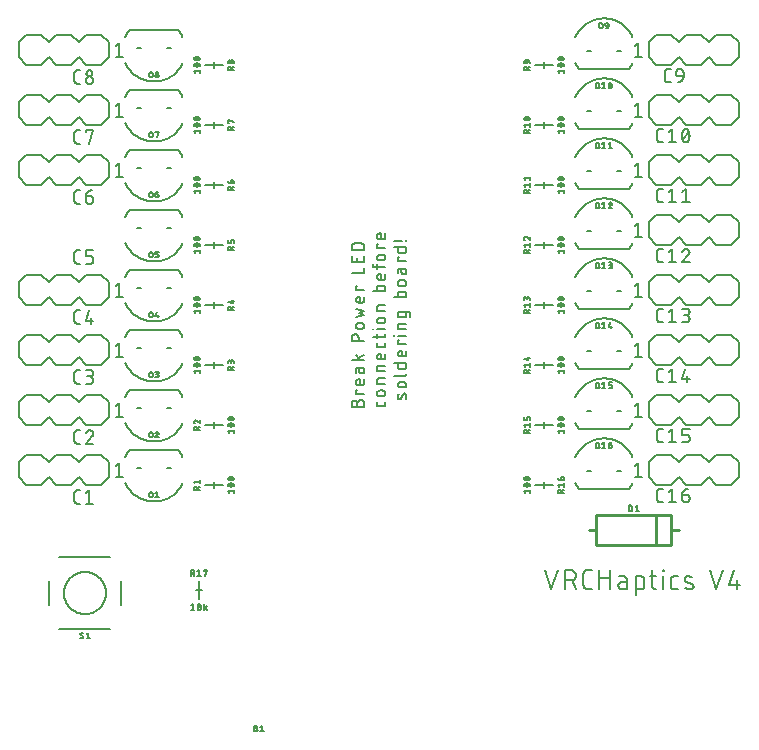
<source format=gbr>
G04 EAGLE Gerber RS-274X export*
G75*
%MOMM*%
%FSLAX34Y34*%
%LPD*%
%INSilkscreen Top*%
%IPPOS*%
%AMOC8*
5,1,8,0,0,1.08239X$1,22.5*%
G01*
%ADD10C,0.152400*%
%ADD11C,0.203200*%
%ADD12C,0.127000*%
%ADD13C,0.254000*%


D10*
X483362Y67818D02*
X488781Y51562D01*
X494199Y67818D01*
X500509Y67818D02*
X500509Y51562D01*
X500509Y67818D02*
X505025Y67818D01*
X505158Y67816D01*
X505290Y67810D01*
X505422Y67800D01*
X505554Y67787D01*
X505686Y67769D01*
X505816Y67748D01*
X505947Y67723D01*
X506076Y67694D01*
X506204Y67661D01*
X506332Y67625D01*
X506458Y67585D01*
X506583Y67541D01*
X506707Y67493D01*
X506829Y67442D01*
X506950Y67387D01*
X507069Y67329D01*
X507187Y67267D01*
X507302Y67202D01*
X507416Y67133D01*
X507527Y67062D01*
X507636Y66986D01*
X507743Y66908D01*
X507848Y66827D01*
X507950Y66742D01*
X508050Y66655D01*
X508147Y66565D01*
X508242Y66472D01*
X508333Y66376D01*
X508422Y66278D01*
X508508Y66177D01*
X508591Y66073D01*
X508671Y65967D01*
X508747Y65859D01*
X508821Y65749D01*
X508891Y65636D01*
X508958Y65522D01*
X509021Y65405D01*
X509081Y65287D01*
X509138Y65167D01*
X509191Y65045D01*
X509240Y64922D01*
X509286Y64798D01*
X509328Y64672D01*
X509366Y64545D01*
X509401Y64417D01*
X509432Y64288D01*
X509459Y64159D01*
X509482Y64028D01*
X509502Y63897D01*
X509517Y63765D01*
X509529Y63633D01*
X509537Y63501D01*
X509541Y63368D01*
X509541Y63236D01*
X509537Y63103D01*
X509529Y62971D01*
X509517Y62839D01*
X509502Y62707D01*
X509482Y62576D01*
X509459Y62445D01*
X509432Y62316D01*
X509401Y62187D01*
X509366Y62059D01*
X509328Y61932D01*
X509286Y61806D01*
X509240Y61682D01*
X509191Y61559D01*
X509138Y61437D01*
X509081Y61317D01*
X509021Y61199D01*
X508958Y61082D01*
X508891Y60968D01*
X508821Y60855D01*
X508747Y60745D01*
X508671Y60637D01*
X508591Y60531D01*
X508508Y60427D01*
X508422Y60326D01*
X508333Y60228D01*
X508242Y60132D01*
X508147Y60039D01*
X508050Y59949D01*
X507950Y59862D01*
X507848Y59777D01*
X507743Y59696D01*
X507636Y59618D01*
X507527Y59542D01*
X507416Y59471D01*
X507302Y59402D01*
X507187Y59337D01*
X507069Y59275D01*
X506950Y59217D01*
X506829Y59162D01*
X506707Y59111D01*
X506583Y59063D01*
X506458Y59019D01*
X506332Y58979D01*
X506204Y58943D01*
X506076Y58910D01*
X505947Y58881D01*
X505816Y58856D01*
X505686Y58835D01*
X505554Y58817D01*
X505422Y58804D01*
X505290Y58794D01*
X505158Y58788D01*
X505025Y58786D01*
X505025Y58787D02*
X500509Y58787D01*
X505928Y58787D02*
X509540Y51562D01*
X519622Y51562D02*
X523234Y51562D01*
X519622Y51562D02*
X519504Y51564D01*
X519386Y51570D01*
X519268Y51579D01*
X519151Y51593D01*
X519034Y51610D01*
X518917Y51631D01*
X518802Y51656D01*
X518687Y51685D01*
X518573Y51718D01*
X518461Y51754D01*
X518350Y51794D01*
X518240Y51837D01*
X518131Y51884D01*
X518024Y51934D01*
X517919Y51989D01*
X517816Y52046D01*
X517715Y52107D01*
X517615Y52171D01*
X517518Y52238D01*
X517423Y52308D01*
X517331Y52382D01*
X517240Y52458D01*
X517153Y52538D01*
X517068Y52620D01*
X516986Y52705D01*
X516906Y52792D01*
X516830Y52883D01*
X516756Y52975D01*
X516686Y53070D01*
X516619Y53167D01*
X516555Y53267D01*
X516494Y53368D01*
X516437Y53471D01*
X516382Y53576D01*
X516332Y53683D01*
X516285Y53792D01*
X516242Y53902D01*
X516202Y54013D01*
X516166Y54125D01*
X516133Y54239D01*
X516104Y54354D01*
X516079Y54469D01*
X516058Y54586D01*
X516041Y54703D01*
X516027Y54820D01*
X516018Y54938D01*
X516012Y55056D01*
X516010Y55174D01*
X516009Y55174D02*
X516009Y64206D01*
X516010Y64206D02*
X516012Y64324D01*
X516018Y64442D01*
X516027Y64560D01*
X516041Y64677D01*
X516058Y64794D01*
X516079Y64911D01*
X516104Y65026D01*
X516133Y65141D01*
X516166Y65255D01*
X516202Y65367D01*
X516242Y65478D01*
X516285Y65588D01*
X516332Y65697D01*
X516382Y65804D01*
X516436Y65909D01*
X516494Y66012D01*
X516555Y66113D01*
X516619Y66213D01*
X516686Y66310D01*
X516756Y66405D01*
X516830Y66497D01*
X516906Y66588D01*
X516986Y66675D01*
X517068Y66760D01*
X517153Y66842D01*
X517240Y66922D01*
X517331Y66998D01*
X517423Y67072D01*
X517518Y67142D01*
X517615Y67209D01*
X517715Y67273D01*
X517816Y67334D01*
X517919Y67391D01*
X518024Y67445D01*
X518131Y67496D01*
X518240Y67543D01*
X518350Y67586D01*
X518461Y67626D01*
X518573Y67662D01*
X518687Y67695D01*
X518802Y67724D01*
X518917Y67749D01*
X519034Y67770D01*
X519151Y67787D01*
X519268Y67801D01*
X519386Y67810D01*
X519504Y67816D01*
X519622Y67818D01*
X523234Y67818D01*
X529596Y67818D02*
X529596Y51562D01*
X529596Y60593D02*
X538627Y60593D01*
X538627Y67818D02*
X538627Y51562D01*
X548697Y57884D02*
X552761Y57884D01*
X548697Y57884D02*
X548585Y57882D01*
X548474Y57876D01*
X548363Y57866D01*
X548252Y57853D01*
X548142Y57835D01*
X548033Y57813D01*
X547924Y57788D01*
X547816Y57759D01*
X547710Y57726D01*
X547604Y57689D01*
X547500Y57649D01*
X547398Y57605D01*
X547297Y57557D01*
X547198Y57506D01*
X547100Y57451D01*
X547005Y57393D01*
X546912Y57332D01*
X546821Y57267D01*
X546732Y57199D01*
X546646Y57128D01*
X546563Y57055D01*
X546482Y56978D01*
X546403Y56898D01*
X546328Y56816D01*
X546256Y56731D01*
X546186Y56644D01*
X546120Y56554D01*
X546057Y56462D01*
X545997Y56367D01*
X545941Y56271D01*
X545888Y56173D01*
X545839Y56073D01*
X545793Y55971D01*
X545751Y55868D01*
X545712Y55763D01*
X545677Y55657D01*
X545646Y55550D01*
X545619Y55442D01*
X545595Y55333D01*
X545576Y55223D01*
X545560Y55113D01*
X545548Y55002D01*
X545540Y54890D01*
X545536Y54779D01*
X545536Y54667D01*
X545540Y54556D01*
X545548Y54444D01*
X545560Y54333D01*
X545576Y54223D01*
X545595Y54113D01*
X545619Y54004D01*
X545646Y53896D01*
X545677Y53789D01*
X545712Y53683D01*
X545751Y53578D01*
X545793Y53475D01*
X545839Y53373D01*
X545888Y53273D01*
X545941Y53175D01*
X545997Y53079D01*
X546057Y52984D01*
X546120Y52892D01*
X546186Y52802D01*
X546256Y52715D01*
X546328Y52630D01*
X546403Y52548D01*
X546482Y52468D01*
X546563Y52391D01*
X546646Y52318D01*
X546732Y52247D01*
X546821Y52179D01*
X546912Y52114D01*
X547005Y52053D01*
X547100Y51995D01*
X547198Y51940D01*
X547297Y51889D01*
X547398Y51841D01*
X547500Y51797D01*
X547604Y51757D01*
X547710Y51720D01*
X547816Y51687D01*
X547924Y51658D01*
X548033Y51633D01*
X548142Y51611D01*
X548252Y51593D01*
X548363Y51580D01*
X548474Y51570D01*
X548585Y51564D01*
X548697Y51562D01*
X552761Y51562D01*
X552761Y59690D01*
X552760Y59690D02*
X552758Y59791D01*
X552752Y59892D01*
X552743Y59993D01*
X552730Y60094D01*
X552713Y60194D01*
X552692Y60293D01*
X552668Y60391D01*
X552640Y60488D01*
X552608Y60585D01*
X552573Y60680D01*
X552534Y60773D01*
X552492Y60865D01*
X552446Y60956D01*
X552397Y61045D01*
X552345Y61131D01*
X552289Y61216D01*
X552231Y61299D01*
X552169Y61379D01*
X552104Y61457D01*
X552037Y61533D01*
X551967Y61606D01*
X551894Y61676D01*
X551818Y61743D01*
X551740Y61808D01*
X551660Y61870D01*
X551577Y61928D01*
X551492Y61984D01*
X551406Y62036D01*
X551317Y62085D01*
X551226Y62131D01*
X551134Y62173D01*
X551041Y62212D01*
X550946Y62247D01*
X550849Y62279D01*
X550752Y62307D01*
X550654Y62331D01*
X550555Y62352D01*
X550455Y62369D01*
X550354Y62382D01*
X550253Y62391D01*
X550152Y62397D01*
X550051Y62399D01*
X546439Y62399D01*
X560271Y62399D02*
X560271Y46143D01*
X560271Y62399D02*
X564787Y62399D01*
X564891Y62397D01*
X564994Y62391D01*
X565098Y62381D01*
X565201Y62367D01*
X565303Y62349D01*
X565404Y62328D01*
X565505Y62302D01*
X565604Y62273D01*
X565703Y62240D01*
X565800Y62203D01*
X565895Y62162D01*
X565989Y62118D01*
X566081Y62070D01*
X566171Y62019D01*
X566260Y61964D01*
X566346Y61906D01*
X566429Y61844D01*
X566511Y61780D01*
X566589Y61712D01*
X566665Y61642D01*
X566739Y61569D01*
X566809Y61492D01*
X566877Y61414D01*
X566941Y61332D01*
X567003Y61249D01*
X567061Y61163D01*
X567116Y61074D01*
X567167Y60984D01*
X567215Y60892D01*
X567259Y60798D01*
X567300Y60703D01*
X567337Y60606D01*
X567370Y60507D01*
X567399Y60408D01*
X567425Y60307D01*
X567446Y60206D01*
X567464Y60104D01*
X567478Y60001D01*
X567488Y59897D01*
X567494Y59794D01*
X567496Y59690D01*
X567496Y54271D01*
X567494Y54170D01*
X567488Y54069D01*
X567479Y53968D01*
X567466Y53867D01*
X567449Y53767D01*
X567428Y53668D01*
X567404Y53570D01*
X567376Y53473D01*
X567344Y53376D01*
X567309Y53281D01*
X567270Y53188D01*
X567228Y53096D01*
X567182Y53005D01*
X567133Y52916D01*
X567081Y52830D01*
X567025Y52745D01*
X566967Y52662D01*
X566905Y52582D01*
X566840Y52504D01*
X566773Y52428D01*
X566703Y52355D01*
X566630Y52285D01*
X566554Y52218D01*
X566476Y52153D01*
X566396Y52091D01*
X566313Y52033D01*
X566228Y51977D01*
X566142Y51925D01*
X566053Y51876D01*
X565962Y51830D01*
X565870Y51788D01*
X565777Y51749D01*
X565682Y51714D01*
X565585Y51682D01*
X565488Y51654D01*
X565390Y51630D01*
X565291Y51609D01*
X565191Y51592D01*
X565090Y51579D01*
X564989Y51570D01*
X564888Y51564D01*
X564787Y51562D01*
X560271Y51562D01*
X572448Y62399D02*
X577867Y62399D01*
X574254Y67818D02*
X574254Y54271D01*
X574256Y54170D01*
X574262Y54069D01*
X574271Y53968D01*
X574284Y53867D01*
X574301Y53767D01*
X574322Y53668D01*
X574346Y53570D01*
X574374Y53473D01*
X574406Y53376D01*
X574441Y53281D01*
X574480Y53188D01*
X574522Y53096D01*
X574568Y53005D01*
X574617Y52916D01*
X574669Y52830D01*
X574725Y52745D01*
X574783Y52662D01*
X574845Y52582D01*
X574910Y52504D01*
X574977Y52428D01*
X575047Y52355D01*
X575120Y52285D01*
X575196Y52218D01*
X575274Y52153D01*
X575354Y52091D01*
X575437Y52033D01*
X575522Y51977D01*
X575609Y51925D01*
X575697Y51876D01*
X575788Y51830D01*
X575880Y51788D01*
X575973Y51749D01*
X576068Y51714D01*
X576165Y51682D01*
X576262Y51654D01*
X576360Y51630D01*
X576459Y51609D01*
X576559Y51592D01*
X576660Y51579D01*
X576761Y51570D01*
X576862Y51564D01*
X576963Y51562D01*
X577867Y51562D01*
X583610Y51562D02*
X583610Y62399D01*
X583159Y66915D02*
X583159Y67818D01*
X584062Y67818D01*
X584062Y66915D01*
X583159Y66915D01*
X592624Y51562D02*
X596237Y51562D01*
X592624Y51562D02*
X592523Y51564D01*
X592422Y51570D01*
X592321Y51579D01*
X592220Y51592D01*
X592120Y51609D01*
X592021Y51630D01*
X591923Y51654D01*
X591826Y51682D01*
X591729Y51714D01*
X591634Y51749D01*
X591541Y51788D01*
X591449Y51830D01*
X591358Y51876D01*
X591270Y51925D01*
X591183Y51977D01*
X591098Y52033D01*
X591015Y52091D01*
X590935Y52153D01*
X590857Y52218D01*
X590781Y52285D01*
X590708Y52355D01*
X590638Y52428D01*
X590571Y52504D01*
X590506Y52582D01*
X590444Y52662D01*
X590386Y52745D01*
X590330Y52830D01*
X590278Y52916D01*
X590229Y53005D01*
X590183Y53096D01*
X590141Y53188D01*
X590102Y53281D01*
X590067Y53376D01*
X590035Y53473D01*
X590007Y53570D01*
X589983Y53668D01*
X589962Y53767D01*
X589945Y53867D01*
X589932Y53968D01*
X589923Y54069D01*
X589917Y54170D01*
X589915Y54271D01*
X589915Y59690D01*
X589917Y59791D01*
X589923Y59892D01*
X589932Y59993D01*
X589945Y60094D01*
X589962Y60194D01*
X589983Y60293D01*
X590007Y60391D01*
X590035Y60488D01*
X590067Y60585D01*
X590102Y60680D01*
X590141Y60773D01*
X590183Y60865D01*
X590229Y60956D01*
X590278Y61045D01*
X590330Y61131D01*
X590386Y61216D01*
X590444Y61299D01*
X590506Y61379D01*
X590571Y61457D01*
X590638Y61533D01*
X590708Y61606D01*
X590781Y61676D01*
X590857Y61743D01*
X590935Y61808D01*
X591015Y61870D01*
X591098Y61928D01*
X591183Y61984D01*
X591270Y62036D01*
X591358Y62085D01*
X591449Y62131D01*
X591541Y62173D01*
X591634Y62212D01*
X591729Y62247D01*
X591826Y62279D01*
X591923Y62307D01*
X592021Y62331D01*
X592120Y62352D01*
X592220Y62369D01*
X592321Y62382D01*
X592422Y62391D01*
X592523Y62397D01*
X592624Y62399D01*
X596237Y62399D01*
X603236Y57884D02*
X607752Y56078D01*
X603236Y57884D02*
X603148Y57921D01*
X603062Y57962D01*
X602977Y58006D01*
X602894Y58054D01*
X602814Y58105D01*
X602735Y58159D01*
X602659Y58217D01*
X602585Y58277D01*
X602513Y58341D01*
X602445Y58407D01*
X602379Y58477D01*
X602316Y58548D01*
X602255Y58623D01*
X602198Y58699D01*
X602145Y58778D01*
X602094Y58859D01*
X602047Y58942D01*
X602003Y59027D01*
X601963Y59114D01*
X601926Y59202D01*
X601893Y59292D01*
X601863Y59383D01*
X601838Y59475D01*
X601816Y59568D01*
X601798Y59662D01*
X601783Y59756D01*
X601773Y59851D01*
X601767Y59947D01*
X601764Y60042D01*
X601765Y60138D01*
X601771Y60233D01*
X601780Y60329D01*
X601793Y60423D01*
X601809Y60517D01*
X601830Y60611D01*
X601855Y60703D01*
X601883Y60794D01*
X601915Y60884D01*
X601950Y60973D01*
X601989Y61060D01*
X602032Y61146D01*
X602078Y61230D01*
X602128Y61311D01*
X602180Y61391D01*
X602236Y61469D01*
X602296Y61544D01*
X602358Y61616D01*
X602423Y61686D01*
X602491Y61754D01*
X602561Y61818D01*
X602634Y61880D01*
X602710Y61938D01*
X602788Y61994D01*
X602868Y62046D01*
X602950Y62095D01*
X603034Y62140D01*
X603120Y62182D01*
X603207Y62221D01*
X603296Y62256D01*
X603387Y62287D01*
X603478Y62314D01*
X603571Y62338D01*
X603664Y62358D01*
X603758Y62374D01*
X603853Y62386D01*
X603948Y62395D01*
X604044Y62399D01*
X604139Y62400D01*
X604386Y62393D01*
X604632Y62381D01*
X604878Y62363D01*
X605124Y62338D01*
X605368Y62308D01*
X605612Y62272D01*
X605855Y62231D01*
X606097Y62183D01*
X606338Y62129D01*
X606577Y62070D01*
X606815Y62005D01*
X607051Y61934D01*
X607286Y61858D01*
X607519Y61776D01*
X607749Y61688D01*
X607977Y61595D01*
X608204Y61497D01*
X607752Y56077D02*
X607840Y56040D01*
X607926Y55999D01*
X608011Y55955D01*
X608094Y55907D01*
X608174Y55856D01*
X608253Y55802D01*
X608329Y55744D01*
X608403Y55684D01*
X608475Y55620D01*
X608543Y55554D01*
X608609Y55484D01*
X608672Y55413D01*
X608733Y55338D01*
X608790Y55262D01*
X608843Y55183D01*
X608894Y55102D01*
X608941Y55019D01*
X608985Y54934D01*
X609025Y54847D01*
X609062Y54759D01*
X609095Y54669D01*
X609125Y54578D01*
X609150Y54486D01*
X609172Y54393D01*
X609190Y54299D01*
X609205Y54205D01*
X609215Y54110D01*
X609221Y54014D01*
X609224Y53919D01*
X609223Y53823D01*
X609217Y53728D01*
X609208Y53632D01*
X609195Y53538D01*
X609179Y53444D01*
X609158Y53350D01*
X609133Y53258D01*
X609105Y53167D01*
X609073Y53077D01*
X609038Y52988D01*
X608999Y52901D01*
X608956Y52815D01*
X608910Y52731D01*
X608860Y52650D01*
X608808Y52570D01*
X608752Y52492D01*
X608692Y52417D01*
X608630Y52345D01*
X608565Y52275D01*
X608497Y52207D01*
X608427Y52143D01*
X608354Y52081D01*
X608278Y52023D01*
X608200Y51967D01*
X608120Y51915D01*
X608038Y51866D01*
X607954Y51821D01*
X607868Y51779D01*
X607781Y51740D01*
X607692Y51705D01*
X607601Y51674D01*
X607510Y51647D01*
X607417Y51623D01*
X607324Y51603D01*
X607230Y51587D01*
X607135Y51575D01*
X607040Y51566D01*
X606944Y51562D01*
X606849Y51561D01*
X606848Y51562D02*
X606486Y51571D01*
X606124Y51589D01*
X605763Y51616D01*
X605403Y51651D01*
X605043Y51694D01*
X604684Y51746D01*
X604327Y51807D01*
X603972Y51876D01*
X603618Y51953D01*
X603266Y52039D01*
X602916Y52133D01*
X602568Y52236D01*
X602223Y52346D01*
X601881Y52465D01*
X623001Y67818D02*
X628420Y51562D01*
X633838Y67818D01*
X643148Y67818D02*
X639535Y55174D01*
X648566Y55174D01*
X645857Y58787D02*
X645857Y51562D01*
D11*
X324527Y205804D02*
X324527Y208767D01*
X324528Y208767D02*
X324530Y208874D01*
X324536Y208981D01*
X324545Y209087D01*
X324559Y209193D01*
X324576Y209299D01*
X324597Y209404D01*
X324622Y209508D01*
X324651Y209611D01*
X324683Y209713D01*
X324719Y209814D01*
X324759Y209913D01*
X324802Y210011D01*
X324849Y210107D01*
X324899Y210202D01*
X324952Y210295D01*
X325009Y210385D01*
X325069Y210474D01*
X325132Y210560D01*
X325198Y210644D01*
X325268Y210726D01*
X325340Y210805D01*
X325415Y210881D01*
X325493Y210955D01*
X325573Y211025D01*
X325656Y211093D01*
X325741Y211158D01*
X325828Y211219D01*
X325918Y211278D01*
X326010Y211333D01*
X326103Y211385D01*
X326199Y211433D01*
X326296Y211478D01*
X326394Y211520D01*
X326494Y211557D01*
X326596Y211592D01*
X326698Y211622D01*
X326802Y211649D01*
X326906Y211672D01*
X327012Y211691D01*
X327118Y211706D01*
X327224Y211718D01*
X327331Y211726D01*
X327438Y211730D01*
X327544Y211730D01*
X327651Y211726D01*
X327758Y211718D01*
X327864Y211706D01*
X327970Y211691D01*
X328076Y211672D01*
X328180Y211649D01*
X328284Y211622D01*
X328386Y211592D01*
X328488Y211557D01*
X328588Y211520D01*
X328686Y211478D01*
X328783Y211433D01*
X328879Y211385D01*
X328973Y211333D01*
X329064Y211278D01*
X329154Y211219D01*
X329241Y211158D01*
X329326Y211093D01*
X329409Y211025D01*
X329489Y210955D01*
X329567Y210881D01*
X329642Y210805D01*
X329714Y210726D01*
X329784Y210644D01*
X329850Y210560D01*
X329913Y210474D01*
X329973Y210385D01*
X330030Y210295D01*
X330083Y210202D01*
X330133Y210107D01*
X330180Y210011D01*
X330223Y209913D01*
X330263Y209814D01*
X330299Y209713D01*
X330331Y209611D01*
X330360Y209508D01*
X330385Y209404D01*
X330406Y209299D01*
X330423Y209193D01*
X330437Y209087D01*
X330446Y208981D01*
X330452Y208874D01*
X330454Y208767D01*
X330454Y205804D01*
X319786Y205804D01*
X319786Y208767D01*
X319788Y208864D01*
X319794Y208960D01*
X319804Y209056D01*
X319818Y209152D01*
X319835Y209247D01*
X319857Y209342D01*
X319882Y209435D01*
X319911Y209527D01*
X319944Y209618D01*
X319981Y209708D01*
X320021Y209796D01*
X320065Y209882D01*
X320112Y209966D01*
X320162Y210049D01*
X320216Y210129D01*
X320274Y210207D01*
X320334Y210283D01*
X320397Y210356D01*
X320463Y210426D01*
X320533Y210494D01*
X320604Y210559D01*
X320679Y210621D01*
X320756Y210679D01*
X320835Y210735D01*
X320916Y210787D01*
X321000Y210836D01*
X321085Y210882D01*
X321172Y210924D01*
X321261Y210962D01*
X321351Y210997D01*
X321443Y211028D01*
X321536Y211055D01*
X321629Y211079D01*
X321724Y211098D01*
X321820Y211114D01*
X321916Y211126D01*
X322012Y211134D01*
X322109Y211138D01*
X322205Y211138D01*
X322302Y211134D01*
X322398Y211126D01*
X322494Y211114D01*
X322590Y211098D01*
X322685Y211079D01*
X322778Y211055D01*
X322871Y211028D01*
X322963Y210997D01*
X323053Y210962D01*
X323142Y210924D01*
X323229Y210882D01*
X323314Y210836D01*
X323398Y210787D01*
X323479Y210735D01*
X323558Y210679D01*
X323635Y210621D01*
X323710Y210559D01*
X323781Y210494D01*
X323851Y210426D01*
X323917Y210356D01*
X323980Y210283D01*
X324040Y210207D01*
X324098Y210129D01*
X324152Y210049D01*
X324202Y209966D01*
X324249Y209882D01*
X324293Y209796D01*
X324333Y209708D01*
X324370Y209618D01*
X324403Y209527D01*
X324432Y209435D01*
X324457Y209342D01*
X324479Y209247D01*
X324496Y209152D01*
X324510Y209056D01*
X324520Y208960D01*
X324526Y208864D01*
X324528Y208767D01*
X323342Y216910D02*
X330454Y216910D01*
X323342Y216910D02*
X323342Y220466D01*
X324527Y220466D01*
X330454Y226208D02*
X330454Y229172D01*
X330454Y226208D02*
X330452Y226126D01*
X330446Y226044D01*
X330437Y225962D01*
X330424Y225881D01*
X330407Y225801D01*
X330386Y225721D01*
X330362Y225643D01*
X330334Y225566D01*
X330303Y225490D01*
X330268Y225415D01*
X330229Y225343D01*
X330188Y225272D01*
X330143Y225203D01*
X330095Y225137D01*
X330044Y225072D01*
X329990Y225010D01*
X329933Y224951D01*
X329874Y224894D01*
X329812Y224840D01*
X329747Y224789D01*
X329681Y224741D01*
X329612Y224696D01*
X329541Y224655D01*
X329469Y224616D01*
X329394Y224581D01*
X329318Y224550D01*
X329241Y224522D01*
X329163Y224498D01*
X329083Y224477D01*
X329003Y224460D01*
X328922Y224447D01*
X328840Y224438D01*
X328758Y224432D01*
X328676Y224430D01*
X325713Y224430D01*
X325616Y224432D01*
X325520Y224438D01*
X325424Y224448D01*
X325328Y224462D01*
X325233Y224479D01*
X325138Y224501D01*
X325045Y224526D01*
X324953Y224555D01*
X324862Y224588D01*
X324772Y224625D01*
X324684Y224665D01*
X324598Y224709D01*
X324514Y224756D01*
X324431Y224806D01*
X324351Y224860D01*
X324273Y224918D01*
X324197Y224978D01*
X324124Y225041D01*
X324054Y225107D01*
X323986Y225177D01*
X323921Y225248D01*
X323859Y225323D01*
X323801Y225400D01*
X323745Y225479D01*
X323693Y225560D01*
X323644Y225644D01*
X323598Y225729D01*
X323556Y225816D01*
X323518Y225905D01*
X323483Y225995D01*
X323452Y226087D01*
X323425Y226180D01*
X323401Y226273D01*
X323382Y226368D01*
X323366Y226464D01*
X323354Y226560D01*
X323346Y226656D01*
X323342Y226753D01*
X323342Y226849D01*
X323346Y226946D01*
X323354Y227042D01*
X323366Y227138D01*
X323382Y227234D01*
X323401Y227329D01*
X323425Y227422D01*
X323452Y227515D01*
X323483Y227607D01*
X323518Y227697D01*
X323556Y227786D01*
X323598Y227873D01*
X323644Y227958D01*
X323693Y228042D01*
X323745Y228123D01*
X323801Y228202D01*
X323859Y228279D01*
X323921Y228354D01*
X323986Y228425D01*
X324054Y228495D01*
X324124Y228561D01*
X324197Y228624D01*
X324273Y228684D01*
X324351Y228742D01*
X324431Y228796D01*
X324514Y228846D01*
X324598Y228893D01*
X324684Y228937D01*
X324772Y228977D01*
X324862Y229014D01*
X324953Y229047D01*
X325045Y229076D01*
X325138Y229101D01*
X325233Y229123D01*
X325328Y229140D01*
X325424Y229154D01*
X325520Y229164D01*
X325616Y229170D01*
X325713Y229172D01*
X326898Y229172D01*
X326898Y224430D01*
X326305Y236322D02*
X326305Y238989D01*
X326306Y236322D02*
X326308Y236233D01*
X326314Y236144D01*
X326323Y236055D01*
X326337Y235967D01*
X326354Y235879D01*
X326375Y235792D01*
X326399Y235707D01*
X326428Y235622D01*
X326460Y235539D01*
X326495Y235457D01*
X326534Y235376D01*
X326576Y235298D01*
X326622Y235221D01*
X326671Y235147D01*
X326723Y235074D01*
X326779Y235004D01*
X326837Y234936D01*
X326898Y234871D01*
X326962Y234809D01*
X327028Y234749D01*
X327097Y234693D01*
X327168Y234639D01*
X327242Y234588D01*
X327317Y234541D01*
X327395Y234497D01*
X327474Y234456D01*
X327555Y234419D01*
X327638Y234385D01*
X327722Y234355D01*
X327807Y234329D01*
X327894Y234306D01*
X327981Y234287D01*
X328069Y234271D01*
X328157Y234260D01*
X328246Y234252D01*
X328335Y234248D01*
X328425Y234248D01*
X328514Y234252D01*
X328603Y234260D01*
X328691Y234271D01*
X328779Y234287D01*
X328866Y234306D01*
X328953Y234329D01*
X329038Y234355D01*
X329122Y234385D01*
X329205Y234419D01*
X329286Y234456D01*
X329365Y234497D01*
X329443Y234541D01*
X329518Y234588D01*
X329592Y234639D01*
X329663Y234693D01*
X329732Y234749D01*
X329798Y234809D01*
X329862Y234871D01*
X329923Y234936D01*
X329981Y235004D01*
X330037Y235074D01*
X330089Y235147D01*
X330138Y235221D01*
X330184Y235298D01*
X330226Y235376D01*
X330265Y235457D01*
X330300Y235539D01*
X330332Y235622D01*
X330361Y235707D01*
X330385Y235792D01*
X330406Y235879D01*
X330423Y235967D01*
X330437Y236055D01*
X330446Y236144D01*
X330452Y236233D01*
X330454Y236322D01*
X330454Y238989D01*
X325120Y238989D01*
X325038Y238987D01*
X324956Y238981D01*
X324874Y238972D01*
X324793Y238959D01*
X324713Y238942D01*
X324633Y238921D01*
X324555Y238897D01*
X324478Y238869D01*
X324402Y238838D01*
X324327Y238803D01*
X324255Y238764D01*
X324184Y238723D01*
X324115Y238678D01*
X324049Y238630D01*
X323984Y238579D01*
X323922Y238525D01*
X323863Y238468D01*
X323806Y238409D01*
X323752Y238347D01*
X323701Y238282D01*
X323653Y238216D01*
X323608Y238147D01*
X323567Y238076D01*
X323528Y238004D01*
X323493Y237929D01*
X323462Y237853D01*
X323434Y237776D01*
X323410Y237698D01*
X323389Y237618D01*
X323372Y237538D01*
X323359Y237457D01*
X323350Y237375D01*
X323344Y237293D01*
X323342Y237211D01*
X323342Y234841D01*
X319786Y245207D02*
X330454Y245207D01*
X326898Y245207D02*
X323342Y249949D01*
X325416Y247282D02*
X330454Y249949D01*
X330454Y261430D02*
X319786Y261430D01*
X319786Y264393D01*
X319788Y264500D01*
X319794Y264607D01*
X319803Y264713D01*
X319817Y264819D01*
X319834Y264925D01*
X319855Y265030D01*
X319880Y265134D01*
X319909Y265237D01*
X319941Y265339D01*
X319977Y265440D01*
X320017Y265539D01*
X320060Y265637D01*
X320107Y265733D01*
X320157Y265828D01*
X320210Y265921D01*
X320267Y266011D01*
X320327Y266100D01*
X320390Y266186D01*
X320456Y266270D01*
X320526Y266352D01*
X320598Y266431D01*
X320673Y266507D01*
X320751Y266581D01*
X320831Y266651D01*
X320914Y266719D01*
X320999Y266784D01*
X321086Y266845D01*
X321176Y266904D01*
X321268Y266959D01*
X321361Y267011D01*
X321457Y267059D01*
X321554Y267104D01*
X321652Y267146D01*
X321752Y267183D01*
X321854Y267218D01*
X321956Y267248D01*
X322060Y267275D01*
X322164Y267298D01*
X322270Y267317D01*
X322376Y267332D01*
X322482Y267344D01*
X322589Y267352D01*
X322696Y267356D01*
X322802Y267356D01*
X322909Y267352D01*
X323016Y267344D01*
X323122Y267332D01*
X323228Y267317D01*
X323334Y267298D01*
X323438Y267275D01*
X323542Y267248D01*
X323644Y267218D01*
X323746Y267183D01*
X323846Y267146D01*
X323944Y267104D01*
X324041Y267059D01*
X324137Y267011D01*
X324231Y266959D01*
X324322Y266904D01*
X324412Y266845D01*
X324499Y266784D01*
X324584Y266719D01*
X324667Y266651D01*
X324747Y266581D01*
X324825Y266507D01*
X324900Y266431D01*
X324972Y266352D01*
X325042Y266270D01*
X325108Y266186D01*
X325171Y266100D01*
X325231Y266011D01*
X325288Y265921D01*
X325341Y265828D01*
X325391Y265733D01*
X325438Y265637D01*
X325481Y265539D01*
X325521Y265440D01*
X325557Y265339D01*
X325589Y265237D01*
X325618Y265134D01*
X325643Y265030D01*
X325664Y264925D01*
X325681Y264819D01*
X325695Y264713D01*
X325704Y264607D01*
X325710Y264500D01*
X325712Y264393D01*
X325713Y264393D02*
X325713Y261430D01*
X325713Y272055D02*
X328083Y272055D01*
X325713Y272055D02*
X325616Y272057D01*
X325520Y272063D01*
X325424Y272073D01*
X325328Y272087D01*
X325233Y272104D01*
X325138Y272126D01*
X325045Y272151D01*
X324953Y272180D01*
X324862Y272213D01*
X324772Y272250D01*
X324684Y272290D01*
X324598Y272334D01*
X324514Y272381D01*
X324431Y272431D01*
X324351Y272485D01*
X324273Y272543D01*
X324197Y272603D01*
X324124Y272666D01*
X324054Y272732D01*
X323986Y272802D01*
X323921Y272873D01*
X323859Y272948D01*
X323801Y273025D01*
X323745Y273104D01*
X323693Y273185D01*
X323644Y273269D01*
X323598Y273354D01*
X323556Y273441D01*
X323518Y273530D01*
X323483Y273620D01*
X323452Y273712D01*
X323425Y273805D01*
X323401Y273898D01*
X323382Y273993D01*
X323366Y274089D01*
X323354Y274185D01*
X323346Y274281D01*
X323342Y274378D01*
X323342Y274474D01*
X323346Y274571D01*
X323354Y274667D01*
X323366Y274763D01*
X323382Y274859D01*
X323401Y274954D01*
X323425Y275047D01*
X323452Y275140D01*
X323483Y275232D01*
X323518Y275322D01*
X323556Y275411D01*
X323598Y275498D01*
X323644Y275583D01*
X323693Y275667D01*
X323745Y275748D01*
X323801Y275827D01*
X323859Y275904D01*
X323921Y275979D01*
X323986Y276050D01*
X324054Y276120D01*
X324124Y276186D01*
X324197Y276249D01*
X324273Y276309D01*
X324351Y276367D01*
X324431Y276421D01*
X324514Y276471D01*
X324598Y276518D01*
X324684Y276562D01*
X324772Y276602D01*
X324862Y276639D01*
X324953Y276672D01*
X325045Y276701D01*
X325138Y276726D01*
X325233Y276748D01*
X325328Y276765D01*
X325424Y276779D01*
X325520Y276789D01*
X325616Y276795D01*
X325713Y276797D01*
X328083Y276797D01*
X328180Y276795D01*
X328276Y276789D01*
X328372Y276779D01*
X328468Y276765D01*
X328563Y276748D01*
X328658Y276726D01*
X328751Y276701D01*
X328843Y276672D01*
X328934Y276639D01*
X329024Y276602D01*
X329112Y276562D01*
X329198Y276518D01*
X329282Y276471D01*
X329365Y276421D01*
X329445Y276367D01*
X329523Y276309D01*
X329599Y276249D01*
X329672Y276186D01*
X329742Y276120D01*
X329810Y276050D01*
X329875Y275979D01*
X329937Y275904D01*
X329995Y275827D01*
X330051Y275748D01*
X330103Y275667D01*
X330152Y275583D01*
X330198Y275498D01*
X330240Y275411D01*
X330278Y275322D01*
X330313Y275232D01*
X330344Y275140D01*
X330371Y275047D01*
X330395Y274954D01*
X330414Y274859D01*
X330430Y274763D01*
X330442Y274667D01*
X330450Y274571D01*
X330454Y274474D01*
X330454Y274378D01*
X330450Y274281D01*
X330442Y274185D01*
X330430Y274089D01*
X330414Y273993D01*
X330395Y273898D01*
X330371Y273805D01*
X330344Y273712D01*
X330313Y273620D01*
X330278Y273530D01*
X330240Y273441D01*
X330198Y273354D01*
X330152Y273269D01*
X330103Y273185D01*
X330051Y273104D01*
X329995Y273025D01*
X329937Y272948D01*
X329875Y272873D01*
X329810Y272802D01*
X329742Y272732D01*
X329672Y272666D01*
X329599Y272603D01*
X329523Y272543D01*
X329445Y272485D01*
X329365Y272431D01*
X329282Y272381D01*
X329198Y272334D01*
X329112Y272290D01*
X329024Y272250D01*
X328934Y272213D01*
X328843Y272180D01*
X328751Y272151D01*
X328658Y272126D01*
X328563Y272104D01*
X328468Y272087D01*
X328372Y272073D01*
X328276Y272063D01*
X328180Y272057D01*
X328083Y272055D01*
X323342Y281919D02*
X330454Y283697D01*
X325713Y285475D01*
X330454Y287253D01*
X323342Y289031D01*
X330454Y295931D02*
X330454Y298895D01*
X330454Y295931D02*
X330452Y295849D01*
X330446Y295767D01*
X330437Y295685D01*
X330424Y295604D01*
X330407Y295524D01*
X330386Y295444D01*
X330362Y295366D01*
X330334Y295289D01*
X330303Y295213D01*
X330268Y295138D01*
X330229Y295066D01*
X330188Y294995D01*
X330143Y294926D01*
X330095Y294860D01*
X330044Y294795D01*
X329990Y294733D01*
X329933Y294674D01*
X329874Y294617D01*
X329812Y294563D01*
X329747Y294512D01*
X329681Y294464D01*
X329612Y294419D01*
X329541Y294378D01*
X329469Y294339D01*
X329394Y294304D01*
X329318Y294273D01*
X329241Y294245D01*
X329163Y294221D01*
X329083Y294200D01*
X329003Y294183D01*
X328922Y294170D01*
X328840Y294161D01*
X328758Y294155D01*
X328676Y294153D01*
X325713Y294153D01*
X325616Y294155D01*
X325520Y294161D01*
X325424Y294171D01*
X325328Y294185D01*
X325233Y294202D01*
X325138Y294224D01*
X325045Y294249D01*
X324953Y294278D01*
X324862Y294311D01*
X324772Y294348D01*
X324684Y294388D01*
X324598Y294432D01*
X324514Y294479D01*
X324431Y294529D01*
X324351Y294583D01*
X324273Y294641D01*
X324197Y294701D01*
X324124Y294764D01*
X324054Y294830D01*
X323986Y294900D01*
X323921Y294971D01*
X323859Y295046D01*
X323801Y295123D01*
X323745Y295202D01*
X323693Y295283D01*
X323644Y295367D01*
X323598Y295452D01*
X323556Y295539D01*
X323518Y295628D01*
X323483Y295718D01*
X323452Y295810D01*
X323425Y295903D01*
X323401Y295996D01*
X323382Y296091D01*
X323366Y296187D01*
X323354Y296283D01*
X323346Y296379D01*
X323342Y296476D01*
X323342Y296572D01*
X323346Y296669D01*
X323354Y296765D01*
X323366Y296861D01*
X323382Y296957D01*
X323401Y297052D01*
X323425Y297145D01*
X323452Y297238D01*
X323483Y297330D01*
X323518Y297420D01*
X323556Y297509D01*
X323598Y297596D01*
X323644Y297681D01*
X323693Y297765D01*
X323745Y297846D01*
X323801Y297925D01*
X323859Y298002D01*
X323921Y298077D01*
X323986Y298148D01*
X324054Y298218D01*
X324124Y298284D01*
X324197Y298347D01*
X324273Y298407D01*
X324351Y298465D01*
X324431Y298519D01*
X324514Y298569D01*
X324598Y298616D01*
X324684Y298660D01*
X324772Y298700D01*
X324862Y298737D01*
X324953Y298770D01*
X325045Y298799D01*
X325138Y298824D01*
X325233Y298846D01*
X325328Y298863D01*
X325424Y298877D01*
X325520Y298887D01*
X325616Y298893D01*
X325713Y298895D01*
X326898Y298895D01*
X326898Y294153D01*
X330454Y304540D02*
X323342Y304540D01*
X323342Y308096D01*
X324527Y308096D01*
X319786Y318740D02*
X330454Y318740D01*
X330454Y323482D01*
X330454Y328646D02*
X330454Y333388D01*
X330454Y328646D02*
X319786Y328646D01*
X319786Y333388D01*
X324527Y332202D02*
X324527Y328646D01*
X319786Y338518D02*
X330454Y338518D01*
X319786Y338518D02*
X319786Y341482D01*
X319788Y341588D01*
X319794Y341693D01*
X319803Y341799D01*
X319816Y341904D01*
X319833Y342008D01*
X319854Y342112D01*
X319878Y342215D01*
X319906Y342317D01*
X319938Y342418D01*
X319973Y342517D01*
X320012Y342616D01*
X320054Y342713D01*
X320099Y342808D01*
X320148Y342902D01*
X320201Y342994D01*
X320256Y343084D01*
X320315Y343172D01*
X320377Y343258D01*
X320442Y343341D01*
X320510Y343422D01*
X320580Y343501D01*
X320654Y343577D01*
X320730Y343651D01*
X320809Y343721D01*
X320890Y343789D01*
X320973Y343854D01*
X321059Y343916D01*
X321147Y343975D01*
X321237Y344030D01*
X321329Y344083D01*
X321423Y344132D01*
X321518Y344177D01*
X321615Y344219D01*
X321714Y344258D01*
X321813Y344293D01*
X321914Y344325D01*
X322016Y344353D01*
X322119Y344377D01*
X322223Y344398D01*
X322327Y344415D01*
X322432Y344428D01*
X322538Y344437D01*
X322643Y344443D01*
X322749Y344445D01*
X327491Y344445D01*
X327597Y344443D01*
X327702Y344437D01*
X327808Y344428D01*
X327913Y344415D01*
X328017Y344398D01*
X328121Y344377D01*
X328224Y344353D01*
X328326Y344325D01*
X328427Y344293D01*
X328526Y344258D01*
X328625Y344219D01*
X328722Y344177D01*
X328817Y344132D01*
X328911Y344083D01*
X329003Y344030D01*
X329093Y343975D01*
X329181Y343916D01*
X329267Y343854D01*
X329350Y343789D01*
X329431Y343721D01*
X329510Y343651D01*
X329586Y343577D01*
X329660Y343501D01*
X329730Y343422D01*
X329798Y343341D01*
X329863Y343258D01*
X329925Y343172D01*
X329984Y343084D01*
X330039Y342994D01*
X330092Y342902D01*
X330141Y342808D01*
X330186Y342713D01*
X330228Y342616D01*
X330267Y342517D01*
X330302Y342418D01*
X330334Y342317D01*
X330362Y342215D01*
X330386Y342112D01*
X330407Y342008D01*
X330424Y341904D01*
X330437Y341799D01*
X330446Y341693D01*
X330452Y341588D01*
X330454Y341482D01*
X330454Y338518D01*
X348234Y210322D02*
X348234Y207951D01*
X348232Y207869D01*
X348226Y207787D01*
X348217Y207705D01*
X348204Y207624D01*
X348187Y207544D01*
X348166Y207464D01*
X348142Y207386D01*
X348114Y207309D01*
X348083Y207233D01*
X348048Y207158D01*
X348009Y207086D01*
X347968Y207015D01*
X347923Y206946D01*
X347875Y206880D01*
X347824Y206815D01*
X347770Y206753D01*
X347713Y206694D01*
X347654Y206637D01*
X347592Y206583D01*
X347527Y206532D01*
X347461Y206484D01*
X347392Y206439D01*
X347321Y206398D01*
X347249Y206359D01*
X347174Y206324D01*
X347098Y206293D01*
X347021Y206265D01*
X346943Y206241D01*
X346863Y206220D01*
X346783Y206203D01*
X346702Y206190D01*
X346620Y206181D01*
X346538Y206175D01*
X346456Y206173D01*
X342900Y206173D01*
X342818Y206175D01*
X342736Y206181D01*
X342654Y206190D01*
X342573Y206203D01*
X342493Y206220D01*
X342413Y206241D01*
X342335Y206265D01*
X342258Y206293D01*
X342182Y206324D01*
X342107Y206359D01*
X342035Y206398D01*
X341964Y206439D01*
X341895Y206484D01*
X341829Y206532D01*
X341764Y206583D01*
X341702Y206637D01*
X341643Y206694D01*
X341586Y206753D01*
X341532Y206815D01*
X341481Y206880D01*
X341433Y206946D01*
X341388Y207015D01*
X341347Y207086D01*
X341308Y207158D01*
X341273Y207233D01*
X341242Y207309D01*
X341214Y207386D01*
X341190Y207464D01*
X341169Y207544D01*
X341152Y207624D01*
X341139Y207705D01*
X341130Y207787D01*
X341124Y207869D01*
X341122Y207951D01*
X341122Y210322D01*
X343493Y214916D02*
X345863Y214916D01*
X343493Y214916D02*
X343396Y214918D01*
X343300Y214924D01*
X343204Y214934D01*
X343108Y214948D01*
X343013Y214965D01*
X342918Y214987D01*
X342825Y215012D01*
X342733Y215041D01*
X342642Y215074D01*
X342552Y215111D01*
X342464Y215151D01*
X342378Y215195D01*
X342294Y215242D01*
X342211Y215292D01*
X342131Y215346D01*
X342053Y215404D01*
X341977Y215464D01*
X341904Y215527D01*
X341834Y215593D01*
X341766Y215663D01*
X341701Y215734D01*
X341639Y215809D01*
X341581Y215886D01*
X341525Y215965D01*
X341473Y216046D01*
X341424Y216130D01*
X341378Y216215D01*
X341336Y216302D01*
X341298Y216391D01*
X341263Y216481D01*
X341232Y216573D01*
X341205Y216666D01*
X341181Y216759D01*
X341162Y216854D01*
X341146Y216950D01*
X341134Y217046D01*
X341126Y217142D01*
X341122Y217239D01*
X341122Y217335D01*
X341126Y217432D01*
X341134Y217528D01*
X341146Y217624D01*
X341162Y217720D01*
X341181Y217815D01*
X341205Y217908D01*
X341232Y218001D01*
X341263Y218093D01*
X341298Y218183D01*
X341336Y218272D01*
X341378Y218359D01*
X341424Y218444D01*
X341473Y218528D01*
X341525Y218609D01*
X341581Y218688D01*
X341639Y218765D01*
X341701Y218840D01*
X341766Y218911D01*
X341834Y218981D01*
X341904Y219047D01*
X341977Y219110D01*
X342053Y219170D01*
X342131Y219228D01*
X342211Y219282D01*
X342294Y219332D01*
X342378Y219379D01*
X342464Y219423D01*
X342552Y219463D01*
X342642Y219500D01*
X342733Y219533D01*
X342825Y219562D01*
X342918Y219587D01*
X343013Y219609D01*
X343108Y219626D01*
X343204Y219640D01*
X343300Y219650D01*
X343396Y219656D01*
X343493Y219658D01*
X345863Y219658D01*
X345960Y219656D01*
X346056Y219650D01*
X346152Y219640D01*
X346248Y219626D01*
X346343Y219609D01*
X346438Y219587D01*
X346531Y219562D01*
X346623Y219533D01*
X346714Y219500D01*
X346804Y219463D01*
X346892Y219423D01*
X346978Y219379D01*
X347062Y219332D01*
X347145Y219282D01*
X347225Y219228D01*
X347303Y219170D01*
X347379Y219110D01*
X347452Y219047D01*
X347522Y218981D01*
X347590Y218911D01*
X347655Y218840D01*
X347717Y218765D01*
X347775Y218688D01*
X347831Y218609D01*
X347883Y218528D01*
X347932Y218444D01*
X347978Y218359D01*
X348020Y218272D01*
X348058Y218183D01*
X348093Y218093D01*
X348124Y218001D01*
X348151Y217908D01*
X348175Y217815D01*
X348194Y217720D01*
X348210Y217624D01*
X348222Y217528D01*
X348230Y217432D01*
X348234Y217335D01*
X348234Y217239D01*
X348230Y217142D01*
X348222Y217046D01*
X348210Y216950D01*
X348194Y216854D01*
X348175Y216759D01*
X348151Y216666D01*
X348124Y216573D01*
X348093Y216481D01*
X348058Y216391D01*
X348020Y216302D01*
X347978Y216215D01*
X347932Y216130D01*
X347883Y216046D01*
X347831Y215965D01*
X347775Y215886D01*
X347717Y215809D01*
X347655Y215734D01*
X347590Y215663D01*
X347522Y215593D01*
X347452Y215527D01*
X347379Y215464D01*
X347303Y215404D01*
X347225Y215346D01*
X347145Y215292D01*
X347062Y215242D01*
X346978Y215195D01*
X346892Y215151D01*
X346804Y215111D01*
X346714Y215074D01*
X346623Y215041D01*
X346531Y215012D01*
X346438Y214987D01*
X346343Y214965D01*
X346248Y214948D01*
X346152Y214934D01*
X346056Y214924D01*
X345960Y214918D01*
X345863Y214916D01*
X348234Y225203D02*
X341122Y225203D01*
X341122Y228167D01*
X341124Y228249D01*
X341130Y228331D01*
X341139Y228413D01*
X341152Y228494D01*
X341169Y228574D01*
X341190Y228654D01*
X341214Y228732D01*
X341242Y228809D01*
X341273Y228885D01*
X341308Y228960D01*
X341347Y229032D01*
X341388Y229103D01*
X341433Y229172D01*
X341481Y229238D01*
X341532Y229303D01*
X341586Y229365D01*
X341643Y229424D01*
X341702Y229481D01*
X341764Y229535D01*
X341829Y229586D01*
X341895Y229634D01*
X341964Y229679D01*
X342035Y229720D01*
X342107Y229759D01*
X342182Y229794D01*
X342258Y229825D01*
X342335Y229853D01*
X342413Y229877D01*
X342493Y229898D01*
X342573Y229915D01*
X342654Y229928D01*
X342736Y229937D01*
X342818Y229943D01*
X342900Y229945D01*
X348234Y229945D01*
X348234Y235871D02*
X341122Y235871D01*
X341122Y238835D01*
X341124Y238917D01*
X341130Y238999D01*
X341139Y239081D01*
X341152Y239162D01*
X341169Y239242D01*
X341190Y239322D01*
X341214Y239400D01*
X341242Y239477D01*
X341273Y239553D01*
X341308Y239628D01*
X341347Y239700D01*
X341388Y239771D01*
X341433Y239840D01*
X341481Y239906D01*
X341532Y239971D01*
X341586Y240033D01*
X341643Y240092D01*
X341702Y240149D01*
X341764Y240203D01*
X341829Y240254D01*
X341895Y240302D01*
X341964Y240347D01*
X342035Y240388D01*
X342107Y240427D01*
X342182Y240462D01*
X342258Y240493D01*
X342335Y240521D01*
X342413Y240545D01*
X342493Y240566D01*
X342573Y240583D01*
X342654Y240596D01*
X342736Y240605D01*
X342818Y240611D01*
X342900Y240613D01*
X348234Y240613D01*
X348234Y247936D02*
X348234Y250900D01*
X348234Y247936D02*
X348232Y247854D01*
X348226Y247772D01*
X348217Y247690D01*
X348204Y247609D01*
X348187Y247529D01*
X348166Y247449D01*
X348142Y247371D01*
X348114Y247294D01*
X348083Y247218D01*
X348048Y247143D01*
X348009Y247071D01*
X347968Y247000D01*
X347923Y246931D01*
X347875Y246865D01*
X347824Y246800D01*
X347770Y246738D01*
X347713Y246679D01*
X347654Y246622D01*
X347592Y246568D01*
X347527Y246517D01*
X347461Y246469D01*
X347392Y246424D01*
X347321Y246383D01*
X347249Y246344D01*
X347174Y246309D01*
X347098Y246278D01*
X347021Y246250D01*
X346943Y246226D01*
X346863Y246205D01*
X346783Y246188D01*
X346702Y246175D01*
X346620Y246166D01*
X346538Y246160D01*
X346456Y246158D01*
X343493Y246158D01*
X343396Y246160D01*
X343300Y246166D01*
X343204Y246176D01*
X343108Y246190D01*
X343013Y246207D01*
X342918Y246229D01*
X342825Y246254D01*
X342733Y246283D01*
X342642Y246316D01*
X342552Y246353D01*
X342464Y246393D01*
X342378Y246437D01*
X342294Y246484D01*
X342211Y246534D01*
X342131Y246588D01*
X342053Y246646D01*
X341977Y246706D01*
X341904Y246769D01*
X341834Y246835D01*
X341766Y246905D01*
X341701Y246976D01*
X341639Y247051D01*
X341581Y247128D01*
X341525Y247207D01*
X341473Y247288D01*
X341424Y247372D01*
X341378Y247457D01*
X341336Y247544D01*
X341298Y247633D01*
X341263Y247723D01*
X341232Y247815D01*
X341205Y247908D01*
X341181Y248001D01*
X341162Y248096D01*
X341146Y248192D01*
X341134Y248288D01*
X341126Y248384D01*
X341122Y248481D01*
X341122Y248577D01*
X341126Y248674D01*
X341134Y248770D01*
X341146Y248866D01*
X341162Y248962D01*
X341181Y249057D01*
X341205Y249150D01*
X341232Y249243D01*
X341263Y249335D01*
X341298Y249425D01*
X341336Y249514D01*
X341378Y249601D01*
X341424Y249686D01*
X341473Y249770D01*
X341525Y249851D01*
X341581Y249930D01*
X341639Y250007D01*
X341701Y250082D01*
X341766Y250153D01*
X341834Y250223D01*
X341904Y250289D01*
X341977Y250352D01*
X342053Y250412D01*
X342131Y250470D01*
X342211Y250524D01*
X342294Y250574D01*
X342378Y250621D01*
X342464Y250665D01*
X342552Y250705D01*
X342642Y250742D01*
X342733Y250775D01*
X342825Y250804D01*
X342918Y250829D01*
X343013Y250851D01*
X343108Y250868D01*
X343204Y250882D01*
X343300Y250892D01*
X343396Y250898D01*
X343493Y250900D01*
X344678Y250900D01*
X344678Y246158D01*
X348234Y257862D02*
X348234Y260233D01*
X348234Y257862D02*
X348232Y257780D01*
X348226Y257698D01*
X348217Y257616D01*
X348204Y257535D01*
X348187Y257455D01*
X348166Y257375D01*
X348142Y257297D01*
X348114Y257220D01*
X348083Y257144D01*
X348048Y257069D01*
X348009Y256997D01*
X347968Y256926D01*
X347923Y256857D01*
X347875Y256791D01*
X347824Y256726D01*
X347770Y256664D01*
X347713Y256605D01*
X347654Y256548D01*
X347592Y256494D01*
X347527Y256443D01*
X347461Y256395D01*
X347392Y256350D01*
X347321Y256309D01*
X347249Y256270D01*
X347174Y256235D01*
X347098Y256204D01*
X347021Y256176D01*
X346943Y256152D01*
X346863Y256131D01*
X346783Y256114D01*
X346702Y256101D01*
X346620Y256092D01*
X346538Y256086D01*
X346456Y256084D01*
X342900Y256084D01*
X342818Y256086D01*
X342736Y256092D01*
X342654Y256101D01*
X342573Y256114D01*
X342493Y256131D01*
X342413Y256152D01*
X342335Y256176D01*
X342258Y256204D01*
X342182Y256235D01*
X342107Y256270D01*
X342035Y256309D01*
X341964Y256350D01*
X341895Y256395D01*
X341829Y256443D01*
X341764Y256494D01*
X341702Y256548D01*
X341643Y256605D01*
X341586Y256664D01*
X341532Y256726D01*
X341481Y256791D01*
X341433Y256857D01*
X341388Y256926D01*
X341347Y256997D01*
X341308Y257069D01*
X341273Y257144D01*
X341242Y257220D01*
X341214Y257297D01*
X341190Y257375D01*
X341169Y257455D01*
X341152Y257535D01*
X341139Y257616D01*
X341130Y257698D01*
X341124Y257780D01*
X341122Y257862D01*
X341122Y260233D01*
X341122Y263758D02*
X341122Y267314D01*
X337566Y264943D02*
X346456Y264943D01*
X346538Y264945D01*
X346620Y264951D01*
X346702Y264960D01*
X346783Y264973D01*
X346863Y264990D01*
X346943Y265011D01*
X347021Y265035D01*
X347098Y265063D01*
X347174Y265094D01*
X347249Y265129D01*
X347321Y265168D01*
X347392Y265209D01*
X347461Y265254D01*
X347527Y265302D01*
X347592Y265353D01*
X347654Y265407D01*
X347713Y265464D01*
X347770Y265523D01*
X347824Y265585D01*
X347875Y265650D01*
X347923Y265716D01*
X347968Y265785D01*
X348009Y265856D01*
X348048Y265928D01*
X348083Y266003D01*
X348114Y266079D01*
X348142Y266156D01*
X348166Y266234D01*
X348187Y266314D01*
X348204Y266394D01*
X348217Y266475D01*
X348226Y266557D01*
X348232Y266639D01*
X348234Y266721D01*
X348234Y267314D01*
X348234Y271770D02*
X341122Y271770D01*
X338159Y271474D02*
X337566Y271474D01*
X337566Y272066D01*
X338159Y272066D01*
X338159Y271474D01*
X343493Y276638D02*
X345863Y276638D01*
X343493Y276638D02*
X343396Y276640D01*
X343300Y276646D01*
X343204Y276656D01*
X343108Y276670D01*
X343013Y276687D01*
X342918Y276709D01*
X342825Y276734D01*
X342733Y276763D01*
X342642Y276796D01*
X342552Y276833D01*
X342464Y276873D01*
X342378Y276917D01*
X342294Y276964D01*
X342211Y277014D01*
X342131Y277068D01*
X342053Y277126D01*
X341977Y277186D01*
X341904Y277249D01*
X341834Y277315D01*
X341766Y277385D01*
X341701Y277456D01*
X341639Y277531D01*
X341581Y277608D01*
X341525Y277687D01*
X341473Y277768D01*
X341424Y277852D01*
X341378Y277937D01*
X341336Y278024D01*
X341298Y278113D01*
X341263Y278203D01*
X341232Y278295D01*
X341205Y278388D01*
X341181Y278481D01*
X341162Y278576D01*
X341146Y278672D01*
X341134Y278768D01*
X341126Y278864D01*
X341122Y278961D01*
X341122Y279057D01*
X341126Y279154D01*
X341134Y279250D01*
X341146Y279346D01*
X341162Y279442D01*
X341181Y279537D01*
X341205Y279630D01*
X341232Y279723D01*
X341263Y279815D01*
X341298Y279905D01*
X341336Y279994D01*
X341378Y280081D01*
X341424Y280166D01*
X341473Y280250D01*
X341525Y280331D01*
X341581Y280410D01*
X341639Y280487D01*
X341701Y280562D01*
X341766Y280633D01*
X341834Y280703D01*
X341904Y280769D01*
X341977Y280832D01*
X342053Y280892D01*
X342131Y280950D01*
X342211Y281004D01*
X342294Y281054D01*
X342378Y281101D01*
X342464Y281145D01*
X342552Y281185D01*
X342642Y281222D01*
X342733Y281255D01*
X342825Y281284D01*
X342918Y281309D01*
X343013Y281331D01*
X343108Y281348D01*
X343204Y281362D01*
X343300Y281372D01*
X343396Y281378D01*
X343493Y281380D01*
X345863Y281380D01*
X345960Y281378D01*
X346056Y281372D01*
X346152Y281362D01*
X346248Y281348D01*
X346343Y281331D01*
X346438Y281309D01*
X346531Y281284D01*
X346623Y281255D01*
X346714Y281222D01*
X346804Y281185D01*
X346892Y281145D01*
X346978Y281101D01*
X347062Y281054D01*
X347145Y281004D01*
X347225Y280950D01*
X347303Y280892D01*
X347379Y280832D01*
X347452Y280769D01*
X347522Y280703D01*
X347590Y280633D01*
X347655Y280562D01*
X347717Y280487D01*
X347775Y280410D01*
X347831Y280331D01*
X347883Y280250D01*
X347932Y280166D01*
X347978Y280081D01*
X348020Y279994D01*
X348058Y279905D01*
X348093Y279815D01*
X348124Y279723D01*
X348151Y279630D01*
X348175Y279537D01*
X348194Y279442D01*
X348210Y279346D01*
X348222Y279250D01*
X348230Y279154D01*
X348234Y279057D01*
X348234Y278961D01*
X348230Y278864D01*
X348222Y278768D01*
X348210Y278672D01*
X348194Y278576D01*
X348175Y278481D01*
X348151Y278388D01*
X348124Y278295D01*
X348093Y278203D01*
X348058Y278113D01*
X348020Y278024D01*
X347978Y277937D01*
X347932Y277852D01*
X347883Y277768D01*
X347831Y277687D01*
X347775Y277608D01*
X347717Y277531D01*
X347655Y277456D01*
X347590Y277385D01*
X347522Y277315D01*
X347452Y277249D01*
X347379Y277186D01*
X347303Y277126D01*
X347225Y277068D01*
X347145Y277014D01*
X347062Y276964D01*
X346978Y276917D01*
X346892Y276873D01*
X346804Y276833D01*
X346714Y276796D01*
X346623Y276763D01*
X346531Y276734D01*
X346438Y276709D01*
X346343Y276687D01*
X346248Y276670D01*
X346152Y276656D01*
X346056Y276646D01*
X345960Y276640D01*
X345863Y276638D01*
X348234Y286925D02*
X341122Y286925D01*
X341122Y289889D01*
X341124Y289971D01*
X341130Y290053D01*
X341139Y290135D01*
X341152Y290216D01*
X341169Y290296D01*
X341190Y290376D01*
X341214Y290454D01*
X341242Y290531D01*
X341273Y290607D01*
X341308Y290682D01*
X341347Y290754D01*
X341388Y290825D01*
X341433Y290894D01*
X341481Y290960D01*
X341532Y291025D01*
X341586Y291087D01*
X341643Y291146D01*
X341702Y291203D01*
X341764Y291257D01*
X341829Y291308D01*
X341895Y291356D01*
X341964Y291401D01*
X342035Y291442D01*
X342107Y291481D01*
X342182Y291516D01*
X342258Y291547D01*
X342335Y291575D01*
X342413Y291599D01*
X342493Y291620D01*
X342573Y291637D01*
X342654Y291650D01*
X342736Y291659D01*
X342818Y291665D01*
X342900Y291667D01*
X348234Y291667D01*
X348234Y303778D02*
X337566Y303778D01*
X348234Y303778D02*
X348234Y306741D01*
X348232Y306823D01*
X348226Y306905D01*
X348217Y306987D01*
X348204Y307068D01*
X348187Y307148D01*
X348166Y307228D01*
X348142Y307306D01*
X348114Y307383D01*
X348083Y307459D01*
X348048Y307534D01*
X348009Y307606D01*
X347968Y307677D01*
X347923Y307746D01*
X347875Y307812D01*
X347824Y307877D01*
X347770Y307939D01*
X347713Y307998D01*
X347654Y308055D01*
X347592Y308109D01*
X347527Y308160D01*
X347461Y308208D01*
X347392Y308253D01*
X347321Y308294D01*
X347249Y308333D01*
X347174Y308368D01*
X347098Y308399D01*
X347021Y308427D01*
X346943Y308451D01*
X346863Y308472D01*
X346783Y308489D01*
X346702Y308502D01*
X346620Y308511D01*
X346538Y308517D01*
X346456Y308519D01*
X342900Y308519D01*
X342818Y308517D01*
X342736Y308511D01*
X342654Y308502D01*
X342573Y308489D01*
X342493Y308472D01*
X342413Y308451D01*
X342335Y308427D01*
X342258Y308399D01*
X342182Y308368D01*
X342107Y308333D01*
X342035Y308294D01*
X341964Y308253D01*
X341895Y308208D01*
X341829Y308160D01*
X341764Y308109D01*
X341702Y308055D01*
X341643Y307998D01*
X341586Y307939D01*
X341532Y307877D01*
X341481Y307812D01*
X341433Y307746D01*
X341388Y307677D01*
X341347Y307606D01*
X341308Y307534D01*
X341273Y307459D01*
X341242Y307383D01*
X341214Y307306D01*
X341190Y307228D01*
X341169Y307148D01*
X341152Y307068D01*
X341139Y306987D01*
X341130Y306905D01*
X341124Y306823D01*
X341122Y306741D01*
X341122Y303778D01*
X348234Y315373D02*
X348234Y318337D01*
X348234Y315373D02*
X348232Y315291D01*
X348226Y315209D01*
X348217Y315127D01*
X348204Y315046D01*
X348187Y314966D01*
X348166Y314886D01*
X348142Y314808D01*
X348114Y314731D01*
X348083Y314655D01*
X348048Y314580D01*
X348009Y314508D01*
X347968Y314437D01*
X347923Y314368D01*
X347875Y314302D01*
X347824Y314237D01*
X347770Y314175D01*
X347713Y314116D01*
X347654Y314059D01*
X347592Y314005D01*
X347527Y313954D01*
X347461Y313906D01*
X347392Y313861D01*
X347321Y313820D01*
X347249Y313781D01*
X347174Y313746D01*
X347098Y313715D01*
X347021Y313687D01*
X346943Y313663D01*
X346863Y313642D01*
X346783Y313625D01*
X346702Y313612D01*
X346620Y313603D01*
X346538Y313597D01*
X346456Y313595D01*
X343493Y313595D01*
X343396Y313597D01*
X343300Y313603D01*
X343204Y313613D01*
X343108Y313627D01*
X343013Y313644D01*
X342918Y313666D01*
X342825Y313691D01*
X342733Y313720D01*
X342642Y313753D01*
X342552Y313790D01*
X342464Y313830D01*
X342378Y313874D01*
X342294Y313921D01*
X342211Y313971D01*
X342131Y314025D01*
X342053Y314083D01*
X341977Y314143D01*
X341904Y314206D01*
X341834Y314272D01*
X341766Y314342D01*
X341701Y314413D01*
X341639Y314488D01*
X341581Y314565D01*
X341525Y314644D01*
X341473Y314725D01*
X341424Y314809D01*
X341378Y314894D01*
X341336Y314981D01*
X341298Y315070D01*
X341263Y315160D01*
X341232Y315252D01*
X341205Y315345D01*
X341181Y315438D01*
X341162Y315533D01*
X341146Y315629D01*
X341134Y315725D01*
X341126Y315821D01*
X341122Y315918D01*
X341122Y316014D01*
X341126Y316111D01*
X341134Y316207D01*
X341146Y316303D01*
X341162Y316399D01*
X341181Y316494D01*
X341205Y316587D01*
X341232Y316680D01*
X341263Y316772D01*
X341298Y316862D01*
X341336Y316951D01*
X341378Y317038D01*
X341424Y317123D01*
X341473Y317207D01*
X341525Y317288D01*
X341581Y317367D01*
X341639Y317444D01*
X341701Y317519D01*
X341766Y317590D01*
X341834Y317660D01*
X341904Y317726D01*
X341977Y317789D01*
X342053Y317849D01*
X342131Y317907D01*
X342211Y317961D01*
X342294Y318011D01*
X342378Y318058D01*
X342464Y318102D01*
X342552Y318142D01*
X342642Y318179D01*
X342733Y318212D01*
X342825Y318241D01*
X342918Y318266D01*
X343013Y318288D01*
X343108Y318305D01*
X343204Y318319D01*
X343300Y318329D01*
X343396Y318335D01*
X343493Y318337D01*
X344678Y318337D01*
X344678Y313595D01*
X348234Y324060D02*
X339344Y324060D01*
X339262Y324062D01*
X339180Y324068D01*
X339098Y324077D01*
X339017Y324090D01*
X338937Y324107D01*
X338857Y324128D01*
X338779Y324152D01*
X338702Y324180D01*
X338626Y324211D01*
X338551Y324246D01*
X338479Y324285D01*
X338408Y324326D01*
X338339Y324371D01*
X338273Y324419D01*
X338208Y324470D01*
X338146Y324524D01*
X338087Y324581D01*
X338030Y324640D01*
X337976Y324702D01*
X337925Y324767D01*
X337877Y324833D01*
X337832Y324902D01*
X337791Y324973D01*
X337752Y325045D01*
X337717Y325120D01*
X337686Y325196D01*
X337658Y325273D01*
X337634Y325351D01*
X337613Y325431D01*
X337596Y325511D01*
X337583Y325592D01*
X337574Y325674D01*
X337568Y325756D01*
X337566Y325838D01*
X337566Y326431D01*
X341122Y326431D02*
X341122Y322875D01*
X343493Y329978D02*
X345863Y329978D01*
X343493Y329978D02*
X343396Y329980D01*
X343300Y329986D01*
X343204Y329996D01*
X343108Y330010D01*
X343013Y330027D01*
X342918Y330049D01*
X342825Y330074D01*
X342733Y330103D01*
X342642Y330136D01*
X342552Y330173D01*
X342464Y330213D01*
X342378Y330257D01*
X342294Y330304D01*
X342211Y330354D01*
X342131Y330408D01*
X342053Y330466D01*
X341977Y330526D01*
X341904Y330589D01*
X341834Y330655D01*
X341766Y330725D01*
X341701Y330796D01*
X341639Y330871D01*
X341581Y330948D01*
X341525Y331027D01*
X341473Y331108D01*
X341424Y331192D01*
X341378Y331277D01*
X341336Y331364D01*
X341298Y331453D01*
X341263Y331543D01*
X341232Y331635D01*
X341205Y331728D01*
X341181Y331821D01*
X341162Y331916D01*
X341146Y332012D01*
X341134Y332108D01*
X341126Y332204D01*
X341122Y332301D01*
X341122Y332397D01*
X341126Y332494D01*
X341134Y332590D01*
X341146Y332686D01*
X341162Y332782D01*
X341181Y332877D01*
X341205Y332970D01*
X341232Y333063D01*
X341263Y333155D01*
X341298Y333245D01*
X341336Y333334D01*
X341378Y333421D01*
X341424Y333506D01*
X341473Y333590D01*
X341525Y333671D01*
X341581Y333750D01*
X341639Y333827D01*
X341701Y333902D01*
X341766Y333973D01*
X341834Y334043D01*
X341904Y334109D01*
X341977Y334172D01*
X342053Y334232D01*
X342131Y334290D01*
X342211Y334344D01*
X342294Y334394D01*
X342378Y334441D01*
X342464Y334485D01*
X342552Y334525D01*
X342642Y334562D01*
X342733Y334595D01*
X342825Y334624D01*
X342918Y334649D01*
X343013Y334671D01*
X343108Y334688D01*
X343204Y334702D01*
X343300Y334712D01*
X343396Y334718D01*
X343493Y334720D01*
X345863Y334720D01*
X345960Y334718D01*
X346056Y334712D01*
X346152Y334702D01*
X346248Y334688D01*
X346343Y334671D01*
X346438Y334649D01*
X346531Y334624D01*
X346623Y334595D01*
X346714Y334562D01*
X346804Y334525D01*
X346892Y334485D01*
X346978Y334441D01*
X347062Y334394D01*
X347145Y334344D01*
X347225Y334290D01*
X347303Y334232D01*
X347379Y334172D01*
X347452Y334109D01*
X347522Y334043D01*
X347590Y333973D01*
X347655Y333902D01*
X347717Y333827D01*
X347775Y333750D01*
X347831Y333671D01*
X347883Y333590D01*
X347932Y333506D01*
X347978Y333421D01*
X348020Y333334D01*
X348058Y333245D01*
X348093Y333155D01*
X348124Y333063D01*
X348151Y332970D01*
X348175Y332877D01*
X348194Y332782D01*
X348210Y332686D01*
X348222Y332590D01*
X348230Y332494D01*
X348234Y332397D01*
X348234Y332301D01*
X348230Y332204D01*
X348222Y332108D01*
X348210Y332012D01*
X348194Y331916D01*
X348175Y331821D01*
X348151Y331728D01*
X348124Y331635D01*
X348093Y331543D01*
X348058Y331453D01*
X348020Y331364D01*
X347978Y331277D01*
X347932Y331192D01*
X347883Y331108D01*
X347831Y331027D01*
X347775Y330948D01*
X347717Y330871D01*
X347655Y330796D01*
X347590Y330725D01*
X347522Y330655D01*
X347452Y330589D01*
X347379Y330526D01*
X347303Y330466D01*
X347225Y330408D01*
X347145Y330354D01*
X347062Y330304D01*
X346978Y330257D01*
X346892Y330213D01*
X346804Y330173D01*
X346714Y330136D01*
X346623Y330103D01*
X346531Y330074D01*
X346438Y330049D01*
X346343Y330027D01*
X346248Y330010D01*
X346152Y329996D01*
X346056Y329986D01*
X345960Y329980D01*
X345863Y329978D01*
X348234Y340365D02*
X341122Y340365D01*
X341122Y343921D01*
X342307Y343921D01*
X348234Y349663D02*
X348234Y352627D01*
X348234Y349663D02*
X348232Y349581D01*
X348226Y349499D01*
X348217Y349417D01*
X348204Y349336D01*
X348187Y349256D01*
X348166Y349176D01*
X348142Y349098D01*
X348114Y349021D01*
X348083Y348945D01*
X348048Y348870D01*
X348009Y348798D01*
X347968Y348727D01*
X347923Y348658D01*
X347875Y348592D01*
X347824Y348527D01*
X347770Y348465D01*
X347713Y348406D01*
X347654Y348349D01*
X347592Y348295D01*
X347527Y348244D01*
X347461Y348196D01*
X347392Y348151D01*
X347321Y348110D01*
X347249Y348071D01*
X347174Y348036D01*
X347098Y348005D01*
X347021Y347977D01*
X346943Y347953D01*
X346863Y347932D01*
X346783Y347915D01*
X346702Y347902D01*
X346620Y347893D01*
X346538Y347887D01*
X346456Y347885D01*
X343493Y347885D01*
X343396Y347887D01*
X343300Y347893D01*
X343204Y347903D01*
X343108Y347917D01*
X343013Y347934D01*
X342918Y347956D01*
X342825Y347981D01*
X342733Y348010D01*
X342642Y348043D01*
X342552Y348080D01*
X342464Y348120D01*
X342378Y348164D01*
X342294Y348211D01*
X342211Y348261D01*
X342131Y348315D01*
X342053Y348373D01*
X341977Y348433D01*
X341904Y348496D01*
X341834Y348562D01*
X341766Y348632D01*
X341701Y348703D01*
X341639Y348778D01*
X341581Y348855D01*
X341525Y348934D01*
X341473Y349015D01*
X341424Y349099D01*
X341378Y349184D01*
X341336Y349271D01*
X341298Y349360D01*
X341263Y349450D01*
X341232Y349542D01*
X341205Y349635D01*
X341181Y349728D01*
X341162Y349823D01*
X341146Y349919D01*
X341134Y350015D01*
X341126Y350111D01*
X341122Y350208D01*
X341122Y350304D01*
X341126Y350401D01*
X341134Y350497D01*
X341146Y350593D01*
X341162Y350689D01*
X341181Y350784D01*
X341205Y350877D01*
X341232Y350970D01*
X341263Y351062D01*
X341298Y351152D01*
X341336Y351241D01*
X341378Y351328D01*
X341424Y351413D01*
X341473Y351497D01*
X341525Y351578D01*
X341581Y351657D01*
X341639Y351734D01*
X341701Y351809D01*
X341766Y351880D01*
X341834Y351950D01*
X341904Y352016D01*
X341977Y352079D01*
X342053Y352139D01*
X342131Y352197D01*
X342211Y352251D01*
X342294Y352301D01*
X342378Y352348D01*
X342464Y352392D01*
X342552Y352432D01*
X342642Y352469D01*
X342733Y352502D01*
X342825Y352531D01*
X342918Y352556D01*
X343013Y352578D01*
X343108Y352595D01*
X343204Y352609D01*
X343300Y352619D01*
X343396Y352625D01*
X343493Y352627D01*
X344678Y352627D01*
X344678Y347885D01*
X363051Y216154D02*
X361865Y213191D01*
X361866Y213191D02*
X361835Y213120D01*
X361801Y213050D01*
X361764Y212982D01*
X361723Y212917D01*
X361678Y212853D01*
X361631Y212792D01*
X361580Y212733D01*
X361527Y212676D01*
X361471Y212623D01*
X361412Y212572D01*
X361351Y212525D01*
X361287Y212480D01*
X361222Y212439D01*
X361154Y212401D01*
X361084Y212367D01*
X361013Y212336D01*
X360941Y212309D01*
X360867Y212286D01*
X360792Y212266D01*
X360716Y212250D01*
X360639Y212238D01*
X360562Y212230D01*
X360485Y212226D01*
X360407Y212225D01*
X360330Y212229D01*
X360252Y212236D01*
X360176Y212248D01*
X360100Y212263D01*
X360024Y212282D01*
X359950Y212305D01*
X359877Y212331D01*
X359806Y212361D01*
X359736Y212395D01*
X359668Y212432D01*
X359602Y212473D01*
X359538Y212517D01*
X359476Y212564D01*
X359417Y212614D01*
X359361Y212667D01*
X359307Y212723D01*
X359256Y212781D01*
X359208Y212842D01*
X359163Y212905D01*
X359121Y212971D01*
X359083Y213038D01*
X359048Y213108D01*
X359017Y213179D01*
X358989Y213251D01*
X358966Y213325D01*
X358945Y213400D01*
X358929Y213475D01*
X358916Y213552D01*
X358908Y213629D01*
X358903Y213706D01*
X358902Y213784D01*
X358902Y213783D02*
X358906Y213945D01*
X358914Y214107D01*
X358926Y214268D01*
X358942Y214429D01*
X358962Y214590D01*
X358985Y214750D01*
X359013Y214909D01*
X359044Y215068D01*
X359079Y215226D01*
X359118Y215383D01*
X359161Y215539D01*
X359207Y215694D01*
X359257Y215848D01*
X359311Y216001D01*
X359369Y216152D01*
X359430Y216302D01*
X359494Y216450D01*
X363050Y216154D02*
X363081Y216225D01*
X363115Y216295D01*
X363152Y216363D01*
X363193Y216428D01*
X363238Y216492D01*
X363285Y216553D01*
X363336Y216612D01*
X363389Y216669D01*
X363445Y216722D01*
X363504Y216773D01*
X363565Y216820D01*
X363629Y216865D01*
X363694Y216906D01*
X363762Y216944D01*
X363832Y216978D01*
X363903Y217009D01*
X363975Y217036D01*
X364049Y217059D01*
X364124Y217079D01*
X364200Y217095D01*
X364277Y217107D01*
X364354Y217115D01*
X364431Y217119D01*
X364509Y217120D01*
X364586Y217116D01*
X364664Y217109D01*
X364740Y217097D01*
X364816Y217082D01*
X364892Y217063D01*
X364966Y217040D01*
X365039Y217014D01*
X365110Y216984D01*
X365180Y216950D01*
X365248Y216913D01*
X365314Y216872D01*
X365378Y216828D01*
X365440Y216781D01*
X365499Y216731D01*
X365555Y216678D01*
X365609Y216622D01*
X365660Y216564D01*
X365708Y216503D01*
X365753Y216440D01*
X365795Y216374D01*
X365833Y216307D01*
X365868Y216237D01*
X365899Y216167D01*
X365927Y216094D01*
X365950Y216020D01*
X365971Y215945D01*
X365987Y215870D01*
X366000Y215793D01*
X366008Y215716D01*
X366013Y215639D01*
X366014Y215561D01*
X366008Y215324D01*
X365996Y215086D01*
X365979Y214849D01*
X365955Y214613D01*
X365927Y214377D01*
X365893Y214141D01*
X365853Y213907D01*
X365808Y213674D01*
X365757Y213441D01*
X365701Y213210D01*
X365639Y212981D01*
X365572Y212753D01*
X365499Y212526D01*
X365421Y212302D01*
X363643Y222208D02*
X361273Y222208D01*
X361176Y222210D01*
X361080Y222216D01*
X360984Y222226D01*
X360888Y222240D01*
X360793Y222257D01*
X360698Y222279D01*
X360605Y222304D01*
X360513Y222333D01*
X360422Y222366D01*
X360332Y222403D01*
X360244Y222443D01*
X360158Y222487D01*
X360074Y222534D01*
X359991Y222584D01*
X359911Y222638D01*
X359833Y222696D01*
X359757Y222756D01*
X359684Y222819D01*
X359614Y222885D01*
X359546Y222955D01*
X359481Y223026D01*
X359419Y223101D01*
X359361Y223178D01*
X359305Y223257D01*
X359253Y223338D01*
X359204Y223422D01*
X359158Y223507D01*
X359116Y223594D01*
X359078Y223683D01*
X359043Y223773D01*
X359012Y223865D01*
X358985Y223958D01*
X358961Y224051D01*
X358942Y224146D01*
X358926Y224242D01*
X358914Y224338D01*
X358906Y224434D01*
X358902Y224531D01*
X358902Y224627D01*
X358906Y224724D01*
X358914Y224820D01*
X358926Y224916D01*
X358942Y225012D01*
X358961Y225107D01*
X358985Y225200D01*
X359012Y225293D01*
X359043Y225385D01*
X359078Y225475D01*
X359116Y225564D01*
X359158Y225651D01*
X359204Y225736D01*
X359253Y225820D01*
X359305Y225901D01*
X359361Y225980D01*
X359419Y226057D01*
X359481Y226132D01*
X359546Y226203D01*
X359614Y226273D01*
X359684Y226339D01*
X359757Y226402D01*
X359833Y226462D01*
X359911Y226520D01*
X359991Y226574D01*
X360074Y226624D01*
X360158Y226671D01*
X360244Y226715D01*
X360332Y226755D01*
X360422Y226792D01*
X360513Y226825D01*
X360605Y226854D01*
X360698Y226879D01*
X360793Y226901D01*
X360888Y226918D01*
X360984Y226932D01*
X361080Y226942D01*
X361176Y226948D01*
X361273Y226950D01*
X361273Y226949D02*
X363643Y226949D01*
X363643Y226950D02*
X363740Y226948D01*
X363836Y226942D01*
X363932Y226932D01*
X364028Y226918D01*
X364123Y226901D01*
X364218Y226879D01*
X364311Y226854D01*
X364403Y226825D01*
X364494Y226792D01*
X364584Y226755D01*
X364672Y226715D01*
X364758Y226671D01*
X364842Y226624D01*
X364925Y226574D01*
X365005Y226520D01*
X365083Y226462D01*
X365159Y226402D01*
X365232Y226339D01*
X365302Y226273D01*
X365370Y226203D01*
X365435Y226132D01*
X365497Y226057D01*
X365555Y225980D01*
X365611Y225901D01*
X365663Y225820D01*
X365712Y225736D01*
X365758Y225651D01*
X365800Y225564D01*
X365838Y225475D01*
X365873Y225385D01*
X365904Y225293D01*
X365931Y225200D01*
X365955Y225107D01*
X365974Y225012D01*
X365990Y224916D01*
X366002Y224820D01*
X366010Y224724D01*
X366014Y224627D01*
X366014Y224531D01*
X366010Y224434D01*
X366002Y224338D01*
X365990Y224242D01*
X365974Y224146D01*
X365955Y224051D01*
X365931Y223958D01*
X365904Y223865D01*
X365873Y223773D01*
X365838Y223683D01*
X365800Y223594D01*
X365758Y223507D01*
X365712Y223422D01*
X365663Y223338D01*
X365611Y223257D01*
X365555Y223178D01*
X365497Y223101D01*
X365435Y223026D01*
X365370Y222955D01*
X365302Y222885D01*
X365232Y222819D01*
X365159Y222756D01*
X365083Y222696D01*
X365005Y222638D01*
X364925Y222584D01*
X364842Y222534D01*
X364758Y222487D01*
X364672Y222443D01*
X364584Y222403D01*
X364494Y222366D01*
X364403Y222333D01*
X364311Y222304D01*
X364218Y222279D01*
X364123Y222257D01*
X364028Y222240D01*
X363932Y222226D01*
X363836Y222216D01*
X363740Y222210D01*
X363643Y222208D01*
X364236Y232148D02*
X355346Y232148D01*
X364236Y232148D02*
X364318Y232150D01*
X364400Y232156D01*
X364482Y232165D01*
X364563Y232178D01*
X364643Y232195D01*
X364723Y232216D01*
X364801Y232240D01*
X364878Y232268D01*
X364954Y232299D01*
X365029Y232334D01*
X365101Y232373D01*
X365172Y232414D01*
X365241Y232459D01*
X365307Y232507D01*
X365372Y232558D01*
X365434Y232612D01*
X365493Y232669D01*
X365550Y232728D01*
X365604Y232790D01*
X365655Y232855D01*
X365703Y232921D01*
X365748Y232990D01*
X365789Y233061D01*
X365828Y233133D01*
X365863Y233208D01*
X365894Y233284D01*
X365922Y233361D01*
X365946Y233439D01*
X365967Y233519D01*
X365984Y233599D01*
X365997Y233680D01*
X366006Y233762D01*
X366012Y233844D01*
X366014Y233926D01*
X366014Y242863D02*
X355346Y242863D01*
X366014Y242863D02*
X366014Y239899D01*
X366012Y239817D01*
X366006Y239735D01*
X365997Y239653D01*
X365984Y239572D01*
X365967Y239492D01*
X365946Y239412D01*
X365922Y239334D01*
X365894Y239257D01*
X365863Y239181D01*
X365828Y239106D01*
X365789Y239034D01*
X365748Y238963D01*
X365703Y238894D01*
X365655Y238828D01*
X365604Y238763D01*
X365550Y238701D01*
X365493Y238642D01*
X365434Y238585D01*
X365372Y238531D01*
X365307Y238480D01*
X365241Y238432D01*
X365172Y238387D01*
X365101Y238346D01*
X365029Y238307D01*
X364954Y238272D01*
X364878Y238241D01*
X364801Y238213D01*
X364723Y238189D01*
X364643Y238168D01*
X364563Y238151D01*
X364482Y238138D01*
X364400Y238129D01*
X364318Y238123D01*
X364236Y238121D01*
X360680Y238121D01*
X360598Y238123D01*
X360516Y238129D01*
X360434Y238138D01*
X360353Y238151D01*
X360273Y238168D01*
X360193Y238189D01*
X360115Y238213D01*
X360038Y238241D01*
X359962Y238272D01*
X359887Y238307D01*
X359815Y238346D01*
X359744Y238387D01*
X359675Y238432D01*
X359609Y238480D01*
X359544Y238531D01*
X359482Y238585D01*
X359423Y238642D01*
X359366Y238701D01*
X359312Y238763D01*
X359261Y238828D01*
X359213Y238894D01*
X359168Y238963D01*
X359127Y239034D01*
X359088Y239106D01*
X359053Y239181D01*
X359022Y239257D01*
X358994Y239334D01*
X358970Y239412D01*
X358949Y239492D01*
X358932Y239572D01*
X358919Y239653D01*
X358910Y239735D01*
X358904Y239817D01*
X358902Y239899D01*
X358902Y242863D01*
X366014Y250275D02*
X366014Y253238D01*
X366014Y250275D02*
X366012Y250193D01*
X366006Y250111D01*
X365997Y250029D01*
X365984Y249948D01*
X365967Y249868D01*
X365946Y249788D01*
X365922Y249710D01*
X365894Y249633D01*
X365863Y249557D01*
X365828Y249482D01*
X365789Y249410D01*
X365748Y249339D01*
X365703Y249270D01*
X365655Y249204D01*
X365604Y249139D01*
X365550Y249077D01*
X365493Y249018D01*
X365434Y248961D01*
X365372Y248907D01*
X365307Y248856D01*
X365241Y248808D01*
X365172Y248763D01*
X365101Y248722D01*
X365029Y248683D01*
X364954Y248648D01*
X364878Y248617D01*
X364801Y248589D01*
X364723Y248565D01*
X364643Y248544D01*
X364563Y248527D01*
X364482Y248514D01*
X364400Y248505D01*
X364318Y248499D01*
X364236Y248497D01*
X361273Y248497D01*
X361273Y248496D02*
X361176Y248498D01*
X361080Y248504D01*
X360984Y248514D01*
X360888Y248528D01*
X360793Y248545D01*
X360698Y248567D01*
X360605Y248592D01*
X360513Y248621D01*
X360422Y248654D01*
X360332Y248691D01*
X360244Y248731D01*
X360158Y248775D01*
X360074Y248822D01*
X359991Y248872D01*
X359911Y248926D01*
X359833Y248984D01*
X359757Y249044D01*
X359684Y249107D01*
X359614Y249173D01*
X359546Y249243D01*
X359481Y249314D01*
X359419Y249389D01*
X359361Y249466D01*
X359305Y249545D01*
X359253Y249626D01*
X359204Y249710D01*
X359158Y249795D01*
X359116Y249882D01*
X359078Y249971D01*
X359043Y250061D01*
X359012Y250153D01*
X358985Y250246D01*
X358961Y250339D01*
X358942Y250434D01*
X358926Y250530D01*
X358914Y250626D01*
X358906Y250722D01*
X358902Y250819D01*
X358902Y250915D01*
X358906Y251012D01*
X358914Y251108D01*
X358926Y251204D01*
X358942Y251300D01*
X358961Y251395D01*
X358985Y251488D01*
X359012Y251581D01*
X359043Y251673D01*
X359078Y251763D01*
X359116Y251852D01*
X359158Y251939D01*
X359204Y252024D01*
X359253Y252108D01*
X359305Y252189D01*
X359361Y252268D01*
X359419Y252345D01*
X359481Y252420D01*
X359546Y252491D01*
X359614Y252561D01*
X359684Y252627D01*
X359757Y252690D01*
X359833Y252750D01*
X359911Y252808D01*
X359991Y252862D01*
X360074Y252912D01*
X360158Y252959D01*
X360244Y253003D01*
X360332Y253043D01*
X360422Y253080D01*
X360513Y253113D01*
X360605Y253142D01*
X360698Y253167D01*
X360793Y253189D01*
X360888Y253206D01*
X360984Y253220D01*
X361080Y253230D01*
X361176Y253236D01*
X361273Y253238D01*
X362458Y253238D01*
X362458Y248497D01*
X366014Y258883D02*
X358902Y258883D01*
X358902Y262439D01*
X360087Y262439D01*
X358902Y266107D02*
X366014Y266107D01*
X355939Y265811D02*
X355346Y265811D01*
X355346Y266404D01*
X355939Y266404D01*
X355939Y265811D01*
X358902Y271357D02*
X366014Y271357D01*
X358902Y271357D02*
X358902Y274320D01*
X358904Y274402D01*
X358910Y274484D01*
X358919Y274566D01*
X358932Y274647D01*
X358949Y274727D01*
X358970Y274807D01*
X358994Y274885D01*
X359022Y274962D01*
X359053Y275038D01*
X359088Y275113D01*
X359127Y275185D01*
X359168Y275256D01*
X359213Y275325D01*
X359261Y275391D01*
X359312Y275456D01*
X359366Y275518D01*
X359423Y275577D01*
X359482Y275634D01*
X359544Y275688D01*
X359609Y275739D01*
X359675Y275787D01*
X359744Y275832D01*
X359815Y275873D01*
X359887Y275912D01*
X359962Y275947D01*
X360038Y275978D01*
X360115Y276006D01*
X360193Y276030D01*
X360273Y276051D01*
X360353Y276068D01*
X360434Y276081D01*
X360516Y276090D01*
X360598Y276096D01*
X360680Y276098D01*
X366014Y276098D01*
X366014Y283333D02*
X366014Y286297D01*
X366014Y283333D02*
X366012Y283251D01*
X366006Y283169D01*
X365997Y283087D01*
X365984Y283006D01*
X365967Y282926D01*
X365946Y282846D01*
X365922Y282768D01*
X365894Y282691D01*
X365863Y282615D01*
X365828Y282540D01*
X365789Y282468D01*
X365748Y282397D01*
X365703Y282328D01*
X365655Y282262D01*
X365604Y282197D01*
X365550Y282135D01*
X365493Y282076D01*
X365434Y282019D01*
X365372Y281965D01*
X365307Y281914D01*
X365241Y281866D01*
X365172Y281821D01*
X365101Y281780D01*
X365029Y281741D01*
X364954Y281706D01*
X364878Y281675D01*
X364801Y281647D01*
X364723Y281623D01*
X364643Y281602D01*
X364563Y281585D01*
X364482Y281572D01*
X364400Y281563D01*
X364318Y281557D01*
X364236Y281555D01*
X360680Y281555D01*
X360598Y281557D01*
X360516Y281563D01*
X360434Y281572D01*
X360353Y281585D01*
X360273Y281602D01*
X360193Y281623D01*
X360115Y281647D01*
X360038Y281675D01*
X359962Y281706D01*
X359887Y281741D01*
X359815Y281780D01*
X359744Y281821D01*
X359675Y281866D01*
X359609Y281914D01*
X359544Y281965D01*
X359482Y282019D01*
X359423Y282076D01*
X359366Y282135D01*
X359312Y282197D01*
X359261Y282262D01*
X359213Y282328D01*
X359168Y282397D01*
X359127Y282468D01*
X359088Y282540D01*
X359053Y282615D01*
X359022Y282691D01*
X358994Y282768D01*
X358970Y282846D01*
X358949Y282926D01*
X358932Y283006D01*
X358919Y283087D01*
X358910Y283169D01*
X358904Y283251D01*
X358902Y283333D01*
X358902Y286297D01*
X367792Y286297D01*
X367874Y286295D01*
X367956Y286289D01*
X368038Y286280D01*
X368119Y286267D01*
X368199Y286250D01*
X368279Y286229D01*
X368357Y286205D01*
X368434Y286177D01*
X368510Y286146D01*
X368585Y286111D01*
X368657Y286072D01*
X368728Y286031D01*
X368797Y285986D01*
X368863Y285938D01*
X368928Y285887D01*
X368990Y285833D01*
X369049Y285776D01*
X369106Y285717D01*
X369160Y285655D01*
X369211Y285590D01*
X369259Y285524D01*
X369304Y285455D01*
X369345Y285384D01*
X369384Y285312D01*
X369419Y285237D01*
X369450Y285161D01*
X369478Y285084D01*
X369502Y285006D01*
X369523Y284926D01*
X369540Y284846D01*
X369553Y284765D01*
X369562Y284683D01*
X369568Y284601D01*
X369570Y284519D01*
X369570Y282148D01*
X366014Y298496D02*
X355346Y298496D01*
X366014Y298496D02*
X366014Y301459D01*
X366012Y301541D01*
X366006Y301623D01*
X365997Y301705D01*
X365984Y301786D01*
X365967Y301866D01*
X365946Y301946D01*
X365922Y302024D01*
X365894Y302101D01*
X365863Y302177D01*
X365828Y302252D01*
X365789Y302324D01*
X365748Y302395D01*
X365703Y302464D01*
X365655Y302530D01*
X365604Y302595D01*
X365550Y302657D01*
X365493Y302716D01*
X365434Y302773D01*
X365372Y302827D01*
X365307Y302878D01*
X365241Y302926D01*
X365172Y302971D01*
X365101Y303012D01*
X365029Y303051D01*
X364954Y303086D01*
X364878Y303117D01*
X364801Y303145D01*
X364723Y303169D01*
X364643Y303190D01*
X364563Y303207D01*
X364482Y303220D01*
X364400Y303229D01*
X364318Y303235D01*
X364236Y303237D01*
X360680Y303237D01*
X360598Y303235D01*
X360516Y303229D01*
X360434Y303220D01*
X360353Y303207D01*
X360273Y303190D01*
X360193Y303169D01*
X360115Y303145D01*
X360038Y303117D01*
X359962Y303086D01*
X359887Y303051D01*
X359815Y303012D01*
X359744Y302971D01*
X359675Y302926D01*
X359609Y302878D01*
X359544Y302827D01*
X359482Y302773D01*
X359423Y302716D01*
X359366Y302657D01*
X359312Y302595D01*
X359261Y302530D01*
X359213Y302464D01*
X359168Y302395D01*
X359127Y302324D01*
X359088Y302252D01*
X359053Y302177D01*
X359022Y302101D01*
X358994Y302024D01*
X358970Y301946D01*
X358949Y301866D01*
X358932Y301786D01*
X358919Y301705D01*
X358910Y301623D01*
X358904Y301541D01*
X358902Y301459D01*
X358902Y298496D01*
X361273Y308314D02*
X363643Y308314D01*
X361273Y308313D02*
X361176Y308315D01*
X361080Y308321D01*
X360984Y308331D01*
X360888Y308345D01*
X360793Y308362D01*
X360698Y308384D01*
X360605Y308409D01*
X360513Y308438D01*
X360422Y308471D01*
X360332Y308508D01*
X360244Y308548D01*
X360158Y308592D01*
X360074Y308639D01*
X359991Y308689D01*
X359911Y308743D01*
X359833Y308801D01*
X359757Y308861D01*
X359684Y308924D01*
X359614Y308990D01*
X359546Y309060D01*
X359481Y309131D01*
X359419Y309206D01*
X359361Y309283D01*
X359305Y309362D01*
X359253Y309443D01*
X359204Y309527D01*
X359158Y309612D01*
X359116Y309699D01*
X359078Y309788D01*
X359043Y309878D01*
X359012Y309970D01*
X358985Y310063D01*
X358961Y310156D01*
X358942Y310251D01*
X358926Y310347D01*
X358914Y310443D01*
X358906Y310539D01*
X358902Y310636D01*
X358902Y310732D01*
X358906Y310829D01*
X358914Y310925D01*
X358926Y311021D01*
X358942Y311117D01*
X358961Y311212D01*
X358985Y311305D01*
X359012Y311398D01*
X359043Y311490D01*
X359078Y311580D01*
X359116Y311669D01*
X359158Y311756D01*
X359204Y311841D01*
X359253Y311925D01*
X359305Y312006D01*
X359361Y312085D01*
X359419Y312162D01*
X359481Y312237D01*
X359546Y312308D01*
X359614Y312378D01*
X359684Y312444D01*
X359757Y312507D01*
X359833Y312567D01*
X359911Y312625D01*
X359991Y312679D01*
X360074Y312729D01*
X360158Y312776D01*
X360244Y312820D01*
X360332Y312860D01*
X360422Y312897D01*
X360513Y312930D01*
X360605Y312959D01*
X360698Y312984D01*
X360793Y313006D01*
X360888Y313023D01*
X360984Y313037D01*
X361080Y313047D01*
X361176Y313053D01*
X361273Y313055D01*
X363643Y313055D01*
X363740Y313053D01*
X363836Y313047D01*
X363932Y313037D01*
X364028Y313023D01*
X364123Y313006D01*
X364218Y312984D01*
X364311Y312959D01*
X364403Y312930D01*
X364494Y312897D01*
X364584Y312860D01*
X364672Y312820D01*
X364758Y312776D01*
X364842Y312729D01*
X364925Y312679D01*
X365005Y312625D01*
X365083Y312567D01*
X365159Y312507D01*
X365232Y312444D01*
X365302Y312378D01*
X365370Y312308D01*
X365435Y312237D01*
X365497Y312162D01*
X365555Y312085D01*
X365611Y312006D01*
X365663Y311925D01*
X365712Y311841D01*
X365758Y311756D01*
X365800Y311669D01*
X365838Y311580D01*
X365873Y311490D01*
X365904Y311398D01*
X365931Y311305D01*
X365955Y311212D01*
X365974Y311117D01*
X365990Y311021D01*
X366002Y310925D01*
X366010Y310829D01*
X366014Y310732D01*
X366014Y310636D01*
X366010Y310539D01*
X366002Y310443D01*
X365990Y310347D01*
X365974Y310251D01*
X365955Y310156D01*
X365931Y310063D01*
X365904Y309970D01*
X365873Y309878D01*
X365838Y309788D01*
X365800Y309699D01*
X365758Y309612D01*
X365712Y309527D01*
X365663Y309443D01*
X365611Y309362D01*
X365555Y309283D01*
X365497Y309206D01*
X365435Y309131D01*
X365370Y309060D01*
X365302Y308990D01*
X365232Y308924D01*
X365159Y308861D01*
X365083Y308801D01*
X365005Y308743D01*
X364925Y308689D01*
X364842Y308639D01*
X364758Y308592D01*
X364672Y308548D01*
X364584Y308508D01*
X364494Y308471D01*
X364403Y308438D01*
X364311Y308409D01*
X364218Y308384D01*
X364123Y308362D01*
X364028Y308345D01*
X363932Y308331D01*
X363836Y308321D01*
X363740Y308315D01*
X363643Y308313D01*
X361865Y320206D02*
X361865Y322873D01*
X361866Y320206D02*
X361868Y320117D01*
X361874Y320028D01*
X361883Y319939D01*
X361897Y319851D01*
X361914Y319763D01*
X361935Y319676D01*
X361959Y319591D01*
X361988Y319506D01*
X362020Y319423D01*
X362055Y319341D01*
X362094Y319260D01*
X362136Y319182D01*
X362182Y319105D01*
X362231Y319031D01*
X362283Y318958D01*
X362339Y318888D01*
X362397Y318820D01*
X362458Y318755D01*
X362522Y318693D01*
X362588Y318633D01*
X362657Y318577D01*
X362728Y318523D01*
X362802Y318472D01*
X362877Y318425D01*
X362955Y318381D01*
X363034Y318340D01*
X363115Y318303D01*
X363198Y318269D01*
X363282Y318239D01*
X363367Y318213D01*
X363454Y318190D01*
X363541Y318171D01*
X363629Y318155D01*
X363717Y318144D01*
X363806Y318136D01*
X363895Y318132D01*
X363985Y318132D01*
X364074Y318136D01*
X364163Y318144D01*
X364251Y318155D01*
X364339Y318171D01*
X364426Y318190D01*
X364513Y318213D01*
X364598Y318239D01*
X364682Y318269D01*
X364765Y318303D01*
X364846Y318340D01*
X364925Y318381D01*
X365003Y318425D01*
X365078Y318472D01*
X365152Y318523D01*
X365223Y318577D01*
X365292Y318633D01*
X365358Y318693D01*
X365422Y318755D01*
X365483Y318820D01*
X365541Y318888D01*
X365597Y318958D01*
X365649Y319031D01*
X365698Y319105D01*
X365744Y319182D01*
X365786Y319260D01*
X365825Y319341D01*
X365860Y319423D01*
X365892Y319506D01*
X365921Y319591D01*
X365945Y319676D01*
X365966Y319763D01*
X365983Y319851D01*
X365997Y319939D01*
X366006Y320028D01*
X366012Y320117D01*
X366014Y320206D01*
X366014Y322873D01*
X360680Y322873D01*
X360598Y322871D01*
X360516Y322865D01*
X360434Y322856D01*
X360353Y322843D01*
X360273Y322826D01*
X360193Y322805D01*
X360115Y322781D01*
X360038Y322753D01*
X359962Y322722D01*
X359887Y322687D01*
X359815Y322648D01*
X359744Y322607D01*
X359675Y322562D01*
X359609Y322514D01*
X359544Y322463D01*
X359482Y322409D01*
X359423Y322352D01*
X359366Y322293D01*
X359312Y322231D01*
X359261Y322166D01*
X359213Y322100D01*
X359168Y322031D01*
X359127Y321960D01*
X359088Y321888D01*
X359053Y321813D01*
X359022Y321737D01*
X358994Y321660D01*
X358970Y321582D01*
X358949Y321502D01*
X358932Y321422D01*
X358919Y321341D01*
X358910Y321259D01*
X358904Y321177D01*
X358902Y321095D01*
X358902Y318724D01*
X358902Y328987D02*
X366014Y328987D01*
X358902Y328987D02*
X358902Y332543D01*
X360087Y332543D01*
X355346Y341161D02*
X366014Y341161D01*
X366014Y338197D01*
X366012Y338115D01*
X366006Y338033D01*
X365997Y337951D01*
X365984Y337870D01*
X365967Y337790D01*
X365946Y337710D01*
X365922Y337632D01*
X365894Y337555D01*
X365863Y337479D01*
X365828Y337404D01*
X365789Y337332D01*
X365748Y337261D01*
X365703Y337192D01*
X365655Y337126D01*
X365604Y337061D01*
X365550Y336999D01*
X365493Y336940D01*
X365434Y336883D01*
X365372Y336829D01*
X365307Y336778D01*
X365241Y336730D01*
X365172Y336685D01*
X365101Y336644D01*
X365029Y336605D01*
X364954Y336570D01*
X364878Y336539D01*
X364801Y336511D01*
X364723Y336487D01*
X364643Y336466D01*
X364563Y336449D01*
X364482Y336436D01*
X364400Y336427D01*
X364318Y336421D01*
X364236Y336419D01*
X360680Y336419D01*
X360598Y336421D01*
X360516Y336427D01*
X360434Y336436D01*
X360353Y336449D01*
X360273Y336466D01*
X360193Y336487D01*
X360115Y336511D01*
X360038Y336539D01*
X359962Y336570D01*
X359887Y336605D01*
X359815Y336644D01*
X359744Y336685D01*
X359675Y336730D01*
X359609Y336778D01*
X359544Y336829D01*
X359482Y336883D01*
X359423Y336940D01*
X359366Y336999D01*
X359312Y337061D01*
X359261Y337126D01*
X359213Y337192D01*
X359168Y337261D01*
X359127Y337332D01*
X359088Y337404D01*
X359053Y337479D01*
X359022Y337555D01*
X358994Y337632D01*
X358970Y337710D01*
X358949Y337790D01*
X358932Y337870D01*
X358919Y337951D01*
X358910Y338033D01*
X358904Y338115D01*
X358902Y338197D01*
X358902Y341161D01*
X362458Y346498D02*
X355346Y346498D01*
X365421Y346202D02*
X366014Y346202D01*
X365421Y346202D02*
X365421Y346795D01*
X366014Y346795D01*
X366014Y346202D01*
D12*
X238722Y-66280D02*
X237381Y-66280D01*
X238722Y-66279D02*
X238793Y-66281D01*
X238865Y-66287D01*
X238935Y-66296D01*
X239005Y-66309D01*
X239075Y-66326D01*
X239143Y-66347D01*
X239210Y-66371D01*
X239276Y-66399D01*
X239340Y-66430D01*
X239403Y-66465D01*
X239463Y-66503D01*
X239522Y-66544D01*
X239578Y-66588D01*
X239632Y-66635D01*
X239683Y-66684D01*
X239731Y-66737D01*
X239777Y-66792D01*
X239819Y-66849D01*
X239859Y-66909D01*
X239895Y-66970D01*
X239928Y-67034D01*
X239957Y-67099D01*
X239983Y-67165D01*
X240006Y-67233D01*
X240025Y-67302D01*
X240040Y-67372D01*
X240051Y-67442D01*
X240059Y-67513D01*
X240063Y-67584D01*
X240063Y-67656D01*
X240059Y-67727D01*
X240051Y-67798D01*
X240040Y-67868D01*
X240025Y-67938D01*
X240006Y-68007D01*
X239983Y-68075D01*
X239957Y-68141D01*
X239928Y-68206D01*
X239895Y-68270D01*
X239859Y-68331D01*
X239819Y-68391D01*
X239777Y-68448D01*
X239731Y-68503D01*
X239683Y-68556D01*
X239632Y-68605D01*
X239578Y-68652D01*
X239522Y-68696D01*
X239463Y-68737D01*
X239403Y-68775D01*
X239340Y-68810D01*
X239276Y-68841D01*
X239210Y-68869D01*
X239143Y-68893D01*
X239075Y-68914D01*
X239005Y-68931D01*
X238935Y-68944D01*
X238865Y-68953D01*
X238793Y-68959D01*
X238722Y-68961D01*
X237381Y-68961D01*
X237381Y-64135D01*
X238722Y-64135D01*
X238787Y-64137D01*
X238851Y-64143D01*
X238915Y-64153D01*
X238979Y-64166D01*
X239041Y-64184D01*
X239102Y-64205D01*
X239162Y-64229D01*
X239220Y-64258D01*
X239277Y-64290D01*
X239331Y-64325D01*
X239383Y-64363D01*
X239433Y-64405D01*
X239480Y-64449D01*
X239524Y-64496D01*
X239566Y-64546D01*
X239604Y-64598D01*
X239639Y-64652D01*
X239671Y-64709D01*
X239700Y-64767D01*
X239724Y-64827D01*
X239745Y-64888D01*
X239763Y-64950D01*
X239776Y-65014D01*
X239786Y-65078D01*
X239792Y-65142D01*
X239794Y-65207D01*
X239792Y-65272D01*
X239786Y-65336D01*
X239776Y-65400D01*
X239763Y-65464D01*
X239745Y-65526D01*
X239724Y-65587D01*
X239700Y-65647D01*
X239671Y-65705D01*
X239639Y-65762D01*
X239604Y-65816D01*
X239566Y-65868D01*
X239524Y-65918D01*
X239480Y-65965D01*
X239433Y-66009D01*
X239383Y-66051D01*
X239331Y-66089D01*
X239277Y-66124D01*
X239220Y-66156D01*
X239162Y-66185D01*
X239102Y-66209D01*
X239041Y-66230D01*
X238979Y-66248D01*
X238915Y-66261D01*
X238851Y-66271D01*
X238787Y-66277D01*
X238722Y-66279D01*
X242538Y-65207D02*
X243879Y-64135D01*
X243879Y-68961D01*
X245219Y-68961D02*
X242538Y-68961D01*
X512450Y288290D02*
X554350Y288290D01*
X557530Y316159D02*
X557247Y316742D01*
X556949Y317319D01*
X556638Y317888D01*
X556313Y318449D01*
X555974Y319002D01*
X555622Y319547D01*
X555257Y320083D01*
X554879Y320610D01*
X554488Y321127D01*
X554085Y321635D01*
X553669Y322133D01*
X553242Y322621D01*
X552803Y323098D01*
X552352Y323565D01*
X551890Y324020D01*
X551417Y324464D01*
X550934Y324896D01*
X550440Y325317D01*
X549936Y325725D01*
X549422Y326121D01*
X548899Y326504D01*
X548367Y326875D01*
X547826Y327232D01*
X547276Y327576D01*
X546718Y327907D01*
X546152Y328224D01*
X545579Y328527D01*
X544998Y328816D01*
X544411Y329091D01*
X543817Y329352D01*
X543217Y329598D01*
X542611Y329829D01*
X541999Y330046D01*
X541383Y330247D01*
X540762Y330434D01*
X540136Y330605D01*
X539507Y330761D01*
X538874Y330902D01*
X538237Y331028D01*
X537598Y331137D01*
X536957Y331232D01*
X536313Y331310D01*
X535667Y331373D01*
X535020Y331421D01*
X534373Y331452D01*
X533724Y331468D01*
X533076Y331468D01*
X532427Y331452D01*
X531780Y331421D01*
X531133Y331373D01*
X530487Y331310D01*
X529843Y331232D01*
X529202Y331137D01*
X528563Y331028D01*
X527926Y330902D01*
X527293Y330761D01*
X526664Y330605D01*
X526038Y330434D01*
X525417Y330247D01*
X524801Y330046D01*
X524189Y329829D01*
X523583Y329598D01*
X522983Y329352D01*
X522389Y329091D01*
X521802Y328816D01*
X521221Y328527D01*
X520648Y328224D01*
X520082Y327907D01*
X519524Y327576D01*
X518974Y327232D01*
X518433Y326875D01*
X517901Y326504D01*
X517378Y326121D01*
X516864Y325725D01*
X516360Y325317D01*
X515866Y324896D01*
X515383Y324464D01*
X514910Y324020D01*
X514448Y323565D01*
X513997Y323098D01*
X513558Y322621D01*
X513131Y322133D01*
X512715Y321635D01*
X512312Y321127D01*
X511921Y320610D01*
X511543Y320083D01*
X511178Y319547D01*
X510826Y319002D01*
X510487Y318449D01*
X510162Y317888D01*
X509851Y317319D01*
X509553Y316742D01*
X509270Y316159D01*
X509265Y293441D02*
X509530Y292895D01*
X509807Y292355D01*
X510096Y291822D01*
X510398Y291295D01*
X510711Y290775D01*
X511036Y290262D01*
X511373Y289757D01*
X511721Y289260D01*
X512080Y288771D01*
X512450Y288290D01*
X519360Y303530D02*
X522040Y303530D01*
X544760Y303530D02*
X547440Y303530D01*
X557647Y293682D02*
X557376Y293109D01*
X557091Y292543D01*
X556794Y291984D01*
X556483Y291432D01*
X556158Y290888D01*
X555822Y290352D01*
X555472Y289823D01*
X555110Y289303D01*
X554736Y288792D01*
X554350Y288290D01*
X526770Y324556D02*
X526770Y326700D01*
X526772Y326771D01*
X526778Y326843D01*
X526787Y326913D01*
X526800Y326983D01*
X526817Y327053D01*
X526838Y327121D01*
X526862Y327188D01*
X526890Y327254D01*
X526921Y327318D01*
X526956Y327381D01*
X526994Y327441D01*
X527035Y327500D01*
X527079Y327556D01*
X527126Y327610D01*
X527175Y327661D01*
X527228Y327709D01*
X527283Y327755D01*
X527340Y327797D01*
X527400Y327837D01*
X527461Y327873D01*
X527525Y327906D01*
X527590Y327935D01*
X527656Y327961D01*
X527724Y327984D01*
X527793Y328003D01*
X527863Y328018D01*
X527933Y328029D01*
X528004Y328037D01*
X528075Y328041D01*
X528147Y328041D01*
X528218Y328037D01*
X528289Y328029D01*
X528359Y328018D01*
X528429Y328003D01*
X528498Y327984D01*
X528566Y327961D01*
X528632Y327935D01*
X528697Y327906D01*
X528761Y327873D01*
X528822Y327837D01*
X528882Y327797D01*
X528939Y327755D01*
X528994Y327709D01*
X529047Y327661D01*
X529096Y327610D01*
X529143Y327556D01*
X529187Y327500D01*
X529228Y327441D01*
X529266Y327381D01*
X529301Y327318D01*
X529332Y327254D01*
X529360Y327188D01*
X529384Y327121D01*
X529405Y327053D01*
X529422Y326983D01*
X529435Y326913D01*
X529444Y326843D01*
X529450Y326771D01*
X529452Y326700D01*
X529451Y326700D02*
X529451Y324556D01*
X529452Y324556D02*
X529450Y324485D01*
X529444Y324413D01*
X529435Y324343D01*
X529422Y324273D01*
X529405Y324203D01*
X529384Y324135D01*
X529360Y324068D01*
X529332Y324002D01*
X529301Y323938D01*
X529266Y323875D01*
X529228Y323815D01*
X529187Y323756D01*
X529143Y323700D01*
X529096Y323646D01*
X529047Y323595D01*
X528994Y323547D01*
X528939Y323501D01*
X528882Y323459D01*
X528822Y323419D01*
X528761Y323383D01*
X528697Y323350D01*
X528632Y323321D01*
X528566Y323295D01*
X528498Y323272D01*
X528429Y323253D01*
X528359Y323238D01*
X528289Y323227D01*
X528218Y323219D01*
X528147Y323215D01*
X528075Y323215D01*
X528004Y323219D01*
X527933Y323227D01*
X527863Y323238D01*
X527793Y323253D01*
X527724Y323272D01*
X527656Y323295D01*
X527590Y323321D01*
X527525Y323350D01*
X527461Y323383D01*
X527400Y323419D01*
X527340Y323459D01*
X527283Y323501D01*
X527228Y323547D01*
X527175Y323595D01*
X527126Y323646D01*
X527079Y323700D01*
X527035Y323756D01*
X526994Y323815D01*
X526956Y323875D01*
X526921Y323938D01*
X526890Y324002D01*
X526862Y324068D01*
X526838Y324135D01*
X526817Y324203D01*
X526800Y324273D01*
X526787Y324343D01*
X526778Y324413D01*
X526772Y324485D01*
X526770Y324556D01*
X528915Y324287D02*
X529988Y323215D01*
X531862Y326969D02*
X533203Y328041D01*
X533203Y323215D01*
X531862Y323215D02*
X534544Y323215D01*
X537349Y323215D02*
X538689Y323215D01*
X538760Y323217D01*
X538832Y323223D01*
X538902Y323232D01*
X538972Y323245D01*
X539042Y323262D01*
X539110Y323283D01*
X539177Y323307D01*
X539243Y323335D01*
X539307Y323366D01*
X539370Y323401D01*
X539430Y323439D01*
X539489Y323480D01*
X539545Y323524D01*
X539599Y323571D01*
X539650Y323620D01*
X539698Y323673D01*
X539744Y323728D01*
X539786Y323785D01*
X539826Y323845D01*
X539862Y323906D01*
X539895Y323970D01*
X539924Y324035D01*
X539950Y324101D01*
X539973Y324169D01*
X539992Y324238D01*
X540007Y324308D01*
X540018Y324378D01*
X540026Y324449D01*
X540030Y324520D01*
X540030Y324592D01*
X540026Y324663D01*
X540018Y324734D01*
X540007Y324804D01*
X539992Y324874D01*
X539973Y324943D01*
X539950Y325011D01*
X539924Y325077D01*
X539895Y325142D01*
X539862Y325206D01*
X539826Y325267D01*
X539786Y325327D01*
X539744Y325384D01*
X539698Y325439D01*
X539650Y325492D01*
X539599Y325541D01*
X539545Y325588D01*
X539489Y325632D01*
X539430Y325673D01*
X539370Y325711D01*
X539307Y325746D01*
X539243Y325777D01*
X539177Y325805D01*
X539110Y325829D01*
X539042Y325850D01*
X538972Y325867D01*
X538902Y325880D01*
X538832Y325889D01*
X538760Y325895D01*
X538689Y325897D01*
X538957Y328041D02*
X537349Y328041D01*
X538957Y328041D02*
X539022Y328039D01*
X539086Y328033D01*
X539150Y328023D01*
X539214Y328010D01*
X539276Y327992D01*
X539337Y327971D01*
X539397Y327947D01*
X539455Y327918D01*
X539512Y327886D01*
X539566Y327851D01*
X539618Y327813D01*
X539668Y327771D01*
X539715Y327727D01*
X539759Y327680D01*
X539801Y327630D01*
X539839Y327578D01*
X539874Y327524D01*
X539906Y327467D01*
X539935Y327409D01*
X539959Y327349D01*
X539980Y327288D01*
X539998Y327226D01*
X540011Y327162D01*
X540021Y327098D01*
X540027Y327034D01*
X540029Y326969D01*
X540027Y326904D01*
X540021Y326840D01*
X540011Y326776D01*
X539998Y326712D01*
X539980Y326650D01*
X539959Y326589D01*
X539935Y326529D01*
X539906Y326471D01*
X539874Y326414D01*
X539839Y326360D01*
X539801Y326308D01*
X539759Y326258D01*
X539715Y326211D01*
X539668Y326167D01*
X539618Y326125D01*
X539566Y326087D01*
X539512Y326052D01*
X539455Y326020D01*
X539397Y325991D01*
X539337Y325967D01*
X539276Y325946D01*
X539214Y325928D01*
X539150Y325915D01*
X539086Y325905D01*
X539022Y325899D01*
X538957Y325897D01*
X538957Y325896D02*
X537885Y325896D01*
X173350Y473710D02*
X131450Y473710D01*
X128270Y445841D02*
X128553Y445258D01*
X128851Y444681D01*
X129162Y444112D01*
X129487Y443551D01*
X129826Y442998D01*
X130178Y442453D01*
X130543Y441917D01*
X130921Y441390D01*
X131312Y440873D01*
X131715Y440365D01*
X132131Y439867D01*
X132558Y439379D01*
X132997Y438902D01*
X133448Y438435D01*
X133910Y437980D01*
X134383Y437536D01*
X134866Y437104D01*
X135360Y436683D01*
X135864Y436275D01*
X136378Y435879D01*
X136901Y435496D01*
X137433Y435125D01*
X137974Y434768D01*
X138524Y434424D01*
X139082Y434093D01*
X139648Y433776D01*
X140221Y433473D01*
X140802Y433184D01*
X141389Y432909D01*
X141983Y432648D01*
X142583Y432402D01*
X143189Y432171D01*
X143801Y431954D01*
X144417Y431753D01*
X145038Y431566D01*
X145664Y431395D01*
X146293Y431239D01*
X146926Y431098D01*
X147563Y430972D01*
X148202Y430863D01*
X148843Y430768D01*
X149487Y430690D01*
X150133Y430627D01*
X150780Y430579D01*
X151427Y430548D01*
X152076Y430532D01*
X152724Y430532D01*
X153373Y430548D01*
X154020Y430579D01*
X154667Y430627D01*
X155313Y430690D01*
X155957Y430768D01*
X156598Y430863D01*
X157237Y430972D01*
X157874Y431098D01*
X158507Y431239D01*
X159136Y431395D01*
X159762Y431566D01*
X160383Y431753D01*
X160999Y431954D01*
X161611Y432171D01*
X162217Y432402D01*
X162817Y432648D01*
X163411Y432909D01*
X163998Y433184D01*
X164579Y433473D01*
X165152Y433776D01*
X165718Y434093D01*
X166276Y434424D01*
X166826Y434768D01*
X167367Y435125D01*
X167899Y435496D01*
X168422Y435879D01*
X168936Y436275D01*
X169440Y436683D01*
X169934Y437104D01*
X170417Y437536D01*
X170890Y437980D01*
X171352Y438435D01*
X171803Y438902D01*
X172242Y439379D01*
X172669Y439867D01*
X173085Y440365D01*
X173488Y440873D01*
X173879Y441390D01*
X174257Y441917D01*
X174622Y442453D01*
X174974Y442998D01*
X175313Y443551D01*
X175638Y444112D01*
X175949Y444681D01*
X176247Y445258D01*
X176530Y445841D01*
X176535Y468559D02*
X176270Y469105D01*
X175993Y469645D01*
X175704Y470178D01*
X175402Y470705D01*
X175089Y471225D01*
X174764Y471738D01*
X174427Y472243D01*
X174079Y472740D01*
X173720Y473229D01*
X173350Y473710D01*
X166440Y458470D02*
X163760Y458470D01*
X141040Y458470D02*
X138360Y458470D01*
X128153Y468318D02*
X128424Y468891D01*
X128709Y469457D01*
X129006Y470016D01*
X129317Y470568D01*
X129642Y471112D01*
X129978Y471648D01*
X130328Y472177D01*
X130690Y472697D01*
X131064Y473208D01*
X131450Y473710D01*
X148513Y437444D02*
X148513Y435300D01*
X148513Y437444D02*
X148515Y437515D01*
X148521Y437587D01*
X148530Y437657D01*
X148543Y437727D01*
X148560Y437797D01*
X148581Y437865D01*
X148605Y437932D01*
X148633Y437998D01*
X148664Y438062D01*
X148699Y438125D01*
X148737Y438185D01*
X148778Y438244D01*
X148822Y438300D01*
X148869Y438354D01*
X148918Y438405D01*
X148971Y438453D01*
X149026Y438499D01*
X149083Y438541D01*
X149143Y438581D01*
X149204Y438617D01*
X149268Y438650D01*
X149333Y438679D01*
X149399Y438705D01*
X149467Y438728D01*
X149536Y438747D01*
X149606Y438762D01*
X149676Y438773D01*
X149747Y438781D01*
X149818Y438785D01*
X149890Y438785D01*
X149961Y438781D01*
X150032Y438773D01*
X150102Y438762D01*
X150172Y438747D01*
X150241Y438728D01*
X150309Y438705D01*
X150375Y438679D01*
X150440Y438650D01*
X150504Y438617D01*
X150565Y438581D01*
X150625Y438541D01*
X150682Y438499D01*
X150737Y438453D01*
X150790Y438405D01*
X150839Y438354D01*
X150886Y438300D01*
X150930Y438244D01*
X150971Y438185D01*
X151009Y438125D01*
X151044Y438062D01*
X151075Y437998D01*
X151103Y437932D01*
X151127Y437865D01*
X151148Y437797D01*
X151165Y437727D01*
X151178Y437657D01*
X151187Y437587D01*
X151193Y437515D01*
X151195Y437444D01*
X151194Y437444D02*
X151194Y435300D01*
X151195Y435300D02*
X151193Y435229D01*
X151187Y435157D01*
X151178Y435087D01*
X151165Y435017D01*
X151148Y434947D01*
X151127Y434879D01*
X151103Y434812D01*
X151075Y434746D01*
X151044Y434682D01*
X151009Y434619D01*
X150971Y434559D01*
X150930Y434500D01*
X150886Y434444D01*
X150839Y434390D01*
X150790Y434339D01*
X150737Y434291D01*
X150682Y434245D01*
X150625Y434203D01*
X150565Y434163D01*
X150504Y434127D01*
X150440Y434094D01*
X150375Y434065D01*
X150309Y434039D01*
X150241Y434016D01*
X150172Y433997D01*
X150102Y433982D01*
X150032Y433971D01*
X149961Y433963D01*
X149890Y433959D01*
X149818Y433959D01*
X149747Y433963D01*
X149676Y433971D01*
X149606Y433982D01*
X149536Y433997D01*
X149467Y434016D01*
X149399Y434039D01*
X149333Y434065D01*
X149268Y434094D01*
X149204Y434127D01*
X149143Y434163D01*
X149083Y434203D01*
X149026Y434245D01*
X148971Y434291D01*
X148918Y434339D01*
X148869Y434390D01*
X148822Y434444D01*
X148778Y434500D01*
X148737Y434559D01*
X148699Y434619D01*
X148664Y434682D01*
X148633Y434746D01*
X148605Y434812D01*
X148581Y434879D01*
X148560Y434947D01*
X148543Y435017D01*
X148530Y435087D01*
X148521Y435157D01*
X148515Y435229D01*
X148513Y435300D01*
X150658Y435031D02*
X151731Y433959D01*
X153606Y438249D02*
X153606Y438785D01*
X156287Y438785D01*
X154946Y433959D01*
X173350Y422910D02*
X131450Y422910D01*
X128270Y395041D02*
X128553Y394458D01*
X128851Y393881D01*
X129162Y393312D01*
X129487Y392751D01*
X129826Y392198D01*
X130178Y391653D01*
X130543Y391117D01*
X130921Y390590D01*
X131312Y390073D01*
X131715Y389565D01*
X132131Y389067D01*
X132558Y388579D01*
X132997Y388102D01*
X133448Y387635D01*
X133910Y387180D01*
X134383Y386736D01*
X134866Y386304D01*
X135360Y385883D01*
X135864Y385475D01*
X136378Y385079D01*
X136901Y384696D01*
X137433Y384325D01*
X137974Y383968D01*
X138524Y383624D01*
X139082Y383293D01*
X139648Y382976D01*
X140221Y382673D01*
X140802Y382384D01*
X141389Y382109D01*
X141983Y381848D01*
X142583Y381602D01*
X143189Y381371D01*
X143801Y381154D01*
X144417Y380953D01*
X145038Y380766D01*
X145664Y380595D01*
X146293Y380439D01*
X146926Y380298D01*
X147563Y380172D01*
X148202Y380063D01*
X148843Y379968D01*
X149487Y379890D01*
X150133Y379827D01*
X150780Y379779D01*
X151427Y379748D01*
X152076Y379732D01*
X152724Y379732D01*
X153373Y379748D01*
X154020Y379779D01*
X154667Y379827D01*
X155313Y379890D01*
X155957Y379968D01*
X156598Y380063D01*
X157237Y380172D01*
X157874Y380298D01*
X158507Y380439D01*
X159136Y380595D01*
X159762Y380766D01*
X160383Y380953D01*
X160999Y381154D01*
X161611Y381371D01*
X162217Y381602D01*
X162817Y381848D01*
X163411Y382109D01*
X163998Y382384D01*
X164579Y382673D01*
X165152Y382976D01*
X165718Y383293D01*
X166276Y383624D01*
X166826Y383968D01*
X167367Y384325D01*
X167899Y384696D01*
X168422Y385079D01*
X168936Y385475D01*
X169440Y385883D01*
X169934Y386304D01*
X170417Y386736D01*
X170890Y387180D01*
X171352Y387635D01*
X171803Y388102D01*
X172242Y388579D01*
X172669Y389067D01*
X173085Y389565D01*
X173488Y390073D01*
X173879Y390590D01*
X174257Y391117D01*
X174622Y391653D01*
X174974Y392198D01*
X175313Y392751D01*
X175638Y393312D01*
X175949Y393881D01*
X176247Y394458D01*
X176530Y395041D01*
X176535Y417759D02*
X176270Y418305D01*
X175993Y418845D01*
X175704Y419378D01*
X175402Y419905D01*
X175089Y420425D01*
X174764Y420938D01*
X174427Y421443D01*
X174079Y421940D01*
X173720Y422429D01*
X173350Y422910D01*
X166440Y407670D02*
X163760Y407670D01*
X141040Y407670D02*
X138360Y407670D01*
X128153Y417518D02*
X128424Y418091D01*
X128709Y418657D01*
X129006Y419216D01*
X129317Y419768D01*
X129642Y420312D01*
X129978Y420848D01*
X130328Y421377D01*
X130690Y421897D01*
X131064Y422408D01*
X131450Y422910D01*
X148513Y386644D02*
X148513Y384500D01*
X148513Y386644D02*
X148515Y386715D01*
X148521Y386787D01*
X148530Y386857D01*
X148543Y386927D01*
X148560Y386997D01*
X148581Y387065D01*
X148605Y387132D01*
X148633Y387198D01*
X148664Y387262D01*
X148699Y387325D01*
X148737Y387385D01*
X148778Y387444D01*
X148822Y387500D01*
X148869Y387554D01*
X148918Y387605D01*
X148971Y387653D01*
X149026Y387699D01*
X149083Y387741D01*
X149143Y387781D01*
X149204Y387817D01*
X149268Y387850D01*
X149333Y387879D01*
X149399Y387905D01*
X149467Y387928D01*
X149536Y387947D01*
X149606Y387962D01*
X149676Y387973D01*
X149747Y387981D01*
X149818Y387985D01*
X149890Y387985D01*
X149961Y387981D01*
X150032Y387973D01*
X150102Y387962D01*
X150172Y387947D01*
X150241Y387928D01*
X150309Y387905D01*
X150375Y387879D01*
X150440Y387850D01*
X150504Y387817D01*
X150565Y387781D01*
X150625Y387741D01*
X150682Y387699D01*
X150737Y387653D01*
X150790Y387605D01*
X150839Y387554D01*
X150886Y387500D01*
X150930Y387444D01*
X150971Y387385D01*
X151009Y387325D01*
X151044Y387262D01*
X151075Y387198D01*
X151103Y387132D01*
X151127Y387065D01*
X151148Y386997D01*
X151165Y386927D01*
X151178Y386857D01*
X151187Y386787D01*
X151193Y386715D01*
X151195Y386644D01*
X151194Y386644D02*
X151194Y384500D01*
X151195Y384500D02*
X151193Y384429D01*
X151187Y384357D01*
X151178Y384287D01*
X151165Y384217D01*
X151148Y384147D01*
X151127Y384079D01*
X151103Y384012D01*
X151075Y383946D01*
X151044Y383882D01*
X151009Y383819D01*
X150971Y383759D01*
X150930Y383700D01*
X150886Y383644D01*
X150839Y383590D01*
X150790Y383539D01*
X150737Y383491D01*
X150682Y383445D01*
X150625Y383403D01*
X150565Y383363D01*
X150504Y383327D01*
X150440Y383294D01*
X150375Y383265D01*
X150309Y383239D01*
X150241Y383216D01*
X150172Y383197D01*
X150102Y383182D01*
X150032Y383171D01*
X149961Y383163D01*
X149890Y383159D01*
X149818Y383159D01*
X149747Y383163D01*
X149676Y383171D01*
X149606Y383182D01*
X149536Y383197D01*
X149467Y383216D01*
X149399Y383239D01*
X149333Y383265D01*
X149268Y383294D01*
X149204Y383327D01*
X149143Y383363D01*
X149083Y383403D01*
X149026Y383445D01*
X148971Y383491D01*
X148918Y383539D01*
X148869Y383590D01*
X148822Y383644D01*
X148778Y383700D01*
X148737Y383759D01*
X148699Y383819D01*
X148664Y383882D01*
X148633Y383946D01*
X148605Y384012D01*
X148581Y384079D01*
X148560Y384147D01*
X148543Y384217D01*
X148530Y384287D01*
X148521Y384357D01*
X148515Y384429D01*
X148513Y384500D01*
X150658Y384231D02*
X151731Y383159D01*
X153606Y385840D02*
X155214Y385840D01*
X155279Y385838D01*
X155343Y385832D01*
X155407Y385822D01*
X155471Y385809D01*
X155533Y385791D01*
X155594Y385770D01*
X155654Y385746D01*
X155712Y385717D01*
X155769Y385685D01*
X155823Y385650D01*
X155875Y385612D01*
X155925Y385570D01*
X155972Y385526D01*
X156016Y385479D01*
X156058Y385429D01*
X156096Y385377D01*
X156131Y385323D01*
X156163Y385266D01*
X156192Y385208D01*
X156216Y385148D01*
X156237Y385087D01*
X156255Y385025D01*
X156268Y384961D01*
X156278Y384897D01*
X156284Y384833D01*
X156286Y384768D01*
X156287Y384768D02*
X156287Y384500D01*
X156285Y384429D01*
X156279Y384357D01*
X156270Y384287D01*
X156257Y384217D01*
X156240Y384147D01*
X156219Y384079D01*
X156195Y384012D01*
X156167Y383946D01*
X156136Y383882D01*
X156101Y383819D01*
X156063Y383759D01*
X156022Y383700D01*
X155978Y383644D01*
X155931Y383590D01*
X155882Y383539D01*
X155829Y383491D01*
X155774Y383445D01*
X155717Y383403D01*
X155657Y383363D01*
X155596Y383327D01*
X155532Y383294D01*
X155467Y383265D01*
X155401Y383239D01*
X155333Y383216D01*
X155264Y383197D01*
X155194Y383182D01*
X155124Y383171D01*
X155053Y383163D01*
X154982Y383159D01*
X154910Y383159D01*
X154839Y383163D01*
X154768Y383171D01*
X154698Y383182D01*
X154628Y383197D01*
X154559Y383216D01*
X154491Y383239D01*
X154425Y383265D01*
X154360Y383294D01*
X154296Y383327D01*
X154235Y383363D01*
X154175Y383403D01*
X154118Y383445D01*
X154063Y383491D01*
X154010Y383539D01*
X153961Y383590D01*
X153914Y383644D01*
X153870Y383700D01*
X153829Y383759D01*
X153791Y383819D01*
X153756Y383882D01*
X153725Y383946D01*
X153697Y384012D01*
X153673Y384079D01*
X153652Y384147D01*
X153635Y384217D01*
X153622Y384287D01*
X153613Y384357D01*
X153607Y384429D01*
X153605Y384500D01*
X153606Y384500D02*
X153606Y385840D01*
X153605Y385840D02*
X153607Y385931D01*
X153613Y386022D01*
X153622Y386112D01*
X153636Y386203D01*
X153653Y386292D01*
X153674Y386380D01*
X153699Y386468D01*
X153728Y386555D01*
X153760Y386640D01*
X153795Y386724D01*
X153835Y386806D01*
X153877Y386886D01*
X153923Y386965D01*
X153973Y387041D01*
X154025Y387115D01*
X154081Y387188D01*
X154140Y387257D01*
X154201Y387324D01*
X154266Y387389D01*
X154333Y387450D01*
X154402Y387509D01*
X154474Y387565D01*
X154549Y387617D01*
X154625Y387667D01*
X154704Y387713D01*
X154784Y387755D01*
X154866Y387795D01*
X154950Y387830D01*
X155035Y387862D01*
X155122Y387891D01*
X155209Y387916D01*
X155298Y387937D01*
X155387Y387954D01*
X155478Y387968D01*
X155568Y387977D01*
X155659Y387983D01*
X155750Y387985D01*
X173350Y372110D02*
X131450Y372110D01*
X128270Y344241D02*
X128553Y343658D01*
X128851Y343081D01*
X129162Y342512D01*
X129487Y341951D01*
X129826Y341398D01*
X130178Y340853D01*
X130543Y340317D01*
X130921Y339790D01*
X131312Y339273D01*
X131715Y338765D01*
X132131Y338267D01*
X132558Y337779D01*
X132997Y337302D01*
X133448Y336835D01*
X133910Y336380D01*
X134383Y335936D01*
X134866Y335504D01*
X135360Y335083D01*
X135864Y334675D01*
X136378Y334279D01*
X136901Y333896D01*
X137433Y333525D01*
X137974Y333168D01*
X138524Y332824D01*
X139082Y332493D01*
X139648Y332176D01*
X140221Y331873D01*
X140802Y331584D01*
X141389Y331309D01*
X141983Y331048D01*
X142583Y330802D01*
X143189Y330571D01*
X143801Y330354D01*
X144417Y330153D01*
X145038Y329966D01*
X145664Y329795D01*
X146293Y329639D01*
X146926Y329498D01*
X147563Y329372D01*
X148202Y329263D01*
X148843Y329168D01*
X149487Y329090D01*
X150133Y329027D01*
X150780Y328979D01*
X151427Y328948D01*
X152076Y328932D01*
X152724Y328932D01*
X153373Y328948D01*
X154020Y328979D01*
X154667Y329027D01*
X155313Y329090D01*
X155957Y329168D01*
X156598Y329263D01*
X157237Y329372D01*
X157874Y329498D01*
X158507Y329639D01*
X159136Y329795D01*
X159762Y329966D01*
X160383Y330153D01*
X160999Y330354D01*
X161611Y330571D01*
X162217Y330802D01*
X162817Y331048D01*
X163411Y331309D01*
X163998Y331584D01*
X164579Y331873D01*
X165152Y332176D01*
X165718Y332493D01*
X166276Y332824D01*
X166826Y333168D01*
X167367Y333525D01*
X167899Y333896D01*
X168422Y334279D01*
X168936Y334675D01*
X169440Y335083D01*
X169934Y335504D01*
X170417Y335936D01*
X170890Y336380D01*
X171352Y336835D01*
X171803Y337302D01*
X172242Y337779D01*
X172669Y338267D01*
X173085Y338765D01*
X173488Y339273D01*
X173879Y339790D01*
X174257Y340317D01*
X174622Y340853D01*
X174974Y341398D01*
X175313Y341951D01*
X175638Y342512D01*
X175949Y343081D01*
X176247Y343658D01*
X176530Y344241D01*
X176535Y366959D02*
X176270Y367505D01*
X175993Y368045D01*
X175704Y368578D01*
X175402Y369105D01*
X175089Y369625D01*
X174764Y370138D01*
X174427Y370643D01*
X174079Y371140D01*
X173720Y371629D01*
X173350Y372110D01*
X166440Y356870D02*
X163760Y356870D01*
X141040Y356870D02*
X138360Y356870D01*
X128153Y366718D02*
X128424Y367291D01*
X128709Y367857D01*
X129006Y368416D01*
X129317Y368968D01*
X129642Y369512D01*
X129978Y370048D01*
X130328Y370577D01*
X130690Y371097D01*
X131064Y371608D01*
X131450Y372110D01*
X148513Y335844D02*
X148513Y333700D01*
X148513Y335844D02*
X148515Y335915D01*
X148521Y335987D01*
X148530Y336057D01*
X148543Y336127D01*
X148560Y336197D01*
X148581Y336265D01*
X148605Y336332D01*
X148633Y336398D01*
X148664Y336462D01*
X148699Y336525D01*
X148737Y336585D01*
X148778Y336644D01*
X148822Y336700D01*
X148869Y336754D01*
X148918Y336805D01*
X148971Y336853D01*
X149026Y336899D01*
X149083Y336941D01*
X149143Y336981D01*
X149204Y337017D01*
X149268Y337050D01*
X149333Y337079D01*
X149399Y337105D01*
X149467Y337128D01*
X149536Y337147D01*
X149606Y337162D01*
X149676Y337173D01*
X149747Y337181D01*
X149818Y337185D01*
X149890Y337185D01*
X149961Y337181D01*
X150032Y337173D01*
X150102Y337162D01*
X150172Y337147D01*
X150241Y337128D01*
X150309Y337105D01*
X150375Y337079D01*
X150440Y337050D01*
X150504Y337017D01*
X150565Y336981D01*
X150625Y336941D01*
X150682Y336899D01*
X150737Y336853D01*
X150790Y336805D01*
X150839Y336754D01*
X150886Y336700D01*
X150930Y336644D01*
X150971Y336585D01*
X151009Y336525D01*
X151044Y336462D01*
X151075Y336398D01*
X151103Y336332D01*
X151127Y336265D01*
X151148Y336197D01*
X151165Y336127D01*
X151178Y336057D01*
X151187Y335987D01*
X151193Y335915D01*
X151195Y335844D01*
X151194Y335844D02*
X151194Y333700D01*
X151195Y333700D02*
X151193Y333629D01*
X151187Y333557D01*
X151178Y333487D01*
X151165Y333417D01*
X151148Y333347D01*
X151127Y333279D01*
X151103Y333212D01*
X151075Y333146D01*
X151044Y333082D01*
X151009Y333019D01*
X150971Y332959D01*
X150930Y332900D01*
X150886Y332844D01*
X150839Y332790D01*
X150790Y332739D01*
X150737Y332691D01*
X150682Y332645D01*
X150625Y332603D01*
X150565Y332563D01*
X150504Y332527D01*
X150440Y332494D01*
X150375Y332465D01*
X150309Y332439D01*
X150241Y332416D01*
X150172Y332397D01*
X150102Y332382D01*
X150032Y332371D01*
X149961Y332363D01*
X149890Y332359D01*
X149818Y332359D01*
X149747Y332363D01*
X149676Y332371D01*
X149606Y332382D01*
X149536Y332397D01*
X149467Y332416D01*
X149399Y332439D01*
X149333Y332465D01*
X149268Y332494D01*
X149204Y332527D01*
X149143Y332563D01*
X149083Y332603D01*
X149026Y332645D01*
X148971Y332691D01*
X148918Y332739D01*
X148869Y332790D01*
X148822Y332844D01*
X148778Y332900D01*
X148737Y332959D01*
X148699Y333019D01*
X148664Y333082D01*
X148633Y333146D01*
X148605Y333212D01*
X148581Y333279D01*
X148560Y333347D01*
X148543Y333417D01*
X148530Y333487D01*
X148521Y333557D01*
X148515Y333629D01*
X148513Y333700D01*
X150658Y333431D02*
X151731Y332359D01*
X153606Y332359D02*
X155214Y332359D01*
X155279Y332361D01*
X155343Y332367D01*
X155407Y332377D01*
X155471Y332390D01*
X155533Y332408D01*
X155594Y332429D01*
X155654Y332453D01*
X155712Y332482D01*
X155769Y332514D01*
X155823Y332549D01*
X155875Y332587D01*
X155925Y332629D01*
X155972Y332673D01*
X156016Y332720D01*
X156058Y332770D01*
X156096Y332822D01*
X156131Y332876D01*
X156163Y332933D01*
X156192Y332991D01*
X156216Y333051D01*
X156237Y333112D01*
X156255Y333174D01*
X156268Y333238D01*
X156278Y333302D01*
X156284Y333366D01*
X156286Y333431D01*
X156287Y333431D02*
X156287Y333968D01*
X156286Y333968D02*
X156284Y334033D01*
X156278Y334097D01*
X156268Y334161D01*
X156255Y334225D01*
X156237Y334287D01*
X156216Y334348D01*
X156192Y334408D01*
X156163Y334466D01*
X156131Y334523D01*
X156096Y334577D01*
X156058Y334629D01*
X156016Y334679D01*
X155972Y334726D01*
X155925Y334770D01*
X155875Y334812D01*
X155823Y334850D01*
X155769Y334885D01*
X155712Y334917D01*
X155654Y334946D01*
X155594Y334970D01*
X155533Y334991D01*
X155471Y335009D01*
X155407Y335022D01*
X155343Y335032D01*
X155279Y335038D01*
X155214Y335040D01*
X153606Y335040D01*
X153606Y337185D01*
X156287Y337185D01*
X173350Y321310D02*
X131450Y321310D01*
X128270Y293441D02*
X128553Y292858D01*
X128851Y292281D01*
X129162Y291712D01*
X129487Y291151D01*
X129826Y290598D01*
X130178Y290053D01*
X130543Y289517D01*
X130921Y288990D01*
X131312Y288473D01*
X131715Y287965D01*
X132131Y287467D01*
X132558Y286979D01*
X132997Y286502D01*
X133448Y286035D01*
X133910Y285580D01*
X134383Y285136D01*
X134866Y284704D01*
X135360Y284283D01*
X135864Y283875D01*
X136378Y283479D01*
X136901Y283096D01*
X137433Y282725D01*
X137974Y282368D01*
X138524Y282024D01*
X139082Y281693D01*
X139648Y281376D01*
X140221Y281073D01*
X140802Y280784D01*
X141389Y280509D01*
X141983Y280248D01*
X142583Y280002D01*
X143189Y279771D01*
X143801Y279554D01*
X144417Y279353D01*
X145038Y279166D01*
X145664Y278995D01*
X146293Y278839D01*
X146926Y278698D01*
X147563Y278572D01*
X148202Y278463D01*
X148843Y278368D01*
X149487Y278290D01*
X150133Y278227D01*
X150780Y278179D01*
X151427Y278148D01*
X152076Y278132D01*
X152724Y278132D01*
X153373Y278148D01*
X154020Y278179D01*
X154667Y278227D01*
X155313Y278290D01*
X155957Y278368D01*
X156598Y278463D01*
X157237Y278572D01*
X157874Y278698D01*
X158507Y278839D01*
X159136Y278995D01*
X159762Y279166D01*
X160383Y279353D01*
X160999Y279554D01*
X161611Y279771D01*
X162217Y280002D01*
X162817Y280248D01*
X163411Y280509D01*
X163998Y280784D01*
X164579Y281073D01*
X165152Y281376D01*
X165718Y281693D01*
X166276Y282024D01*
X166826Y282368D01*
X167367Y282725D01*
X167899Y283096D01*
X168422Y283479D01*
X168936Y283875D01*
X169440Y284283D01*
X169934Y284704D01*
X170417Y285136D01*
X170890Y285580D01*
X171352Y286035D01*
X171803Y286502D01*
X172242Y286979D01*
X172669Y287467D01*
X173085Y287965D01*
X173488Y288473D01*
X173879Y288990D01*
X174257Y289517D01*
X174622Y290053D01*
X174974Y290598D01*
X175313Y291151D01*
X175638Y291712D01*
X175949Y292281D01*
X176247Y292858D01*
X176530Y293441D01*
X176535Y316159D02*
X176270Y316705D01*
X175993Y317245D01*
X175704Y317778D01*
X175402Y318305D01*
X175089Y318825D01*
X174764Y319338D01*
X174427Y319843D01*
X174079Y320340D01*
X173720Y320829D01*
X173350Y321310D01*
X166440Y306070D02*
X163760Y306070D01*
X141040Y306070D02*
X138360Y306070D01*
X128153Y315918D02*
X128424Y316491D01*
X128709Y317057D01*
X129006Y317616D01*
X129317Y318168D01*
X129642Y318712D01*
X129978Y319248D01*
X130328Y319777D01*
X130690Y320297D01*
X131064Y320808D01*
X131450Y321310D01*
X148513Y285044D02*
X148513Y282900D01*
X148513Y285044D02*
X148515Y285115D01*
X148521Y285187D01*
X148530Y285257D01*
X148543Y285327D01*
X148560Y285397D01*
X148581Y285465D01*
X148605Y285532D01*
X148633Y285598D01*
X148664Y285662D01*
X148699Y285725D01*
X148737Y285785D01*
X148778Y285844D01*
X148822Y285900D01*
X148869Y285954D01*
X148918Y286005D01*
X148971Y286053D01*
X149026Y286099D01*
X149083Y286141D01*
X149143Y286181D01*
X149204Y286217D01*
X149268Y286250D01*
X149333Y286279D01*
X149399Y286305D01*
X149467Y286328D01*
X149536Y286347D01*
X149606Y286362D01*
X149676Y286373D01*
X149747Y286381D01*
X149818Y286385D01*
X149890Y286385D01*
X149961Y286381D01*
X150032Y286373D01*
X150102Y286362D01*
X150172Y286347D01*
X150241Y286328D01*
X150309Y286305D01*
X150375Y286279D01*
X150440Y286250D01*
X150504Y286217D01*
X150565Y286181D01*
X150625Y286141D01*
X150682Y286099D01*
X150737Y286053D01*
X150790Y286005D01*
X150839Y285954D01*
X150886Y285900D01*
X150930Y285844D01*
X150971Y285785D01*
X151009Y285725D01*
X151044Y285662D01*
X151075Y285598D01*
X151103Y285532D01*
X151127Y285465D01*
X151148Y285397D01*
X151165Y285327D01*
X151178Y285257D01*
X151187Y285187D01*
X151193Y285115D01*
X151195Y285044D01*
X151194Y285044D02*
X151194Y282900D01*
X151195Y282900D02*
X151193Y282829D01*
X151187Y282757D01*
X151178Y282687D01*
X151165Y282617D01*
X151148Y282547D01*
X151127Y282479D01*
X151103Y282412D01*
X151075Y282346D01*
X151044Y282282D01*
X151009Y282219D01*
X150971Y282159D01*
X150930Y282100D01*
X150886Y282044D01*
X150839Y281990D01*
X150790Y281939D01*
X150737Y281891D01*
X150682Y281845D01*
X150625Y281803D01*
X150565Y281763D01*
X150504Y281727D01*
X150440Y281694D01*
X150375Y281665D01*
X150309Y281639D01*
X150241Y281616D01*
X150172Y281597D01*
X150102Y281582D01*
X150032Y281571D01*
X149961Y281563D01*
X149890Y281559D01*
X149818Y281559D01*
X149747Y281563D01*
X149676Y281571D01*
X149606Y281582D01*
X149536Y281597D01*
X149467Y281616D01*
X149399Y281639D01*
X149333Y281665D01*
X149268Y281694D01*
X149204Y281727D01*
X149143Y281763D01*
X149083Y281803D01*
X149026Y281845D01*
X148971Y281891D01*
X148918Y281939D01*
X148869Y281990D01*
X148822Y282044D01*
X148778Y282100D01*
X148737Y282159D01*
X148699Y282219D01*
X148664Y282282D01*
X148633Y282346D01*
X148605Y282412D01*
X148581Y282479D01*
X148560Y282547D01*
X148543Y282617D01*
X148530Y282687D01*
X148521Y282757D01*
X148515Y282829D01*
X148513Y282900D01*
X150658Y282631D02*
X151731Y281559D01*
X153606Y282631D02*
X154678Y286385D01*
X153606Y282631D02*
X156287Y282631D01*
X155482Y281559D02*
X155482Y283704D01*
X173350Y270510D02*
X131450Y270510D01*
X128270Y242641D02*
X128553Y242058D01*
X128851Y241481D01*
X129162Y240912D01*
X129487Y240351D01*
X129826Y239798D01*
X130178Y239253D01*
X130543Y238717D01*
X130921Y238190D01*
X131312Y237673D01*
X131715Y237165D01*
X132131Y236667D01*
X132558Y236179D01*
X132997Y235702D01*
X133448Y235235D01*
X133910Y234780D01*
X134383Y234336D01*
X134866Y233904D01*
X135360Y233483D01*
X135864Y233075D01*
X136378Y232679D01*
X136901Y232296D01*
X137433Y231925D01*
X137974Y231568D01*
X138524Y231224D01*
X139082Y230893D01*
X139648Y230576D01*
X140221Y230273D01*
X140802Y229984D01*
X141389Y229709D01*
X141983Y229448D01*
X142583Y229202D01*
X143189Y228971D01*
X143801Y228754D01*
X144417Y228553D01*
X145038Y228366D01*
X145664Y228195D01*
X146293Y228039D01*
X146926Y227898D01*
X147563Y227772D01*
X148202Y227663D01*
X148843Y227568D01*
X149487Y227490D01*
X150133Y227427D01*
X150780Y227379D01*
X151427Y227348D01*
X152076Y227332D01*
X152724Y227332D01*
X153373Y227348D01*
X154020Y227379D01*
X154667Y227427D01*
X155313Y227490D01*
X155957Y227568D01*
X156598Y227663D01*
X157237Y227772D01*
X157874Y227898D01*
X158507Y228039D01*
X159136Y228195D01*
X159762Y228366D01*
X160383Y228553D01*
X160999Y228754D01*
X161611Y228971D01*
X162217Y229202D01*
X162817Y229448D01*
X163411Y229709D01*
X163998Y229984D01*
X164579Y230273D01*
X165152Y230576D01*
X165718Y230893D01*
X166276Y231224D01*
X166826Y231568D01*
X167367Y231925D01*
X167899Y232296D01*
X168422Y232679D01*
X168936Y233075D01*
X169440Y233483D01*
X169934Y233904D01*
X170417Y234336D01*
X170890Y234780D01*
X171352Y235235D01*
X171803Y235702D01*
X172242Y236179D01*
X172669Y236667D01*
X173085Y237165D01*
X173488Y237673D01*
X173879Y238190D01*
X174257Y238717D01*
X174622Y239253D01*
X174974Y239798D01*
X175313Y240351D01*
X175638Y240912D01*
X175949Y241481D01*
X176247Y242058D01*
X176530Y242641D01*
X176535Y265359D02*
X176270Y265905D01*
X175993Y266445D01*
X175704Y266978D01*
X175402Y267505D01*
X175089Y268025D01*
X174764Y268538D01*
X174427Y269043D01*
X174079Y269540D01*
X173720Y270029D01*
X173350Y270510D01*
X166440Y255270D02*
X163760Y255270D01*
X141040Y255270D02*
X138360Y255270D01*
X128153Y265118D02*
X128424Y265691D01*
X128709Y266257D01*
X129006Y266816D01*
X129317Y267368D01*
X129642Y267912D01*
X129978Y268448D01*
X130328Y268977D01*
X130690Y269497D01*
X131064Y270008D01*
X131450Y270510D01*
X148513Y234244D02*
X148513Y232100D01*
X148513Y234244D02*
X148515Y234315D01*
X148521Y234387D01*
X148530Y234457D01*
X148543Y234527D01*
X148560Y234597D01*
X148581Y234665D01*
X148605Y234732D01*
X148633Y234798D01*
X148664Y234862D01*
X148699Y234925D01*
X148737Y234985D01*
X148778Y235044D01*
X148822Y235100D01*
X148869Y235154D01*
X148918Y235205D01*
X148971Y235253D01*
X149026Y235299D01*
X149083Y235341D01*
X149143Y235381D01*
X149204Y235417D01*
X149268Y235450D01*
X149333Y235479D01*
X149399Y235505D01*
X149467Y235528D01*
X149536Y235547D01*
X149606Y235562D01*
X149676Y235573D01*
X149747Y235581D01*
X149818Y235585D01*
X149890Y235585D01*
X149961Y235581D01*
X150032Y235573D01*
X150102Y235562D01*
X150172Y235547D01*
X150241Y235528D01*
X150309Y235505D01*
X150375Y235479D01*
X150440Y235450D01*
X150504Y235417D01*
X150565Y235381D01*
X150625Y235341D01*
X150682Y235299D01*
X150737Y235253D01*
X150790Y235205D01*
X150839Y235154D01*
X150886Y235100D01*
X150930Y235044D01*
X150971Y234985D01*
X151009Y234925D01*
X151044Y234862D01*
X151075Y234798D01*
X151103Y234732D01*
X151127Y234665D01*
X151148Y234597D01*
X151165Y234527D01*
X151178Y234457D01*
X151187Y234387D01*
X151193Y234315D01*
X151195Y234244D01*
X151194Y234244D02*
X151194Y232100D01*
X151195Y232100D02*
X151193Y232029D01*
X151187Y231957D01*
X151178Y231887D01*
X151165Y231817D01*
X151148Y231747D01*
X151127Y231679D01*
X151103Y231612D01*
X151075Y231546D01*
X151044Y231482D01*
X151009Y231419D01*
X150971Y231359D01*
X150930Y231300D01*
X150886Y231244D01*
X150839Y231190D01*
X150790Y231139D01*
X150737Y231091D01*
X150682Y231045D01*
X150625Y231003D01*
X150565Y230963D01*
X150504Y230927D01*
X150440Y230894D01*
X150375Y230865D01*
X150309Y230839D01*
X150241Y230816D01*
X150172Y230797D01*
X150102Y230782D01*
X150032Y230771D01*
X149961Y230763D01*
X149890Y230759D01*
X149818Y230759D01*
X149747Y230763D01*
X149676Y230771D01*
X149606Y230782D01*
X149536Y230797D01*
X149467Y230816D01*
X149399Y230839D01*
X149333Y230865D01*
X149268Y230894D01*
X149204Y230927D01*
X149143Y230963D01*
X149083Y231003D01*
X149026Y231045D01*
X148971Y231091D01*
X148918Y231139D01*
X148869Y231190D01*
X148822Y231244D01*
X148778Y231300D01*
X148737Y231359D01*
X148699Y231419D01*
X148664Y231482D01*
X148633Y231546D01*
X148605Y231612D01*
X148581Y231679D01*
X148560Y231747D01*
X148543Y231817D01*
X148530Y231887D01*
X148521Y231957D01*
X148515Y232029D01*
X148513Y232100D01*
X150658Y231831D02*
X151731Y230759D01*
X153606Y230759D02*
X154946Y230759D01*
X155017Y230761D01*
X155089Y230767D01*
X155159Y230776D01*
X155229Y230789D01*
X155299Y230806D01*
X155367Y230827D01*
X155434Y230851D01*
X155500Y230879D01*
X155564Y230910D01*
X155627Y230945D01*
X155687Y230983D01*
X155746Y231024D01*
X155802Y231068D01*
X155856Y231115D01*
X155907Y231164D01*
X155955Y231217D01*
X156001Y231272D01*
X156043Y231329D01*
X156083Y231389D01*
X156119Y231450D01*
X156152Y231514D01*
X156181Y231579D01*
X156207Y231645D01*
X156230Y231713D01*
X156249Y231782D01*
X156264Y231852D01*
X156275Y231922D01*
X156283Y231993D01*
X156287Y232064D01*
X156287Y232136D01*
X156283Y232207D01*
X156275Y232278D01*
X156264Y232348D01*
X156249Y232418D01*
X156230Y232487D01*
X156207Y232555D01*
X156181Y232621D01*
X156152Y232686D01*
X156119Y232750D01*
X156083Y232811D01*
X156043Y232871D01*
X156001Y232928D01*
X155955Y232983D01*
X155907Y233036D01*
X155856Y233085D01*
X155802Y233132D01*
X155746Y233176D01*
X155687Y233217D01*
X155627Y233255D01*
X155564Y233290D01*
X155500Y233321D01*
X155434Y233349D01*
X155367Y233373D01*
X155299Y233394D01*
X155229Y233411D01*
X155159Y233424D01*
X155089Y233433D01*
X155017Y233439D01*
X154946Y233441D01*
X155214Y235585D02*
X153606Y235585D01*
X155214Y235585D02*
X155279Y235583D01*
X155343Y235577D01*
X155407Y235567D01*
X155471Y235554D01*
X155533Y235536D01*
X155594Y235515D01*
X155654Y235491D01*
X155712Y235462D01*
X155769Y235430D01*
X155823Y235395D01*
X155875Y235357D01*
X155925Y235315D01*
X155972Y235271D01*
X156016Y235224D01*
X156058Y235174D01*
X156096Y235122D01*
X156131Y235068D01*
X156163Y235011D01*
X156192Y234953D01*
X156216Y234893D01*
X156237Y234832D01*
X156255Y234770D01*
X156268Y234706D01*
X156278Y234642D01*
X156284Y234578D01*
X156286Y234513D01*
X156284Y234448D01*
X156278Y234384D01*
X156268Y234320D01*
X156255Y234256D01*
X156237Y234194D01*
X156216Y234133D01*
X156192Y234073D01*
X156163Y234015D01*
X156131Y233958D01*
X156096Y233904D01*
X156058Y233852D01*
X156016Y233802D01*
X155972Y233755D01*
X155925Y233711D01*
X155875Y233669D01*
X155823Y233631D01*
X155769Y233596D01*
X155712Y233564D01*
X155654Y233535D01*
X155594Y233511D01*
X155533Y233490D01*
X155471Y233472D01*
X155407Y233459D01*
X155343Y233449D01*
X155279Y233443D01*
X155214Y233441D01*
X155214Y233440D02*
X154142Y233440D01*
X173350Y219710D02*
X131450Y219710D01*
X128270Y191841D02*
X128553Y191258D01*
X128851Y190681D01*
X129162Y190112D01*
X129487Y189551D01*
X129826Y188998D01*
X130178Y188453D01*
X130543Y187917D01*
X130921Y187390D01*
X131312Y186873D01*
X131715Y186365D01*
X132131Y185867D01*
X132558Y185379D01*
X132997Y184902D01*
X133448Y184435D01*
X133910Y183980D01*
X134383Y183536D01*
X134866Y183104D01*
X135360Y182683D01*
X135864Y182275D01*
X136378Y181879D01*
X136901Y181496D01*
X137433Y181125D01*
X137974Y180768D01*
X138524Y180424D01*
X139082Y180093D01*
X139648Y179776D01*
X140221Y179473D01*
X140802Y179184D01*
X141389Y178909D01*
X141983Y178648D01*
X142583Y178402D01*
X143189Y178171D01*
X143801Y177954D01*
X144417Y177753D01*
X145038Y177566D01*
X145664Y177395D01*
X146293Y177239D01*
X146926Y177098D01*
X147563Y176972D01*
X148202Y176863D01*
X148843Y176768D01*
X149487Y176690D01*
X150133Y176627D01*
X150780Y176579D01*
X151427Y176548D01*
X152076Y176532D01*
X152724Y176532D01*
X153373Y176548D01*
X154020Y176579D01*
X154667Y176627D01*
X155313Y176690D01*
X155957Y176768D01*
X156598Y176863D01*
X157237Y176972D01*
X157874Y177098D01*
X158507Y177239D01*
X159136Y177395D01*
X159762Y177566D01*
X160383Y177753D01*
X160999Y177954D01*
X161611Y178171D01*
X162217Y178402D01*
X162817Y178648D01*
X163411Y178909D01*
X163998Y179184D01*
X164579Y179473D01*
X165152Y179776D01*
X165718Y180093D01*
X166276Y180424D01*
X166826Y180768D01*
X167367Y181125D01*
X167899Y181496D01*
X168422Y181879D01*
X168936Y182275D01*
X169440Y182683D01*
X169934Y183104D01*
X170417Y183536D01*
X170890Y183980D01*
X171352Y184435D01*
X171803Y184902D01*
X172242Y185379D01*
X172669Y185867D01*
X173085Y186365D01*
X173488Y186873D01*
X173879Y187390D01*
X174257Y187917D01*
X174622Y188453D01*
X174974Y188998D01*
X175313Y189551D01*
X175638Y190112D01*
X175949Y190681D01*
X176247Y191258D01*
X176530Y191841D01*
X176535Y214559D02*
X176270Y215105D01*
X175993Y215645D01*
X175704Y216178D01*
X175402Y216705D01*
X175089Y217225D01*
X174764Y217738D01*
X174427Y218243D01*
X174079Y218740D01*
X173720Y219229D01*
X173350Y219710D01*
X166440Y204470D02*
X163760Y204470D01*
X141040Y204470D02*
X138360Y204470D01*
X128153Y214318D02*
X128424Y214891D01*
X128709Y215457D01*
X129006Y216016D01*
X129317Y216568D01*
X129642Y217112D01*
X129978Y217648D01*
X130328Y218177D01*
X130690Y218697D01*
X131064Y219208D01*
X131450Y219710D01*
X148513Y183444D02*
X148513Y181300D01*
X148513Y183444D02*
X148515Y183515D01*
X148521Y183587D01*
X148530Y183657D01*
X148543Y183727D01*
X148560Y183797D01*
X148581Y183865D01*
X148605Y183932D01*
X148633Y183998D01*
X148664Y184062D01*
X148699Y184125D01*
X148737Y184185D01*
X148778Y184244D01*
X148822Y184300D01*
X148869Y184354D01*
X148918Y184405D01*
X148971Y184453D01*
X149026Y184499D01*
X149083Y184541D01*
X149143Y184581D01*
X149204Y184617D01*
X149268Y184650D01*
X149333Y184679D01*
X149399Y184705D01*
X149467Y184728D01*
X149536Y184747D01*
X149606Y184762D01*
X149676Y184773D01*
X149747Y184781D01*
X149818Y184785D01*
X149890Y184785D01*
X149961Y184781D01*
X150032Y184773D01*
X150102Y184762D01*
X150172Y184747D01*
X150241Y184728D01*
X150309Y184705D01*
X150375Y184679D01*
X150440Y184650D01*
X150504Y184617D01*
X150565Y184581D01*
X150625Y184541D01*
X150682Y184499D01*
X150737Y184453D01*
X150790Y184405D01*
X150839Y184354D01*
X150886Y184300D01*
X150930Y184244D01*
X150971Y184185D01*
X151009Y184125D01*
X151044Y184062D01*
X151075Y183998D01*
X151103Y183932D01*
X151127Y183865D01*
X151148Y183797D01*
X151165Y183727D01*
X151178Y183657D01*
X151187Y183587D01*
X151193Y183515D01*
X151195Y183444D01*
X151194Y183444D02*
X151194Y181300D01*
X151195Y181300D02*
X151193Y181229D01*
X151187Y181157D01*
X151178Y181087D01*
X151165Y181017D01*
X151148Y180947D01*
X151127Y180879D01*
X151103Y180812D01*
X151075Y180746D01*
X151044Y180682D01*
X151009Y180619D01*
X150971Y180559D01*
X150930Y180500D01*
X150886Y180444D01*
X150839Y180390D01*
X150790Y180339D01*
X150737Y180291D01*
X150682Y180245D01*
X150625Y180203D01*
X150565Y180163D01*
X150504Y180127D01*
X150440Y180094D01*
X150375Y180065D01*
X150309Y180039D01*
X150241Y180016D01*
X150172Y179997D01*
X150102Y179982D01*
X150032Y179971D01*
X149961Y179963D01*
X149890Y179959D01*
X149818Y179959D01*
X149747Y179963D01*
X149676Y179971D01*
X149606Y179982D01*
X149536Y179997D01*
X149467Y180016D01*
X149399Y180039D01*
X149333Y180065D01*
X149268Y180094D01*
X149204Y180127D01*
X149143Y180163D01*
X149083Y180203D01*
X149026Y180245D01*
X148971Y180291D01*
X148918Y180339D01*
X148869Y180390D01*
X148822Y180444D01*
X148778Y180500D01*
X148737Y180559D01*
X148699Y180619D01*
X148664Y180682D01*
X148633Y180746D01*
X148605Y180812D01*
X148581Y180879D01*
X148560Y180947D01*
X148543Y181017D01*
X148530Y181087D01*
X148521Y181157D01*
X148515Y181229D01*
X148513Y181300D01*
X150658Y181031D02*
X151731Y179959D01*
X156287Y183578D02*
X156285Y183646D01*
X156279Y183713D01*
X156270Y183780D01*
X156257Y183847D01*
X156240Y183912D01*
X156219Y183977D01*
X156195Y184040D01*
X156167Y184102D01*
X156136Y184162D01*
X156102Y184220D01*
X156064Y184276D01*
X156024Y184331D01*
X155980Y184382D01*
X155933Y184431D01*
X155884Y184478D01*
X155833Y184522D01*
X155778Y184562D01*
X155722Y184600D01*
X155664Y184634D01*
X155604Y184665D01*
X155542Y184693D01*
X155479Y184717D01*
X155414Y184738D01*
X155349Y184755D01*
X155282Y184768D01*
X155215Y184777D01*
X155148Y184783D01*
X155080Y184785D01*
X155002Y184783D01*
X154924Y184777D01*
X154847Y184767D01*
X154770Y184754D01*
X154694Y184736D01*
X154619Y184715D01*
X154545Y184690D01*
X154473Y184661D01*
X154402Y184629D01*
X154333Y184593D01*
X154265Y184554D01*
X154200Y184511D01*
X154137Y184465D01*
X154076Y184416D01*
X154018Y184364D01*
X153963Y184309D01*
X153910Y184252D01*
X153861Y184192D01*
X153814Y184129D01*
X153771Y184065D01*
X153731Y183998D01*
X153694Y183929D01*
X153661Y183858D01*
X153631Y183786D01*
X153605Y183713D01*
X155885Y182640D02*
X155934Y182689D01*
X155981Y182741D01*
X156024Y182796D01*
X156065Y182853D01*
X156103Y182912D01*
X156137Y182973D01*
X156168Y183036D01*
X156196Y183100D01*
X156220Y183166D01*
X156240Y183232D01*
X156257Y183300D01*
X156270Y183369D01*
X156279Y183438D01*
X156285Y183508D01*
X156287Y183578D01*
X155885Y182640D02*
X153606Y179959D01*
X156287Y179959D01*
X173350Y168910D02*
X131450Y168910D01*
X128270Y141041D02*
X128553Y140458D01*
X128851Y139881D01*
X129162Y139312D01*
X129487Y138751D01*
X129826Y138198D01*
X130178Y137653D01*
X130543Y137117D01*
X130921Y136590D01*
X131312Y136073D01*
X131715Y135565D01*
X132131Y135067D01*
X132558Y134579D01*
X132997Y134102D01*
X133448Y133635D01*
X133910Y133180D01*
X134383Y132736D01*
X134866Y132304D01*
X135360Y131883D01*
X135864Y131475D01*
X136378Y131079D01*
X136901Y130696D01*
X137433Y130325D01*
X137974Y129968D01*
X138524Y129624D01*
X139082Y129293D01*
X139648Y128976D01*
X140221Y128673D01*
X140802Y128384D01*
X141389Y128109D01*
X141983Y127848D01*
X142583Y127602D01*
X143189Y127371D01*
X143801Y127154D01*
X144417Y126953D01*
X145038Y126766D01*
X145664Y126595D01*
X146293Y126439D01*
X146926Y126298D01*
X147563Y126172D01*
X148202Y126063D01*
X148843Y125968D01*
X149487Y125890D01*
X150133Y125827D01*
X150780Y125779D01*
X151427Y125748D01*
X152076Y125732D01*
X152724Y125732D01*
X153373Y125748D01*
X154020Y125779D01*
X154667Y125827D01*
X155313Y125890D01*
X155957Y125968D01*
X156598Y126063D01*
X157237Y126172D01*
X157874Y126298D01*
X158507Y126439D01*
X159136Y126595D01*
X159762Y126766D01*
X160383Y126953D01*
X160999Y127154D01*
X161611Y127371D01*
X162217Y127602D01*
X162817Y127848D01*
X163411Y128109D01*
X163998Y128384D01*
X164579Y128673D01*
X165152Y128976D01*
X165718Y129293D01*
X166276Y129624D01*
X166826Y129968D01*
X167367Y130325D01*
X167899Y130696D01*
X168422Y131079D01*
X168936Y131475D01*
X169440Y131883D01*
X169934Y132304D01*
X170417Y132736D01*
X170890Y133180D01*
X171352Y133635D01*
X171803Y134102D01*
X172242Y134579D01*
X172669Y135067D01*
X173085Y135565D01*
X173488Y136073D01*
X173879Y136590D01*
X174257Y137117D01*
X174622Y137653D01*
X174974Y138198D01*
X175313Y138751D01*
X175638Y139312D01*
X175949Y139881D01*
X176247Y140458D01*
X176530Y141041D01*
X176535Y163759D02*
X176270Y164305D01*
X175993Y164845D01*
X175704Y165378D01*
X175402Y165905D01*
X175089Y166425D01*
X174764Y166938D01*
X174427Y167443D01*
X174079Y167940D01*
X173720Y168429D01*
X173350Y168910D01*
X166440Y153670D02*
X163760Y153670D01*
X141040Y153670D02*
X138360Y153670D01*
X128153Y163518D02*
X128424Y164091D01*
X128709Y164657D01*
X129006Y165216D01*
X129317Y165768D01*
X129642Y166312D01*
X129978Y166848D01*
X130328Y167377D01*
X130690Y167897D01*
X131064Y168408D01*
X131450Y168910D01*
X148513Y132644D02*
X148513Y130500D01*
X148513Y132644D02*
X148515Y132715D01*
X148521Y132787D01*
X148530Y132857D01*
X148543Y132927D01*
X148560Y132997D01*
X148581Y133065D01*
X148605Y133132D01*
X148633Y133198D01*
X148664Y133262D01*
X148699Y133325D01*
X148737Y133385D01*
X148778Y133444D01*
X148822Y133500D01*
X148869Y133554D01*
X148918Y133605D01*
X148971Y133653D01*
X149026Y133699D01*
X149083Y133741D01*
X149143Y133781D01*
X149204Y133817D01*
X149268Y133850D01*
X149333Y133879D01*
X149399Y133905D01*
X149467Y133928D01*
X149536Y133947D01*
X149606Y133962D01*
X149676Y133973D01*
X149747Y133981D01*
X149818Y133985D01*
X149890Y133985D01*
X149961Y133981D01*
X150032Y133973D01*
X150102Y133962D01*
X150172Y133947D01*
X150241Y133928D01*
X150309Y133905D01*
X150375Y133879D01*
X150440Y133850D01*
X150504Y133817D01*
X150565Y133781D01*
X150625Y133741D01*
X150682Y133699D01*
X150737Y133653D01*
X150790Y133605D01*
X150839Y133554D01*
X150886Y133500D01*
X150930Y133444D01*
X150971Y133385D01*
X151009Y133325D01*
X151044Y133262D01*
X151075Y133198D01*
X151103Y133132D01*
X151127Y133065D01*
X151148Y132997D01*
X151165Y132927D01*
X151178Y132857D01*
X151187Y132787D01*
X151193Y132715D01*
X151195Y132644D01*
X151194Y132644D02*
X151194Y130500D01*
X151195Y130500D02*
X151193Y130429D01*
X151187Y130357D01*
X151178Y130287D01*
X151165Y130217D01*
X151148Y130147D01*
X151127Y130079D01*
X151103Y130012D01*
X151075Y129946D01*
X151044Y129882D01*
X151009Y129819D01*
X150971Y129759D01*
X150930Y129700D01*
X150886Y129644D01*
X150839Y129590D01*
X150790Y129539D01*
X150737Y129491D01*
X150682Y129445D01*
X150625Y129403D01*
X150565Y129363D01*
X150504Y129327D01*
X150440Y129294D01*
X150375Y129265D01*
X150309Y129239D01*
X150241Y129216D01*
X150172Y129197D01*
X150102Y129182D01*
X150032Y129171D01*
X149961Y129163D01*
X149890Y129159D01*
X149818Y129159D01*
X149747Y129163D01*
X149676Y129171D01*
X149606Y129182D01*
X149536Y129197D01*
X149467Y129216D01*
X149399Y129239D01*
X149333Y129265D01*
X149268Y129294D01*
X149204Y129327D01*
X149143Y129363D01*
X149083Y129403D01*
X149026Y129445D01*
X148971Y129491D01*
X148918Y129539D01*
X148869Y129590D01*
X148822Y129644D01*
X148778Y129700D01*
X148737Y129759D01*
X148699Y129819D01*
X148664Y129882D01*
X148633Y129946D01*
X148605Y130012D01*
X148581Y130079D01*
X148560Y130147D01*
X148543Y130217D01*
X148530Y130287D01*
X148521Y130357D01*
X148515Y130429D01*
X148513Y130500D01*
X150658Y130231D02*
X151731Y129159D01*
X153606Y132913D02*
X154946Y133985D01*
X154946Y129159D01*
X153606Y129159D02*
X156287Y129159D01*
X512450Y339090D02*
X554350Y339090D01*
X557530Y366959D02*
X557247Y367542D01*
X556949Y368119D01*
X556638Y368688D01*
X556313Y369249D01*
X555974Y369802D01*
X555622Y370347D01*
X555257Y370883D01*
X554879Y371410D01*
X554488Y371927D01*
X554085Y372435D01*
X553669Y372933D01*
X553242Y373421D01*
X552803Y373898D01*
X552352Y374365D01*
X551890Y374820D01*
X551417Y375264D01*
X550934Y375696D01*
X550440Y376117D01*
X549936Y376525D01*
X549422Y376921D01*
X548899Y377304D01*
X548367Y377675D01*
X547826Y378032D01*
X547276Y378376D01*
X546718Y378707D01*
X546152Y379024D01*
X545579Y379327D01*
X544998Y379616D01*
X544411Y379891D01*
X543817Y380152D01*
X543217Y380398D01*
X542611Y380629D01*
X541999Y380846D01*
X541383Y381047D01*
X540762Y381234D01*
X540136Y381405D01*
X539507Y381561D01*
X538874Y381702D01*
X538237Y381828D01*
X537598Y381937D01*
X536957Y382032D01*
X536313Y382110D01*
X535667Y382173D01*
X535020Y382221D01*
X534373Y382252D01*
X533724Y382268D01*
X533076Y382268D01*
X532427Y382252D01*
X531780Y382221D01*
X531133Y382173D01*
X530487Y382110D01*
X529843Y382032D01*
X529202Y381937D01*
X528563Y381828D01*
X527926Y381702D01*
X527293Y381561D01*
X526664Y381405D01*
X526038Y381234D01*
X525417Y381047D01*
X524801Y380846D01*
X524189Y380629D01*
X523583Y380398D01*
X522983Y380152D01*
X522389Y379891D01*
X521802Y379616D01*
X521221Y379327D01*
X520648Y379024D01*
X520082Y378707D01*
X519524Y378376D01*
X518974Y378032D01*
X518433Y377675D01*
X517901Y377304D01*
X517378Y376921D01*
X516864Y376525D01*
X516360Y376117D01*
X515866Y375696D01*
X515383Y375264D01*
X514910Y374820D01*
X514448Y374365D01*
X513997Y373898D01*
X513558Y373421D01*
X513131Y372933D01*
X512715Y372435D01*
X512312Y371927D01*
X511921Y371410D01*
X511543Y370883D01*
X511178Y370347D01*
X510826Y369802D01*
X510487Y369249D01*
X510162Y368688D01*
X509851Y368119D01*
X509553Y367542D01*
X509270Y366959D01*
X509265Y344241D02*
X509530Y343695D01*
X509807Y343155D01*
X510096Y342622D01*
X510398Y342095D01*
X510711Y341575D01*
X511036Y341062D01*
X511373Y340557D01*
X511721Y340060D01*
X512080Y339571D01*
X512450Y339090D01*
X519360Y354330D02*
X522040Y354330D01*
X544760Y354330D02*
X547440Y354330D01*
X557647Y344482D02*
X557376Y343909D01*
X557091Y343343D01*
X556794Y342784D01*
X556483Y342232D01*
X556158Y341688D01*
X555822Y341152D01*
X555472Y340623D01*
X555110Y340103D01*
X554736Y339592D01*
X554350Y339090D01*
X526770Y375356D02*
X526770Y377500D01*
X526772Y377571D01*
X526778Y377643D01*
X526787Y377713D01*
X526800Y377783D01*
X526817Y377853D01*
X526838Y377921D01*
X526862Y377988D01*
X526890Y378054D01*
X526921Y378118D01*
X526956Y378181D01*
X526994Y378241D01*
X527035Y378300D01*
X527079Y378356D01*
X527126Y378410D01*
X527175Y378461D01*
X527228Y378509D01*
X527283Y378555D01*
X527340Y378597D01*
X527400Y378637D01*
X527461Y378673D01*
X527525Y378706D01*
X527590Y378735D01*
X527656Y378761D01*
X527724Y378784D01*
X527793Y378803D01*
X527863Y378818D01*
X527933Y378829D01*
X528004Y378837D01*
X528075Y378841D01*
X528147Y378841D01*
X528218Y378837D01*
X528289Y378829D01*
X528359Y378818D01*
X528429Y378803D01*
X528498Y378784D01*
X528566Y378761D01*
X528632Y378735D01*
X528697Y378706D01*
X528761Y378673D01*
X528822Y378637D01*
X528882Y378597D01*
X528939Y378555D01*
X528994Y378509D01*
X529047Y378461D01*
X529096Y378410D01*
X529143Y378356D01*
X529187Y378300D01*
X529228Y378241D01*
X529266Y378181D01*
X529301Y378118D01*
X529332Y378054D01*
X529360Y377988D01*
X529384Y377921D01*
X529405Y377853D01*
X529422Y377783D01*
X529435Y377713D01*
X529444Y377643D01*
X529450Y377571D01*
X529452Y377500D01*
X529451Y377500D02*
X529451Y375356D01*
X529452Y375356D02*
X529450Y375285D01*
X529444Y375213D01*
X529435Y375143D01*
X529422Y375073D01*
X529405Y375003D01*
X529384Y374935D01*
X529360Y374868D01*
X529332Y374802D01*
X529301Y374738D01*
X529266Y374675D01*
X529228Y374615D01*
X529187Y374556D01*
X529143Y374500D01*
X529096Y374446D01*
X529047Y374395D01*
X528994Y374347D01*
X528939Y374301D01*
X528882Y374259D01*
X528822Y374219D01*
X528761Y374183D01*
X528697Y374150D01*
X528632Y374121D01*
X528566Y374095D01*
X528498Y374072D01*
X528429Y374053D01*
X528359Y374038D01*
X528289Y374027D01*
X528218Y374019D01*
X528147Y374015D01*
X528075Y374015D01*
X528004Y374019D01*
X527933Y374027D01*
X527863Y374038D01*
X527793Y374053D01*
X527724Y374072D01*
X527656Y374095D01*
X527590Y374121D01*
X527525Y374150D01*
X527461Y374183D01*
X527400Y374219D01*
X527340Y374259D01*
X527283Y374301D01*
X527228Y374347D01*
X527175Y374395D01*
X527126Y374446D01*
X527079Y374500D01*
X527035Y374556D01*
X526994Y374615D01*
X526956Y374675D01*
X526921Y374738D01*
X526890Y374802D01*
X526862Y374868D01*
X526838Y374935D01*
X526817Y375003D01*
X526800Y375073D01*
X526787Y375143D01*
X526778Y375213D01*
X526772Y375285D01*
X526770Y375356D01*
X528915Y375087D02*
X529988Y374015D01*
X531862Y377769D02*
X533203Y378841D01*
X533203Y374015D01*
X531862Y374015D02*
X534544Y374015D01*
X538823Y378841D02*
X538891Y378839D01*
X538958Y378833D01*
X539025Y378824D01*
X539092Y378811D01*
X539157Y378794D01*
X539222Y378773D01*
X539285Y378749D01*
X539347Y378721D01*
X539407Y378690D01*
X539465Y378656D01*
X539521Y378618D01*
X539576Y378578D01*
X539627Y378534D01*
X539676Y378487D01*
X539723Y378438D01*
X539767Y378387D01*
X539807Y378332D01*
X539845Y378276D01*
X539879Y378218D01*
X539910Y378158D01*
X539938Y378096D01*
X539962Y378033D01*
X539983Y377968D01*
X540000Y377903D01*
X540013Y377836D01*
X540022Y377769D01*
X540028Y377702D01*
X540030Y377634D01*
X538823Y378841D02*
X538745Y378839D01*
X538667Y378833D01*
X538590Y378823D01*
X538513Y378810D01*
X538437Y378792D01*
X538362Y378771D01*
X538288Y378746D01*
X538216Y378717D01*
X538145Y378685D01*
X538076Y378649D01*
X538008Y378610D01*
X537943Y378567D01*
X537880Y378521D01*
X537819Y378472D01*
X537761Y378420D01*
X537706Y378365D01*
X537653Y378308D01*
X537604Y378248D01*
X537557Y378185D01*
X537514Y378121D01*
X537474Y378054D01*
X537437Y377985D01*
X537404Y377914D01*
X537374Y377842D01*
X537348Y377769D01*
X539628Y376696D02*
X539677Y376745D01*
X539724Y376797D01*
X539767Y376852D01*
X539808Y376909D01*
X539846Y376968D01*
X539880Y377029D01*
X539911Y377092D01*
X539939Y377156D01*
X539963Y377222D01*
X539983Y377288D01*
X540000Y377356D01*
X540013Y377425D01*
X540022Y377494D01*
X540028Y377564D01*
X540030Y377634D01*
X539628Y376696D02*
X537349Y374015D01*
X540030Y374015D01*
X554350Y389890D02*
X512450Y389890D01*
X509270Y417759D02*
X509553Y418342D01*
X509851Y418919D01*
X510162Y419488D01*
X510487Y420049D01*
X510826Y420602D01*
X511178Y421147D01*
X511543Y421683D01*
X511921Y422210D01*
X512312Y422727D01*
X512715Y423235D01*
X513131Y423733D01*
X513558Y424221D01*
X513997Y424698D01*
X514448Y425165D01*
X514910Y425620D01*
X515383Y426064D01*
X515866Y426496D01*
X516360Y426917D01*
X516864Y427325D01*
X517378Y427721D01*
X517901Y428104D01*
X518433Y428475D01*
X518974Y428832D01*
X519524Y429176D01*
X520082Y429507D01*
X520648Y429824D01*
X521221Y430127D01*
X521802Y430416D01*
X522389Y430691D01*
X522983Y430952D01*
X523583Y431198D01*
X524189Y431429D01*
X524801Y431646D01*
X525417Y431847D01*
X526038Y432034D01*
X526664Y432205D01*
X527293Y432361D01*
X527926Y432502D01*
X528563Y432628D01*
X529202Y432737D01*
X529843Y432832D01*
X530487Y432910D01*
X531133Y432973D01*
X531780Y433021D01*
X532427Y433052D01*
X533076Y433068D01*
X533724Y433068D01*
X534373Y433052D01*
X535020Y433021D01*
X535667Y432973D01*
X536313Y432910D01*
X536957Y432832D01*
X537598Y432737D01*
X538237Y432628D01*
X538874Y432502D01*
X539507Y432361D01*
X540136Y432205D01*
X540762Y432034D01*
X541383Y431847D01*
X541999Y431646D01*
X542611Y431429D01*
X543217Y431198D01*
X543817Y430952D01*
X544411Y430691D01*
X544998Y430416D01*
X545579Y430127D01*
X546152Y429824D01*
X546718Y429507D01*
X547276Y429176D01*
X547826Y428832D01*
X548367Y428475D01*
X548899Y428104D01*
X549422Y427721D01*
X549936Y427325D01*
X550440Y426917D01*
X550934Y426496D01*
X551417Y426064D01*
X551890Y425620D01*
X552352Y425165D01*
X552803Y424698D01*
X553242Y424221D01*
X553669Y423733D01*
X554085Y423235D01*
X554488Y422727D01*
X554879Y422210D01*
X555257Y421683D01*
X555622Y421147D01*
X555974Y420602D01*
X556313Y420049D01*
X556638Y419488D01*
X556949Y418919D01*
X557247Y418342D01*
X557530Y417759D01*
X512450Y389890D02*
X512080Y390371D01*
X511721Y390860D01*
X511373Y391357D01*
X511036Y391862D01*
X510711Y392375D01*
X510398Y392895D01*
X510096Y393422D01*
X509807Y393955D01*
X509530Y394495D01*
X509265Y395041D01*
X519360Y405130D02*
X522040Y405130D01*
X544760Y405130D02*
X547440Y405130D01*
X557647Y395282D02*
X557376Y394709D01*
X557091Y394143D01*
X556794Y393584D01*
X556483Y393032D01*
X556158Y392488D01*
X555822Y391952D01*
X555472Y391423D01*
X555110Y390903D01*
X554736Y390392D01*
X554350Y389890D01*
X526770Y426156D02*
X526770Y428300D01*
X526772Y428371D01*
X526778Y428443D01*
X526787Y428513D01*
X526800Y428583D01*
X526817Y428653D01*
X526838Y428721D01*
X526862Y428788D01*
X526890Y428854D01*
X526921Y428918D01*
X526956Y428981D01*
X526994Y429041D01*
X527035Y429100D01*
X527079Y429156D01*
X527126Y429210D01*
X527175Y429261D01*
X527228Y429309D01*
X527283Y429355D01*
X527340Y429397D01*
X527400Y429437D01*
X527461Y429473D01*
X527525Y429506D01*
X527590Y429535D01*
X527656Y429561D01*
X527724Y429584D01*
X527793Y429603D01*
X527863Y429618D01*
X527933Y429629D01*
X528004Y429637D01*
X528075Y429641D01*
X528147Y429641D01*
X528218Y429637D01*
X528289Y429629D01*
X528359Y429618D01*
X528429Y429603D01*
X528498Y429584D01*
X528566Y429561D01*
X528632Y429535D01*
X528697Y429506D01*
X528761Y429473D01*
X528822Y429437D01*
X528882Y429397D01*
X528939Y429355D01*
X528994Y429309D01*
X529047Y429261D01*
X529096Y429210D01*
X529143Y429156D01*
X529187Y429100D01*
X529228Y429041D01*
X529266Y428981D01*
X529301Y428918D01*
X529332Y428854D01*
X529360Y428788D01*
X529384Y428721D01*
X529405Y428653D01*
X529422Y428583D01*
X529435Y428513D01*
X529444Y428443D01*
X529450Y428371D01*
X529452Y428300D01*
X529451Y428300D02*
X529451Y426156D01*
X529452Y426156D02*
X529450Y426085D01*
X529444Y426013D01*
X529435Y425943D01*
X529422Y425873D01*
X529405Y425803D01*
X529384Y425735D01*
X529360Y425668D01*
X529332Y425602D01*
X529301Y425538D01*
X529266Y425475D01*
X529228Y425415D01*
X529187Y425356D01*
X529143Y425300D01*
X529096Y425246D01*
X529047Y425195D01*
X528994Y425147D01*
X528939Y425101D01*
X528882Y425059D01*
X528822Y425019D01*
X528761Y424983D01*
X528697Y424950D01*
X528632Y424921D01*
X528566Y424895D01*
X528498Y424872D01*
X528429Y424853D01*
X528359Y424838D01*
X528289Y424827D01*
X528218Y424819D01*
X528147Y424815D01*
X528075Y424815D01*
X528004Y424819D01*
X527933Y424827D01*
X527863Y424838D01*
X527793Y424853D01*
X527724Y424872D01*
X527656Y424895D01*
X527590Y424921D01*
X527525Y424950D01*
X527461Y424983D01*
X527400Y425019D01*
X527340Y425059D01*
X527283Y425101D01*
X527228Y425147D01*
X527175Y425195D01*
X527126Y425246D01*
X527079Y425300D01*
X527035Y425356D01*
X526994Y425415D01*
X526956Y425475D01*
X526921Y425538D01*
X526890Y425602D01*
X526862Y425668D01*
X526838Y425735D01*
X526817Y425803D01*
X526800Y425873D01*
X526787Y425943D01*
X526778Y426013D01*
X526772Y426085D01*
X526770Y426156D01*
X528915Y425887D02*
X529988Y424815D01*
X531862Y428569D02*
X533203Y429641D01*
X533203Y424815D01*
X531862Y424815D02*
X534544Y424815D01*
X537349Y428569D02*
X538689Y429641D01*
X538689Y424815D01*
X537349Y424815D02*
X540030Y424815D01*
X554350Y440690D02*
X512450Y440690D01*
X509270Y468559D02*
X509553Y469142D01*
X509851Y469719D01*
X510162Y470288D01*
X510487Y470849D01*
X510826Y471402D01*
X511178Y471947D01*
X511543Y472483D01*
X511921Y473010D01*
X512312Y473527D01*
X512715Y474035D01*
X513131Y474533D01*
X513558Y475021D01*
X513997Y475498D01*
X514448Y475965D01*
X514910Y476420D01*
X515383Y476864D01*
X515866Y477296D01*
X516360Y477717D01*
X516864Y478125D01*
X517378Y478521D01*
X517901Y478904D01*
X518433Y479275D01*
X518974Y479632D01*
X519524Y479976D01*
X520082Y480307D01*
X520648Y480624D01*
X521221Y480927D01*
X521802Y481216D01*
X522389Y481491D01*
X522983Y481752D01*
X523583Y481998D01*
X524189Y482229D01*
X524801Y482446D01*
X525417Y482647D01*
X526038Y482834D01*
X526664Y483005D01*
X527293Y483161D01*
X527926Y483302D01*
X528563Y483428D01*
X529202Y483537D01*
X529843Y483632D01*
X530487Y483710D01*
X531133Y483773D01*
X531780Y483821D01*
X532427Y483852D01*
X533076Y483868D01*
X533724Y483868D01*
X534373Y483852D01*
X535020Y483821D01*
X535667Y483773D01*
X536313Y483710D01*
X536957Y483632D01*
X537598Y483537D01*
X538237Y483428D01*
X538874Y483302D01*
X539507Y483161D01*
X540136Y483005D01*
X540762Y482834D01*
X541383Y482647D01*
X541999Y482446D01*
X542611Y482229D01*
X543217Y481998D01*
X543817Y481752D01*
X544411Y481491D01*
X544998Y481216D01*
X545579Y480927D01*
X546152Y480624D01*
X546718Y480307D01*
X547276Y479976D01*
X547826Y479632D01*
X548367Y479275D01*
X548899Y478904D01*
X549422Y478521D01*
X549936Y478125D01*
X550440Y477717D01*
X550934Y477296D01*
X551417Y476864D01*
X551890Y476420D01*
X552352Y475965D01*
X552803Y475498D01*
X553242Y475021D01*
X553669Y474533D01*
X554085Y474035D01*
X554488Y473527D01*
X554879Y473010D01*
X555257Y472483D01*
X555622Y471947D01*
X555974Y471402D01*
X556313Y470849D01*
X556638Y470288D01*
X556949Y469719D01*
X557247Y469142D01*
X557530Y468559D01*
X512450Y440690D02*
X512080Y441171D01*
X511721Y441660D01*
X511373Y442157D01*
X511036Y442662D01*
X510711Y443175D01*
X510398Y443695D01*
X510096Y444222D01*
X509807Y444755D01*
X509530Y445295D01*
X509265Y445841D01*
X519360Y455930D02*
X522040Y455930D01*
X544760Y455930D02*
X547440Y455930D01*
X557647Y446082D02*
X557376Y445509D01*
X557091Y444943D01*
X556794Y444384D01*
X556483Y443832D01*
X556158Y443288D01*
X555822Y442752D01*
X555472Y442223D01*
X555110Y441703D01*
X554736Y441192D01*
X554350Y440690D01*
X526770Y476956D02*
X526770Y479100D01*
X526772Y479171D01*
X526778Y479243D01*
X526787Y479313D01*
X526800Y479383D01*
X526817Y479453D01*
X526838Y479521D01*
X526862Y479588D01*
X526890Y479654D01*
X526921Y479718D01*
X526956Y479781D01*
X526994Y479841D01*
X527035Y479900D01*
X527079Y479956D01*
X527126Y480010D01*
X527175Y480061D01*
X527228Y480109D01*
X527283Y480155D01*
X527340Y480197D01*
X527400Y480237D01*
X527461Y480273D01*
X527525Y480306D01*
X527590Y480335D01*
X527656Y480361D01*
X527724Y480384D01*
X527793Y480403D01*
X527863Y480418D01*
X527933Y480429D01*
X528004Y480437D01*
X528075Y480441D01*
X528147Y480441D01*
X528218Y480437D01*
X528289Y480429D01*
X528359Y480418D01*
X528429Y480403D01*
X528498Y480384D01*
X528566Y480361D01*
X528632Y480335D01*
X528697Y480306D01*
X528761Y480273D01*
X528822Y480237D01*
X528882Y480197D01*
X528939Y480155D01*
X528994Y480109D01*
X529047Y480061D01*
X529096Y480010D01*
X529143Y479956D01*
X529187Y479900D01*
X529228Y479841D01*
X529266Y479781D01*
X529301Y479718D01*
X529332Y479654D01*
X529360Y479588D01*
X529384Y479521D01*
X529405Y479453D01*
X529422Y479383D01*
X529435Y479313D01*
X529444Y479243D01*
X529450Y479171D01*
X529452Y479100D01*
X529451Y479100D02*
X529451Y476956D01*
X529452Y476956D02*
X529450Y476885D01*
X529444Y476813D01*
X529435Y476743D01*
X529422Y476673D01*
X529405Y476603D01*
X529384Y476535D01*
X529360Y476468D01*
X529332Y476402D01*
X529301Y476338D01*
X529266Y476275D01*
X529228Y476215D01*
X529187Y476156D01*
X529143Y476100D01*
X529096Y476046D01*
X529047Y475995D01*
X528994Y475947D01*
X528939Y475901D01*
X528882Y475859D01*
X528822Y475819D01*
X528761Y475783D01*
X528697Y475750D01*
X528632Y475721D01*
X528566Y475695D01*
X528498Y475672D01*
X528429Y475653D01*
X528359Y475638D01*
X528289Y475627D01*
X528218Y475619D01*
X528147Y475615D01*
X528075Y475615D01*
X528004Y475619D01*
X527933Y475627D01*
X527863Y475638D01*
X527793Y475653D01*
X527724Y475672D01*
X527656Y475695D01*
X527590Y475721D01*
X527525Y475750D01*
X527461Y475783D01*
X527400Y475819D01*
X527340Y475859D01*
X527283Y475901D01*
X527228Y475947D01*
X527175Y475995D01*
X527126Y476046D01*
X527079Y476100D01*
X527035Y476156D01*
X526994Y476215D01*
X526956Y476275D01*
X526921Y476338D01*
X526890Y476402D01*
X526862Y476468D01*
X526838Y476535D01*
X526817Y476603D01*
X526800Y476673D01*
X526787Y476743D01*
X526778Y476813D01*
X526772Y476885D01*
X526770Y476956D01*
X528915Y476687D02*
X529988Y475615D01*
X531862Y479369D02*
X533203Y480441D01*
X533203Y475615D01*
X531862Y475615D02*
X534544Y475615D01*
X537349Y478028D02*
X537351Y478148D01*
X537356Y478268D01*
X537365Y478388D01*
X537378Y478508D01*
X537394Y478627D01*
X537414Y478746D01*
X537438Y478864D01*
X537465Y478981D01*
X537495Y479097D01*
X537529Y479212D01*
X537567Y479327D01*
X537608Y479440D01*
X537652Y479551D01*
X537700Y479662D01*
X537751Y479771D01*
X537772Y479828D01*
X537798Y479884D01*
X537826Y479939D01*
X537858Y479991D01*
X537894Y480042D01*
X537932Y480090D01*
X537973Y480136D01*
X538017Y480179D01*
X538063Y480219D01*
X538112Y480256D01*
X538164Y480290D01*
X538217Y480321D01*
X538272Y480349D01*
X538328Y480373D01*
X538386Y480394D01*
X538445Y480411D01*
X538505Y480424D01*
X538566Y480433D01*
X538628Y480439D01*
X538689Y480441D01*
X538750Y480439D01*
X538812Y480433D01*
X538873Y480424D01*
X538933Y480411D01*
X538992Y480394D01*
X539050Y480373D01*
X539106Y480349D01*
X539161Y480321D01*
X539214Y480290D01*
X539266Y480256D01*
X539315Y480219D01*
X539361Y480179D01*
X539405Y480136D01*
X539446Y480090D01*
X539484Y480042D01*
X539520Y479991D01*
X539552Y479939D01*
X539580Y479884D01*
X539606Y479828D01*
X539627Y479771D01*
X539628Y479771D02*
X539679Y479662D01*
X539727Y479551D01*
X539771Y479440D01*
X539812Y479327D01*
X539850Y479212D01*
X539884Y479097D01*
X539914Y478981D01*
X539941Y478864D01*
X539965Y478746D01*
X539985Y478627D01*
X540001Y478508D01*
X540014Y478388D01*
X540023Y478268D01*
X540028Y478148D01*
X540030Y478028D01*
X537349Y478028D02*
X537351Y477908D01*
X537356Y477788D01*
X537365Y477668D01*
X537378Y477548D01*
X537394Y477429D01*
X537414Y477310D01*
X537438Y477192D01*
X537465Y477075D01*
X537495Y476959D01*
X537529Y476844D01*
X537567Y476729D01*
X537608Y476616D01*
X537652Y476505D01*
X537700Y476394D01*
X537751Y476285D01*
X537772Y476228D01*
X537798Y476172D01*
X537826Y476117D01*
X537858Y476065D01*
X537894Y476014D01*
X537932Y475966D01*
X537973Y475920D01*
X538017Y475877D01*
X538063Y475837D01*
X538112Y475800D01*
X538164Y475766D01*
X538217Y475735D01*
X538272Y475707D01*
X538328Y475683D01*
X538386Y475662D01*
X538445Y475645D01*
X538505Y475632D01*
X538566Y475623D01*
X538628Y475617D01*
X538689Y475615D01*
X539628Y476285D02*
X539679Y476394D01*
X539727Y476505D01*
X539771Y476616D01*
X539812Y476729D01*
X539850Y476844D01*
X539884Y476959D01*
X539914Y477075D01*
X539941Y477192D01*
X539965Y477310D01*
X539985Y477429D01*
X540001Y477548D01*
X540014Y477668D01*
X540023Y477788D01*
X540028Y477908D01*
X540030Y478028D01*
X539627Y476285D02*
X539606Y476228D01*
X539580Y476172D01*
X539552Y476117D01*
X539520Y476065D01*
X539484Y476014D01*
X539446Y475966D01*
X539405Y475920D01*
X539361Y475877D01*
X539314Y475837D01*
X539266Y475800D01*
X539214Y475766D01*
X539161Y475735D01*
X539106Y475707D01*
X539050Y475683D01*
X538992Y475662D01*
X538933Y475645D01*
X538873Y475632D01*
X538812Y475623D01*
X538750Y475617D01*
X538689Y475615D01*
X537617Y476687D02*
X539762Y479369D01*
X554350Y491490D02*
X512450Y491490D01*
X509270Y519359D02*
X509553Y519942D01*
X509851Y520519D01*
X510162Y521088D01*
X510487Y521649D01*
X510826Y522202D01*
X511178Y522747D01*
X511543Y523283D01*
X511921Y523810D01*
X512312Y524327D01*
X512715Y524835D01*
X513131Y525333D01*
X513558Y525821D01*
X513997Y526298D01*
X514448Y526765D01*
X514910Y527220D01*
X515383Y527664D01*
X515866Y528096D01*
X516360Y528517D01*
X516864Y528925D01*
X517378Y529321D01*
X517901Y529704D01*
X518433Y530075D01*
X518974Y530432D01*
X519524Y530776D01*
X520082Y531107D01*
X520648Y531424D01*
X521221Y531727D01*
X521802Y532016D01*
X522389Y532291D01*
X522983Y532552D01*
X523583Y532798D01*
X524189Y533029D01*
X524801Y533246D01*
X525417Y533447D01*
X526038Y533634D01*
X526664Y533805D01*
X527293Y533961D01*
X527926Y534102D01*
X528563Y534228D01*
X529202Y534337D01*
X529843Y534432D01*
X530487Y534510D01*
X531133Y534573D01*
X531780Y534621D01*
X532427Y534652D01*
X533076Y534668D01*
X533724Y534668D01*
X534373Y534652D01*
X535020Y534621D01*
X535667Y534573D01*
X536313Y534510D01*
X536957Y534432D01*
X537598Y534337D01*
X538237Y534228D01*
X538874Y534102D01*
X539507Y533961D01*
X540136Y533805D01*
X540762Y533634D01*
X541383Y533447D01*
X541999Y533246D01*
X542611Y533029D01*
X543217Y532798D01*
X543817Y532552D01*
X544411Y532291D01*
X544998Y532016D01*
X545579Y531727D01*
X546152Y531424D01*
X546718Y531107D01*
X547276Y530776D01*
X547826Y530432D01*
X548367Y530075D01*
X548899Y529704D01*
X549422Y529321D01*
X549936Y528925D01*
X550440Y528517D01*
X550934Y528096D01*
X551417Y527664D01*
X551890Y527220D01*
X552352Y526765D01*
X552803Y526298D01*
X553242Y525821D01*
X553669Y525333D01*
X554085Y524835D01*
X554488Y524327D01*
X554879Y523810D01*
X555257Y523283D01*
X555622Y522747D01*
X555974Y522202D01*
X556313Y521649D01*
X556638Y521088D01*
X556949Y520519D01*
X557247Y519942D01*
X557530Y519359D01*
X512450Y491490D02*
X512080Y491971D01*
X511721Y492460D01*
X511373Y492957D01*
X511036Y493462D01*
X510711Y493975D01*
X510398Y494495D01*
X510096Y495022D01*
X509807Y495555D01*
X509530Y496095D01*
X509265Y496641D01*
X519360Y506730D02*
X522040Y506730D01*
X544760Y506730D02*
X547440Y506730D01*
X557647Y496882D02*
X557376Y496309D01*
X557091Y495743D01*
X556794Y495184D01*
X556483Y494632D01*
X556158Y494088D01*
X555822Y493552D01*
X555472Y493023D01*
X555110Y492503D01*
X554736Y491992D01*
X554350Y491490D01*
X529513Y527756D02*
X529513Y529900D01*
X529515Y529971D01*
X529521Y530043D01*
X529530Y530113D01*
X529543Y530183D01*
X529560Y530253D01*
X529581Y530321D01*
X529605Y530388D01*
X529633Y530454D01*
X529664Y530518D01*
X529699Y530581D01*
X529737Y530641D01*
X529778Y530700D01*
X529822Y530756D01*
X529869Y530810D01*
X529918Y530861D01*
X529971Y530909D01*
X530026Y530955D01*
X530083Y530997D01*
X530143Y531037D01*
X530204Y531073D01*
X530268Y531106D01*
X530333Y531135D01*
X530399Y531161D01*
X530467Y531184D01*
X530536Y531203D01*
X530606Y531218D01*
X530676Y531229D01*
X530747Y531237D01*
X530818Y531241D01*
X530890Y531241D01*
X530961Y531237D01*
X531032Y531229D01*
X531102Y531218D01*
X531172Y531203D01*
X531241Y531184D01*
X531309Y531161D01*
X531375Y531135D01*
X531440Y531106D01*
X531504Y531073D01*
X531565Y531037D01*
X531625Y530997D01*
X531682Y530955D01*
X531737Y530909D01*
X531790Y530861D01*
X531839Y530810D01*
X531886Y530756D01*
X531930Y530700D01*
X531971Y530641D01*
X532009Y530581D01*
X532044Y530518D01*
X532075Y530454D01*
X532103Y530388D01*
X532127Y530321D01*
X532148Y530253D01*
X532165Y530183D01*
X532178Y530113D01*
X532187Y530043D01*
X532193Y529971D01*
X532195Y529900D01*
X532194Y529900D02*
X532194Y527756D01*
X532195Y527756D02*
X532193Y527685D01*
X532187Y527613D01*
X532178Y527543D01*
X532165Y527473D01*
X532148Y527403D01*
X532127Y527335D01*
X532103Y527268D01*
X532075Y527202D01*
X532044Y527138D01*
X532009Y527075D01*
X531971Y527015D01*
X531930Y526956D01*
X531886Y526900D01*
X531839Y526846D01*
X531790Y526795D01*
X531737Y526747D01*
X531682Y526701D01*
X531625Y526659D01*
X531565Y526619D01*
X531504Y526583D01*
X531440Y526550D01*
X531375Y526521D01*
X531309Y526495D01*
X531241Y526472D01*
X531172Y526453D01*
X531102Y526438D01*
X531032Y526427D01*
X530961Y526419D01*
X530890Y526415D01*
X530818Y526415D01*
X530747Y526419D01*
X530676Y526427D01*
X530606Y526438D01*
X530536Y526453D01*
X530467Y526472D01*
X530399Y526495D01*
X530333Y526521D01*
X530268Y526550D01*
X530204Y526583D01*
X530143Y526619D01*
X530083Y526659D01*
X530026Y526701D01*
X529971Y526747D01*
X529918Y526795D01*
X529869Y526846D01*
X529822Y526900D01*
X529778Y526956D01*
X529737Y527015D01*
X529699Y527075D01*
X529664Y527138D01*
X529633Y527202D01*
X529605Y527268D01*
X529581Y527335D01*
X529560Y527403D01*
X529543Y527473D01*
X529530Y527543D01*
X529521Y527613D01*
X529515Y527685D01*
X529513Y527756D01*
X531658Y527487D02*
X532731Y526415D01*
X535678Y528560D02*
X537287Y528560D01*
X535678Y528560D02*
X535613Y528562D01*
X535549Y528568D01*
X535485Y528578D01*
X535421Y528591D01*
X535359Y528609D01*
X535298Y528630D01*
X535238Y528654D01*
X535180Y528683D01*
X535123Y528715D01*
X535069Y528750D01*
X535017Y528788D01*
X534967Y528830D01*
X534920Y528874D01*
X534876Y528921D01*
X534834Y528971D01*
X534796Y529023D01*
X534761Y529077D01*
X534729Y529134D01*
X534700Y529192D01*
X534676Y529252D01*
X534655Y529313D01*
X534637Y529375D01*
X534624Y529439D01*
X534614Y529503D01*
X534608Y529567D01*
X534606Y529632D01*
X534606Y529900D01*
X534605Y529900D02*
X534607Y529971D01*
X534613Y530043D01*
X534622Y530113D01*
X534635Y530183D01*
X534652Y530253D01*
X534673Y530321D01*
X534697Y530388D01*
X534725Y530454D01*
X534756Y530518D01*
X534791Y530581D01*
X534829Y530641D01*
X534870Y530700D01*
X534914Y530756D01*
X534961Y530810D01*
X535010Y530861D01*
X535063Y530909D01*
X535118Y530955D01*
X535175Y530997D01*
X535235Y531037D01*
X535296Y531073D01*
X535360Y531106D01*
X535425Y531135D01*
X535491Y531161D01*
X535559Y531184D01*
X535628Y531203D01*
X535698Y531218D01*
X535768Y531229D01*
X535839Y531237D01*
X535910Y531241D01*
X535982Y531241D01*
X536053Y531237D01*
X536124Y531229D01*
X536194Y531218D01*
X536264Y531203D01*
X536333Y531184D01*
X536401Y531161D01*
X536467Y531135D01*
X536532Y531106D01*
X536596Y531073D01*
X536657Y531037D01*
X536717Y530997D01*
X536774Y530955D01*
X536829Y530909D01*
X536882Y530861D01*
X536931Y530810D01*
X536978Y530756D01*
X537022Y530700D01*
X537063Y530641D01*
X537101Y530581D01*
X537136Y530518D01*
X537167Y530454D01*
X537195Y530388D01*
X537219Y530321D01*
X537240Y530253D01*
X537257Y530183D01*
X537270Y530113D01*
X537279Y530043D01*
X537285Y529971D01*
X537287Y529900D01*
X537287Y528560D01*
X537285Y528469D01*
X537279Y528378D01*
X537270Y528288D01*
X537256Y528197D01*
X537239Y528108D01*
X537218Y528020D01*
X537193Y527932D01*
X537164Y527845D01*
X537132Y527760D01*
X537097Y527676D01*
X537057Y527594D01*
X537015Y527514D01*
X536969Y527435D01*
X536919Y527359D01*
X536867Y527285D01*
X536811Y527212D01*
X536752Y527143D01*
X536691Y527076D01*
X536626Y527011D01*
X536559Y526950D01*
X536490Y526891D01*
X536417Y526835D01*
X536343Y526783D01*
X536267Y526733D01*
X536188Y526687D01*
X536108Y526645D01*
X536026Y526605D01*
X535942Y526570D01*
X535857Y526538D01*
X535770Y526509D01*
X535682Y526484D01*
X535594Y526463D01*
X535505Y526446D01*
X535414Y526432D01*
X535324Y526423D01*
X535233Y526417D01*
X535142Y526415D01*
X554350Y237490D02*
X512450Y237490D01*
X509270Y265359D02*
X509553Y265942D01*
X509851Y266519D01*
X510162Y267088D01*
X510487Y267649D01*
X510826Y268202D01*
X511178Y268747D01*
X511543Y269283D01*
X511921Y269810D01*
X512312Y270327D01*
X512715Y270835D01*
X513131Y271333D01*
X513558Y271821D01*
X513997Y272298D01*
X514448Y272765D01*
X514910Y273220D01*
X515383Y273664D01*
X515866Y274096D01*
X516360Y274517D01*
X516864Y274925D01*
X517378Y275321D01*
X517901Y275704D01*
X518433Y276075D01*
X518974Y276432D01*
X519524Y276776D01*
X520082Y277107D01*
X520648Y277424D01*
X521221Y277727D01*
X521802Y278016D01*
X522389Y278291D01*
X522983Y278552D01*
X523583Y278798D01*
X524189Y279029D01*
X524801Y279246D01*
X525417Y279447D01*
X526038Y279634D01*
X526664Y279805D01*
X527293Y279961D01*
X527926Y280102D01*
X528563Y280228D01*
X529202Y280337D01*
X529843Y280432D01*
X530487Y280510D01*
X531133Y280573D01*
X531780Y280621D01*
X532427Y280652D01*
X533076Y280668D01*
X533724Y280668D01*
X534373Y280652D01*
X535020Y280621D01*
X535667Y280573D01*
X536313Y280510D01*
X536957Y280432D01*
X537598Y280337D01*
X538237Y280228D01*
X538874Y280102D01*
X539507Y279961D01*
X540136Y279805D01*
X540762Y279634D01*
X541383Y279447D01*
X541999Y279246D01*
X542611Y279029D01*
X543217Y278798D01*
X543817Y278552D01*
X544411Y278291D01*
X544998Y278016D01*
X545579Y277727D01*
X546152Y277424D01*
X546718Y277107D01*
X547276Y276776D01*
X547826Y276432D01*
X548367Y276075D01*
X548899Y275704D01*
X549422Y275321D01*
X549936Y274925D01*
X550440Y274517D01*
X550934Y274096D01*
X551417Y273664D01*
X551890Y273220D01*
X552352Y272765D01*
X552803Y272298D01*
X553242Y271821D01*
X553669Y271333D01*
X554085Y270835D01*
X554488Y270327D01*
X554879Y269810D01*
X555257Y269283D01*
X555622Y268747D01*
X555974Y268202D01*
X556313Y267649D01*
X556638Y267088D01*
X556949Y266519D01*
X557247Y265942D01*
X557530Y265359D01*
X512450Y237490D02*
X512080Y237971D01*
X511721Y238460D01*
X511373Y238957D01*
X511036Y239462D01*
X510711Y239975D01*
X510398Y240495D01*
X510096Y241022D01*
X509807Y241555D01*
X509530Y242095D01*
X509265Y242641D01*
X519360Y252730D02*
X522040Y252730D01*
X544760Y252730D02*
X547440Y252730D01*
X557647Y242882D02*
X557376Y242309D01*
X557091Y241743D01*
X556794Y241184D01*
X556483Y240632D01*
X556158Y240088D01*
X555822Y239552D01*
X555472Y239023D01*
X555110Y238503D01*
X554736Y237992D01*
X554350Y237490D01*
X526770Y273756D02*
X526770Y275900D01*
X526772Y275971D01*
X526778Y276043D01*
X526787Y276113D01*
X526800Y276183D01*
X526817Y276253D01*
X526838Y276321D01*
X526862Y276388D01*
X526890Y276454D01*
X526921Y276518D01*
X526956Y276581D01*
X526994Y276641D01*
X527035Y276700D01*
X527079Y276756D01*
X527126Y276810D01*
X527175Y276861D01*
X527228Y276909D01*
X527283Y276955D01*
X527340Y276997D01*
X527400Y277037D01*
X527461Y277073D01*
X527525Y277106D01*
X527590Y277135D01*
X527656Y277161D01*
X527724Y277184D01*
X527793Y277203D01*
X527863Y277218D01*
X527933Y277229D01*
X528004Y277237D01*
X528075Y277241D01*
X528147Y277241D01*
X528218Y277237D01*
X528289Y277229D01*
X528359Y277218D01*
X528429Y277203D01*
X528498Y277184D01*
X528566Y277161D01*
X528632Y277135D01*
X528697Y277106D01*
X528761Y277073D01*
X528822Y277037D01*
X528882Y276997D01*
X528939Y276955D01*
X528994Y276909D01*
X529047Y276861D01*
X529096Y276810D01*
X529143Y276756D01*
X529187Y276700D01*
X529228Y276641D01*
X529266Y276581D01*
X529301Y276518D01*
X529332Y276454D01*
X529360Y276388D01*
X529384Y276321D01*
X529405Y276253D01*
X529422Y276183D01*
X529435Y276113D01*
X529444Y276043D01*
X529450Y275971D01*
X529452Y275900D01*
X529451Y275900D02*
X529451Y273756D01*
X529452Y273756D02*
X529450Y273685D01*
X529444Y273613D01*
X529435Y273543D01*
X529422Y273473D01*
X529405Y273403D01*
X529384Y273335D01*
X529360Y273268D01*
X529332Y273202D01*
X529301Y273138D01*
X529266Y273075D01*
X529228Y273015D01*
X529187Y272956D01*
X529143Y272900D01*
X529096Y272846D01*
X529047Y272795D01*
X528994Y272747D01*
X528939Y272701D01*
X528882Y272659D01*
X528822Y272619D01*
X528761Y272583D01*
X528697Y272550D01*
X528632Y272521D01*
X528566Y272495D01*
X528498Y272472D01*
X528429Y272453D01*
X528359Y272438D01*
X528289Y272427D01*
X528218Y272419D01*
X528147Y272415D01*
X528075Y272415D01*
X528004Y272419D01*
X527933Y272427D01*
X527863Y272438D01*
X527793Y272453D01*
X527724Y272472D01*
X527656Y272495D01*
X527590Y272521D01*
X527525Y272550D01*
X527461Y272583D01*
X527400Y272619D01*
X527340Y272659D01*
X527283Y272701D01*
X527228Y272747D01*
X527175Y272795D01*
X527126Y272846D01*
X527079Y272900D01*
X527035Y272956D01*
X526994Y273015D01*
X526956Y273075D01*
X526921Y273138D01*
X526890Y273202D01*
X526862Y273268D01*
X526838Y273335D01*
X526817Y273403D01*
X526800Y273473D01*
X526787Y273543D01*
X526778Y273613D01*
X526772Y273685D01*
X526770Y273756D01*
X528915Y273487D02*
X529988Y272415D01*
X531862Y276169D02*
X533203Y277241D01*
X533203Y272415D01*
X531862Y272415D02*
X534544Y272415D01*
X537349Y273487D02*
X538421Y277241D01*
X537349Y273487D02*
X540030Y273487D01*
X539226Y274560D02*
X539226Y272415D01*
X554350Y186690D02*
X512450Y186690D01*
X509270Y214559D02*
X509553Y215142D01*
X509851Y215719D01*
X510162Y216288D01*
X510487Y216849D01*
X510826Y217402D01*
X511178Y217947D01*
X511543Y218483D01*
X511921Y219010D01*
X512312Y219527D01*
X512715Y220035D01*
X513131Y220533D01*
X513558Y221021D01*
X513997Y221498D01*
X514448Y221965D01*
X514910Y222420D01*
X515383Y222864D01*
X515866Y223296D01*
X516360Y223717D01*
X516864Y224125D01*
X517378Y224521D01*
X517901Y224904D01*
X518433Y225275D01*
X518974Y225632D01*
X519524Y225976D01*
X520082Y226307D01*
X520648Y226624D01*
X521221Y226927D01*
X521802Y227216D01*
X522389Y227491D01*
X522983Y227752D01*
X523583Y227998D01*
X524189Y228229D01*
X524801Y228446D01*
X525417Y228647D01*
X526038Y228834D01*
X526664Y229005D01*
X527293Y229161D01*
X527926Y229302D01*
X528563Y229428D01*
X529202Y229537D01*
X529843Y229632D01*
X530487Y229710D01*
X531133Y229773D01*
X531780Y229821D01*
X532427Y229852D01*
X533076Y229868D01*
X533724Y229868D01*
X534373Y229852D01*
X535020Y229821D01*
X535667Y229773D01*
X536313Y229710D01*
X536957Y229632D01*
X537598Y229537D01*
X538237Y229428D01*
X538874Y229302D01*
X539507Y229161D01*
X540136Y229005D01*
X540762Y228834D01*
X541383Y228647D01*
X541999Y228446D01*
X542611Y228229D01*
X543217Y227998D01*
X543817Y227752D01*
X544411Y227491D01*
X544998Y227216D01*
X545579Y226927D01*
X546152Y226624D01*
X546718Y226307D01*
X547276Y225976D01*
X547826Y225632D01*
X548367Y225275D01*
X548899Y224904D01*
X549422Y224521D01*
X549936Y224125D01*
X550440Y223717D01*
X550934Y223296D01*
X551417Y222864D01*
X551890Y222420D01*
X552352Y221965D01*
X552803Y221498D01*
X553242Y221021D01*
X553669Y220533D01*
X554085Y220035D01*
X554488Y219527D01*
X554879Y219010D01*
X555257Y218483D01*
X555622Y217947D01*
X555974Y217402D01*
X556313Y216849D01*
X556638Y216288D01*
X556949Y215719D01*
X557247Y215142D01*
X557530Y214559D01*
X512450Y186690D02*
X512080Y187171D01*
X511721Y187660D01*
X511373Y188157D01*
X511036Y188662D01*
X510711Y189175D01*
X510398Y189695D01*
X510096Y190222D01*
X509807Y190755D01*
X509530Y191295D01*
X509265Y191841D01*
X519360Y201930D02*
X522040Y201930D01*
X544760Y201930D02*
X547440Y201930D01*
X557647Y192082D02*
X557376Y191509D01*
X557091Y190943D01*
X556794Y190384D01*
X556483Y189832D01*
X556158Y189288D01*
X555822Y188752D01*
X555472Y188223D01*
X555110Y187703D01*
X554736Y187192D01*
X554350Y186690D01*
X526770Y222956D02*
X526770Y225100D01*
X526772Y225171D01*
X526778Y225243D01*
X526787Y225313D01*
X526800Y225383D01*
X526817Y225453D01*
X526838Y225521D01*
X526862Y225588D01*
X526890Y225654D01*
X526921Y225718D01*
X526956Y225781D01*
X526994Y225841D01*
X527035Y225900D01*
X527079Y225956D01*
X527126Y226010D01*
X527175Y226061D01*
X527228Y226109D01*
X527283Y226155D01*
X527340Y226197D01*
X527400Y226237D01*
X527461Y226273D01*
X527525Y226306D01*
X527590Y226335D01*
X527656Y226361D01*
X527724Y226384D01*
X527793Y226403D01*
X527863Y226418D01*
X527933Y226429D01*
X528004Y226437D01*
X528075Y226441D01*
X528147Y226441D01*
X528218Y226437D01*
X528289Y226429D01*
X528359Y226418D01*
X528429Y226403D01*
X528498Y226384D01*
X528566Y226361D01*
X528632Y226335D01*
X528697Y226306D01*
X528761Y226273D01*
X528822Y226237D01*
X528882Y226197D01*
X528939Y226155D01*
X528994Y226109D01*
X529047Y226061D01*
X529096Y226010D01*
X529143Y225956D01*
X529187Y225900D01*
X529228Y225841D01*
X529266Y225781D01*
X529301Y225718D01*
X529332Y225654D01*
X529360Y225588D01*
X529384Y225521D01*
X529405Y225453D01*
X529422Y225383D01*
X529435Y225313D01*
X529444Y225243D01*
X529450Y225171D01*
X529452Y225100D01*
X529451Y225100D02*
X529451Y222956D01*
X529452Y222956D02*
X529450Y222885D01*
X529444Y222813D01*
X529435Y222743D01*
X529422Y222673D01*
X529405Y222603D01*
X529384Y222535D01*
X529360Y222468D01*
X529332Y222402D01*
X529301Y222338D01*
X529266Y222275D01*
X529228Y222215D01*
X529187Y222156D01*
X529143Y222100D01*
X529096Y222046D01*
X529047Y221995D01*
X528994Y221947D01*
X528939Y221901D01*
X528882Y221859D01*
X528822Y221819D01*
X528761Y221783D01*
X528697Y221750D01*
X528632Y221721D01*
X528566Y221695D01*
X528498Y221672D01*
X528429Y221653D01*
X528359Y221638D01*
X528289Y221627D01*
X528218Y221619D01*
X528147Y221615D01*
X528075Y221615D01*
X528004Y221619D01*
X527933Y221627D01*
X527863Y221638D01*
X527793Y221653D01*
X527724Y221672D01*
X527656Y221695D01*
X527590Y221721D01*
X527525Y221750D01*
X527461Y221783D01*
X527400Y221819D01*
X527340Y221859D01*
X527283Y221901D01*
X527228Y221947D01*
X527175Y221995D01*
X527126Y222046D01*
X527079Y222100D01*
X527035Y222156D01*
X526994Y222215D01*
X526956Y222275D01*
X526921Y222338D01*
X526890Y222402D01*
X526862Y222468D01*
X526838Y222535D01*
X526817Y222603D01*
X526800Y222673D01*
X526787Y222743D01*
X526778Y222813D01*
X526772Y222885D01*
X526770Y222956D01*
X528915Y222687D02*
X529988Y221615D01*
X531862Y225369D02*
X533203Y226441D01*
X533203Y221615D01*
X531862Y221615D02*
X534544Y221615D01*
X537349Y221615D02*
X538957Y221615D01*
X539022Y221617D01*
X539086Y221623D01*
X539150Y221633D01*
X539214Y221646D01*
X539276Y221664D01*
X539337Y221685D01*
X539397Y221709D01*
X539455Y221738D01*
X539512Y221770D01*
X539566Y221805D01*
X539618Y221843D01*
X539668Y221885D01*
X539715Y221929D01*
X539759Y221976D01*
X539801Y222026D01*
X539839Y222078D01*
X539874Y222132D01*
X539906Y222189D01*
X539935Y222247D01*
X539959Y222307D01*
X539980Y222368D01*
X539998Y222430D01*
X540011Y222494D01*
X540021Y222558D01*
X540027Y222622D01*
X540029Y222687D01*
X540030Y222687D02*
X540030Y223224D01*
X540029Y223224D02*
X540027Y223289D01*
X540021Y223353D01*
X540011Y223417D01*
X539998Y223481D01*
X539980Y223543D01*
X539959Y223604D01*
X539935Y223664D01*
X539906Y223722D01*
X539874Y223779D01*
X539839Y223833D01*
X539801Y223885D01*
X539759Y223935D01*
X539715Y223982D01*
X539668Y224026D01*
X539618Y224068D01*
X539566Y224106D01*
X539512Y224141D01*
X539455Y224173D01*
X539397Y224202D01*
X539337Y224226D01*
X539276Y224247D01*
X539214Y224265D01*
X539150Y224278D01*
X539086Y224288D01*
X539022Y224294D01*
X538957Y224296D01*
X537349Y224296D01*
X537349Y226441D01*
X540030Y226441D01*
X554350Y135890D02*
X512450Y135890D01*
X509270Y163759D02*
X509553Y164342D01*
X509851Y164919D01*
X510162Y165488D01*
X510487Y166049D01*
X510826Y166602D01*
X511178Y167147D01*
X511543Y167683D01*
X511921Y168210D01*
X512312Y168727D01*
X512715Y169235D01*
X513131Y169733D01*
X513558Y170221D01*
X513997Y170698D01*
X514448Y171165D01*
X514910Y171620D01*
X515383Y172064D01*
X515866Y172496D01*
X516360Y172917D01*
X516864Y173325D01*
X517378Y173721D01*
X517901Y174104D01*
X518433Y174475D01*
X518974Y174832D01*
X519524Y175176D01*
X520082Y175507D01*
X520648Y175824D01*
X521221Y176127D01*
X521802Y176416D01*
X522389Y176691D01*
X522983Y176952D01*
X523583Y177198D01*
X524189Y177429D01*
X524801Y177646D01*
X525417Y177847D01*
X526038Y178034D01*
X526664Y178205D01*
X527293Y178361D01*
X527926Y178502D01*
X528563Y178628D01*
X529202Y178737D01*
X529843Y178832D01*
X530487Y178910D01*
X531133Y178973D01*
X531780Y179021D01*
X532427Y179052D01*
X533076Y179068D01*
X533724Y179068D01*
X534373Y179052D01*
X535020Y179021D01*
X535667Y178973D01*
X536313Y178910D01*
X536957Y178832D01*
X537598Y178737D01*
X538237Y178628D01*
X538874Y178502D01*
X539507Y178361D01*
X540136Y178205D01*
X540762Y178034D01*
X541383Y177847D01*
X541999Y177646D01*
X542611Y177429D01*
X543217Y177198D01*
X543817Y176952D01*
X544411Y176691D01*
X544998Y176416D01*
X545579Y176127D01*
X546152Y175824D01*
X546718Y175507D01*
X547276Y175176D01*
X547826Y174832D01*
X548367Y174475D01*
X548899Y174104D01*
X549422Y173721D01*
X549936Y173325D01*
X550440Y172917D01*
X550934Y172496D01*
X551417Y172064D01*
X551890Y171620D01*
X552352Y171165D01*
X552803Y170698D01*
X553242Y170221D01*
X553669Y169733D01*
X554085Y169235D01*
X554488Y168727D01*
X554879Y168210D01*
X555257Y167683D01*
X555622Y167147D01*
X555974Y166602D01*
X556313Y166049D01*
X556638Y165488D01*
X556949Y164919D01*
X557247Y164342D01*
X557530Y163759D01*
X512450Y135890D02*
X512080Y136371D01*
X511721Y136860D01*
X511373Y137357D01*
X511036Y137862D01*
X510711Y138375D01*
X510398Y138895D01*
X510096Y139422D01*
X509807Y139955D01*
X509530Y140495D01*
X509265Y141041D01*
X519360Y151130D02*
X522040Y151130D01*
X544760Y151130D02*
X547440Y151130D01*
X557647Y141282D02*
X557376Y140709D01*
X557091Y140143D01*
X556794Y139584D01*
X556483Y139032D01*
X556158Y138488D01*
X555822Y137952D01*
X555472Y137423D01*
X555110Y136903D01*
X554736Y136392D01*
X554350Y135890D01*
X526770Y172156D02*
X526770Y174300D01*
X526772Y174371D01*
X526778Y174443D01*
X526787Y174513D01*
X526800Y174583D01*
X526817Y174653D01*
X526838Y174721D01*
X526862Y174788D01*
X526890Y174854D01*
X526921Y174918D01*
X526956Y174981D01*
X526994Y175041D01*
X527035Y175100D01*
X527079Y175156D01*
X527126Y175210D01*
X527175Y175261D01*
X527228Y175309D01*
X527283Y175355D01*
X527340Y175397D01*
X527400Y175437D01*
X527461Y175473D01*
X527525Y175506D01*
X527590Y175535D01*
X527656Y175561D01*
X527724Y175584D01*
X527793Y175603D01*
X527863Y175618D01*
X527933Y175629D01*
X528004Y175637D01*
X528075Y175641D01*
X528147Y175641D01*
X528218Y175637D01*
X528289Y175629D01*
X528359Y175618D01*
X528429Y175603D01*
X528498Y175584D01*
X528566Y175561D01*
X528632Y175535D01*
X528697Y175506D01*
X528761Y175473D01*
X528822Y175437D01*
X528882Y175397D01*
X528939Y175355D01*
X528994Y175309D01*
X529047Y175261D01*
X529096Y175210D01*
X529143Y175156D01*
X529187Y175100D01*
X529228Y175041D01*
X529266Y174981D01*
X529301Y174918D01*
X529332Y174854D01*
X529360Y174788D01*
X529384Y174721D01*
X529405Y174653D01*
X529422Y174583D01*
X529435Y174513D01*
X529444Y174443D01*
X529450Y174371D01*
X529452Y174300D01*
X529451Y174300D02*
X529451Y172156D01*
X529452Y172156D02*
X529450Y172085D01*
X529444Y172013D01*
X529435Y171943D01*
X529422Y171873D01*
X529405Y171803D01*
X529384Y171735D01*
X529360Y171668D01*
X529332Y171602D01*
X529301Y171538D01*
X529266Y171475D01*
X529228Y171415D01*
X529187Y171356D01*
X529143Y171300D01*
X529096Y171246D01*
X529047Y171195D01*
X528994Y171147D01*
X528939Y171101D01*
X528882Y171059D01*
X528822Y171019D01*
X528761Y170983D01*
X528697Y170950D01*
X528632Y170921D01*
X528566Y170895D01*
X528498Y170872D01*
X528429Y170853D01*
X528359Y170838D01*
X528289Y170827D01*
X528218Y170819D01*
X528147Y170815D01*
X528075Y170815D01*
X528004Y170819D01*
X527933Y170827D01*
X527863Y170838D01*
X527793Y170853D01*
X527724Y170872D01*
X527656Y170895D01*
X527590Y170921D01*
X527525Y170950D01*
X527461Y170983D01*
X527400Y171019D01*
X527340Y171059D01*
X527283Y171101D01*
X527228Y171147D01*
X527175Y171195D01*
X527126Y171246D01*
X527079Y171300D01*
X527035Y171356D01*
X526994Y171415D01*
X526956Y171475D01*
X526921Y171538D01*
X526890Y171602D01*
X526862Y171668D01*
X526838Y171735D01*
X526817Y171803D01*
X526800Y171873D01*
X526787Y171943D01*
X526778Y172013D01*
X526772Y172085D01*
X526770Y172156D01*
X528915Y171887D02*
X529988Y170815D01*
X531862Y174569D02*
X533203Y175641D01*
X533203Y170815D01*
X531862Y170815D02*
X534544Y170815D01*
X537349Y173496D02*
X538957Y173496D01*
X539022Y173494D01*
X539086Y173488D01*
X539150Y173478D01*
X539214Y173465D01*
X539276Y173447D01*
X539337Y173426D01*
X539397Y173402D01*
X539455Y173373D01*
X539512Y173341D01*
X539566Y173306D01*
X539618Y173268D01*
X539668Y173226D01*
X539715Y173182D01*
X539759Y173135D01*
X539801Y173085D01*
X539839Y173033D01*
X539874Y172979D01*
X539906Y172922D01*
X539935Y172864D01*
X539959Y172804D01*
X539980Y172743D01*
X539998Y172681D01*
X540011Y172617D01*
X540021Y172553D01*
X540027Y172489D01*
X540029Y172424D01*
X540030Y172424D02*
X540030Y172156D01*
X540028Y172085D01*
X540022Y172013D01*
X540013Y171943D01*
X540000Y171873D01*
X539983Y171803D01*
X539962Y171735D01*
X539938Y171668D01*
X539910Y171602D01*
X539879Y171538D01*
X539844Y171475D01*
X539806Y171415D01*
X539765Y171356D01*
X539721Y171300D01*
X539674Y171246D01*
X539625Y171195D01*
X539572Y171147D01*
X539517Y171101D01*
X539460Y171059D01*
X539400Y171019D01*
X539339Y170983D01*
X539275Y170950D01*
X539210Y170921D01*
X539144Y170895D01*
X539076Y170872D01*
X539007Y170853D01*
X538937Y170838D01*
X538867Y170827D01*
X538796Y170819D01*
X538725Y170815D01*
X538653Y170815D01*
X538582Y170819D01*
X538511Y170827D01*
X538441Y170838D01*
X538371Y170853D01*
X538302Y170872D01*
X538234Y170895D01*
X538168Y170921D01*
X538103Y170950D01*
X538039Y170983D01*
X537978Y171019D01*
X537918Y171059D01*
X537861Y171101D01*
X537806Y171147D01*
X537753Y171195D01*
X537704Y171246D01*
X537657Y171300D01*
X537613Y171356D01*
X537572Y171415D01*
X537534Y171475D01*
X537499Y171538D01*
X537468Y171602D01*
X537440Y171668D01*
X537416Y171735D01*
X537395Y171803D01*
X537378Y171873D01*
X537365Y171943D01*
X537356Y172013D01*
X537350Y172085D01*
X537348Y172156D01*
X537349Y172156D02*
X537349Y173496D01*
X537351Y173587D01*
X537357Y173678D01*
X537366Y173768D01*
X537380Y173859D01*
X537397Y173948D01*
X537418Y174036D01*
X537443Y174124D01*
X537472Y174211D01*
X537504Y174296D01*
X537539Y174380D01*
X537579Y174462D01*
X537621Y174542D01*
X537667Y174621D01*
X537717Y174697D01*
X537769Y174771D01*
X537825Y174844D01*
X537884Y174913D01*
X537945Y174980D01*
X538010Y175045D01*
X538077Y175106D01*
X538146Y175165D01*
X538218Y175221D01*
X538293Y175273D01*
X538369Y175323D01*
X538448Y175369D01*
X538528Y175411D01*
X538610Y175451D01*
X538694Y175486D01*
X538779Y175518D01*
X538866Y175547D01*
X538953Y175572D01*
X539042Y175593D01*
X539131Y175610D01*
X539222Y175624D01*
X539312Y175633D01*
X539403Y175639D01*
X539494Y175641D01*
X173350Y524510D02*
X131450Y524510D01*
X128270Y496641D02*
X128553Y496058D01*
X128851Y495481D01*
X129162Y494912D01*
X129487Y494351D01*
X129826Y493798D01*
X130178Y493253D01*
X130543Y492717D01*
X130921Y492190D01*
X131312Y491673D01*
X131715Y491165D01*
X132131Y490667D01*
X132558Y490179D01*
X132997Y489702D01*
X133448Y489235D01*
X133910Y488780D01*
X134383Y488336D01*
X134866Y487904D01*
X135360Y487483D01*
X135864Y487075D01*
X136378Y486679D01*
X136901Y486296D01*
X137433Y485925D01*
X137974Y485568D01*
X138524Y485224D01*
X139082Y484893D01*
X139648Y484576D01*
X140221Y484273D01*
X140802Y483984D01*
X141389Y483709D01*
X141983Y483448D01*
X142583Y483202D01*
X143189Y482971D01*
X143801Y482754D01*
X144417Y482553D01*
X145038Y482366D01*
X145664Y482195D01*
X146293Y482039D01*
X146926Y481898D01*
X147563Y481772D01*
X148202Y481663D01*
X148843Y481568D01*
X149487Y481490D01*
X150133Y481427D01*
X150780Y481379D01*
X151427Y481348D01*
X152076Y481332D01*
X152724Y481332D01*
X153373Y481348D01*
X154020Y481379D01*
X154667Y481427D01*
X155313Y481490D01*
X155957Y481568D01*
X156598Y481663D01*
X157237Y481772D01*
X157874Y481898D01*
X158507Y482039D01*
X159136Y482195D01*
X159762Y482366D01*
X160383Y482553D01*
X160999Y482754D01*
X161611Y482971D01*
X162217Y483202D01*
X162817Y483448D01*
X163411Y483709D01*
X163998Y483984D01*
X164579Y484273D01*
X165152Y484576D01*
X165718Y484893D01*
X166276Y485224D01*
X166826Y485568D01*
X167367Y485925D01*
X167899Y486296D01*
X168422Y486679D01*
X168936Y487075D01*
X169440Y487483D01*
X169934Y487904D01*
X170417Y488336D01*
X170890Y488780D01*
X171352Y489235D01*
X171803Y489702D01*
X172242Y490179D01*
X172669Y490667D01*
X173085Y491165D01*
X173488Y491673D01*
X173879Y492190D01*
X174257Y492717D01*
X174622Y493253D01*
X174974Y493798D01*
X175313Y494351D01*
X175638Y494912D01*
X175949Y495481D01*
X176247Y496058D01*
X176530Y496641D01*
X176535Y519359D02*
X176270Y519905D01*
X175993Y520445D01*
X175704Y520978D01*
X175402Y521505D01*
X175089Y522025D01*
X174764Y522538D01*
X174427Y523043D01*
X174079Y523540D01*
X173720Y524029D01*
X173350Y524510D01*
X166440Y509270D02*
X163760Y509270D01*
X141040Y509270D02*
X138360Y509270D01*
X128153Y519118D02*
X128424Y519691D01*
X128709Y520257D01*
X129006Y520816D01*
X129317Y521368D01*
X129642Y521912D01*
X129978Y522448D01*
X130328Y522977D01*
X130690Y523497D01*
X131064Y524008D01*
X131450Y524510D01*
X148513Y488244D02*
X148513Y486100D01*
X148513Y488244D02*
X148515Y488315D01*
X148521Y488387D01*
X148530Y488457D01*
X148543Y488527D01*
X148560Y488597D01*
X148581Y488665D01*
X148605Y488732D01*
X148633Y488798D01*
X148664Y488862D01*
X148699Y488925D01*
X148737Y488985D01*
X148778Y489044D01*
X148822Y489100D01*
X148869Y489154D01*
X148918Y489205D01*
X148971Y489253D01*
X149026Y489299D01*
X149083Y489341D01*
X149143Y489381D01*
X149204Y489417D01*
X149268Y489450D01*
X149333Y489479D01*
X149399Y489505D01*
X149467Y489528D01*
X149536Y489547D01*
X149606Y489562D01*
X149676Y489573D01*
X149747Y489581D01*
X149818Y489585D01*
X149890Y489585D01*
X149961Y489581D01*
X150032Y489573D01*
X150102Y489562D01*
X150172Y489547D01*
X150241Y489528D01*
X150309Y489505D01*
X150375Y489479D01*
X150440Y489450D01*
X150504Y489417D01*
X150565Y489381D01*
X150625Y489341D01*
X150682Y489299D01*
X150737Y489253D01*
X150790Y489205D01*
X150839Y489154D01*
X150886Y489100D01*
X150930Y489044D01*
X150971Y488985D01*
X151009Y488925D01*
X151044Y488862D01*
X151075Y488798D01*
X151103Y488732D01*
X151127Y488665D01*
X151148Y488597D01*
X151165Y488527D01*
X151178Y488457D01*
X151187Y488387D01*
X151193Y488315D01*
X151195Y488244D01*
X151194Y488244D02*
X151194Y486100D01*
X151195Y486100D02*
X151193Y486029D01*
X151187Y485957D01*
X151178Y485887D01*
X151165Y485817D01*
X151148Y485747D01*
X151127Y485679D01*
X151103Y485612D01*
X151075Y485546D01*
X151044Y485482D01*
X151009Y485419D01*
X150971Y485359D01*
X150930Y485300D01*
X150886Y485244D01*
X150839Y485190D01*
X150790Y485139D01*
X150737Y485091D01*
X150682Y485045D01*
X150625Y485003D01*
X150565Y484963D01*
X150504Y484927D01*
X150440Y484894D01*
X150375Y484865D01*
X150309Y484839D01*
X150241Y484816D01*
X150172Y484797D01*
X150102Y484782D01*
X150032Y484771D01*
X149961Y484763D01*
X149890Y484759D01*
X149818Y484759D01*
X149747Y484763D01*
X149676Y484771D01*
X149606Y484782D01*
X149536Y484797D01*
X149467Y484816D01*
X149399Y484839D01*
X149333Y484865D01*
X149268Y484894D01*
X149204Y484927D01*
X149143Y484963D01*
X149083Y485003D01*
X149026Y485045D01*
X148971Y485091D01*
X148918Y485139D01*
X148869Y485190D01*
X148822Y485244D01*
X148778Y485300D01*
X148737Y485359D01*
X148699Y485419D01*
X148664Y485482D01*
X148633Y485546D01*
X148605Y485612D01*
X148581Y485679D01*
X148560Y485747D01*
X148543Y485817D01*
X148530Y485887D01*
X148521Y485957D01*
X148515Y486029D01*
X148513Y486100D01*
X150658Y485831D02*
X151731Y484759D01*
X153605Y486100D02*
X153607Y486171D01*
X153613Y486243D01*
X153622Y486313D01*
X153635Y486383D01*
X153652Y486453D01*
X153673Y486521D01*
X153697Y486588D01*
X153725Y486654D01*
X153756Y486718D01*
X153791Y486781D01*
X153829Y486841D01*
X153870Y486900D01*
X153914Y486956D01*
X153961Y487010D01*
X154010Y487061D01*
X154063Y487109D01*
X154118Y487155D01*
X154175Y487197D01*
X154235Y487237D01*
X154296Y487273D01*
X154360Y487306D01*
X154425Y487335D01*
X154491Y487361D01*
X154559Y487384D01*
X154628Y487403D01*
X154698Y487418D01*
X154768Y487429D01*
X154839Y487437D01*
X154910Y487441D01*
X154982Y487441D01*
X155053Y487437D01*
X155124Y487429D01*
X155194Y487418D01*
X155264Y487403D01*
X155333Y487384D01*
X155401Y487361D01*
X155467Y487335D01*
X155532Y487306D01*
X155596Y487273D01*
X155657Y487237D01*
X155717Y487197D01*
X155774Y487155D01*
X155829Y487109D01*
X155882Y487061D01*
X155931Y487010D01*
X155978Y486956D01*
X156022Y486900D01*
X156063Y486841D01*
X156101Y486781D01*
X156136Y486718D01*
X156167Y486654D01*
X156195Y486588D01*
X156219Y486521D01*
X156240Y486453D01*
X156257Y486383D01*
X156270Y486313D01*
X156279Y486243D01*
X156285Y486171D01*
X156287Y486100D01*
X156285Y486029D01*
X156279Y485957D01*
X156270Y485887D01*
X156257Y485817D01*
X156240Y485747D01*
X156219Y485679D01*
X156195Y485612D01*
X156167Y485546D01*
X156136Y485482D01*
X156101Y485419D01*
X156063Y485359D01*
X156022Y485300D01*
X155978Y485244D01*
X155931Y485190D01*
X155882Y485139D01*
X155829Y485091D01*
X155774Y485045D01*
X155717Y485003D01*
X155657Y484963D01*
X155596Y484927D01*
X155532Y484894D01*
X155467Y484865D01*
X155401Y484839D01*
X155333Y484816D01*
X155264Y484797D01*
X155194Y484782D01*
X155124Y484771D01*
X155053Y484763D01*
X154982Y484759D01*
X154910Y484759D01*
X154839Y484763D01*
X154768Y484771D01*
X154698Y484782D01*
X154628Y484797D01*
X154559Y484816D01*
X154491Y484839D01*
X154425Y484865D01*
X154360Y484894D01*
X154296Y484927D01*
X154235Y484963D01*
X154175Y485003D01*
X154118Y485045D01*
X154063Y485091D01*
X154010Y485139D01*
X153961Y485190D01*
X153914Y485244D01*
X153870Y485300D01*
X153829Y485359D01*
X153791Y485419D01*
X153756Y485482D01*
X153725Y485546D01*
X153697Y485612D01*
X153673Y485679D01*
X153652Y485747D01*
X153635Y485817D01*
X153622Y485887D01*
X153613Y485957D01*
X153607Y486029D01*
X153605Y486100D01*
X153874Y488513D02*
X153876Y488578D01*
X153882Y488642D01*
X153892Y488706D01*
X153905Y488770D01*
X153923Y488832D01*
X153944Y488893D01*
X153968Y488953D01*
X153997Y489011D01*
X154029Y489068D01*
X154064Y489122D01*
X154102Y489174D01*
X154144Y489224D01*
X154188Y489271D01*
X154235Y489315D01*
X154285Y489357D01*
X154337Y489395D01*
X154391Y489430D01*
X154448Y489462D01*
X154506Y489491D01*
X154566Y489515D01*
X154627Y489536D01*
X154689Y489554D01*
X154753Y489567D01*
X154817Y489577D01*
X154881Y489583D01*
X154946Y489585D01*
X155011Y489583D01*
X155075Y489577D01*
X155139Y489567D01*
X155203Y489554D01*
X155265Y489536D01*
X155326Y489515D01*
X155386Y489491D01*
X155444Y489462D01*
X155501Y489430D01*
X155555Y489395D01*
X155607Y489357D01*
X155657Y489315D01*
X155704Y489271D01*
X155748Y489224D01*
X155790Y489174D01*
X155828Y489122D01*
X155863Y489068D01*
X155895Y489011D01*
X155924Y488953D01*
X155948Y488893D01*
X155969Y488832D01*
X155987Y488770D01*
X156000Y488706D01*
X156010Y488642D01*
X156016Y488578D01*
X156018Y488513D01*
X156016Y488448D01*
X156010Y488384D01*
X156000Y488320D01*
X155987Y488256D01*
X155969Y488194D01*
X155948Y488133D01*
X155924Y488073D01*
X155895Y488015D01*
X155863Y487958D01*
X155828Y487904D01*
X155790Y487852D01*
X155748Y487802D01*
X155704Y487755D01*
X155657Y487711D01*
X155607Y487669D01*
X155555Y487631D01*
X155501Y487596D01*
X155444Y487564D01*
X155386Y487535D01*
X155326Y487511D01*
X155265Y487490D01*
X155203Y487472D01*
X155139Y487459D01*
X155075Y487449D01*
X155011Y487443D01*
X154946Y487441D01*
X154881Y487443D01*
X154817Y487449D01*
X154753Y487459D01*
X154689Y487472D01*
X154627Y487490D01*
X154566Y487511D01*
X154506Y487535D01*
X154448Y487564D01*
X154391Y487596D01*
X154337Y487631D01*
X154285Y487669D01*
X154235Y487711D01*
X154188Y487755D01*
X154144Y487802D01*
X154102Y487852D01*
X154064Y487904D01*
X154029Y487958D01*
X153997Y488015D01*
X153968Y488073D01*
X153944Y488133D01*
X153923Y488194D01*
X153905Y488256D01*
X153892Y488320D01*
X153882Y488384D01*
X153876Y488448D01*
X153874Y488513D01*
D11*
X203200Y139700D02*
X210820Y139700D01*
X203200Y139700D02*
X195580Y139700D01*
X203200Y139700D02*
X203200Y142240D01*
X203200Y139700D02*
X203200Y137160D01*
D12*
X191135Y135648D02*
X186309Y135648D01*
X186309Y136989D01*
X186311Y137060D01*
X186317Y137132D01*
X186326Y137202D01*
X186339Y137272D01*
X186356Y137342D01*
X186377Y137410D01*
X186401Y137477D01*
X186429Y137543D01*
X186460Y137607D01*
X186495Y137670D01*
X186533Y137730D01*
X186574Y137789D01*
X186618Y137845D01*
X186665Y137899D01*
X186714Y137950D01*
X186767Y137998D01*
X186822Y138044D01*
X186879Y138086D01*
X186939Y138126D01*
X187000Y138162D01*
X187064Y138195D01*
X187129Y138224D01*
X187195Y138250D01*
X187263Y138273D01*
X187332Y138292D01*
X187402Y138307D01*
X187472Y138318D01*
X187543Y138326D01*
X187614Y138330D01*
X187686Y138330D01*
X187757Y138326D01*
X187828Y138318D01*
X187898Y138307D01*
X187968Y138292D01*
X188037Y138273D01*
X188105Y138250D01*
X188171Y138224D01*
X188236Y138195D01*
X188300Y138162D01*
X188361Y138126D01*
X188421Y138086D01*
X188478Y138044D01*
X188533Y137998D01*
X188586Y137950D01*
X188635Y137899D01*
X188682Y137845D01*
X188726Y137789D01*
X188767Y137730D01*
X188805Y137670D01*
X188840Y137607D01*
X188871Y137543D01*
X188899Y137477D01*
X188923Y137410D01*
X188944Y137342D01*
X188961Y137272D01*
X188974Y137202D01*
X188983Y137132D01*
X188989Y137060D01*
X188991Y136989D01*
X188990Y136989D02*
X188990Y135648D01*
X188990Y137257D02*
X191135Y138329D01*
X187381Y141071D02*
X186309Y142411D01*
X191135Y142411D01*
X191135Y141071D02*
X191135Y143752D01*
X215265Y134214D02*
X216337Y132873D01*
X215265Y134214D02*
X220091Y134214D01*
X220091Y135554D02*
X220091Y132873D01*
X217678Y138360D02*
X217558Y138362D01*
X217438Y138367D01*
X217318Y138376D01*
X217198Y138389D01*
X217079Y138405D01*
X216960Y138425D01*
X216842Y138449D01*
X216725Y138476D01*
X216609Y138506D01*
X216494Y138540D01*
X216379Y138578D01*
X216266Y138619D01*
X216155Y138663D01*
X216044Y138711D01*
X215935Y138762D01*
X215878Y138783D01*
X215822Y138809D01*
X215767Y138837D01*
X215715Y138869D01*
X215664Y138905D01*
X215616Y138943D01*
X215570Y138984D01*
X215527Y139028D01*
X215487Y139074D01*
X215450Y139123D01*
X215416Y139175D01*
X215385Y139228D01*
X215357Y139283D01*
X215333Y139339D01*
X215312Y139397D01*
X215295Y139456D01*
X215282Y139516D01*
X215273Y139577D01*
X215267Y139639D01*
X215265Y139700D01*
X215267Y139761D01*
X215273Y139823D01*
X215282Y139884D01*
X215295Y139944D01*
X215312Y140003D01*
X215333Y140061D01*
X215357Y140117D01*
X215385Y140172D01*
X215416Y140225D01*
X215450Y140277D01*
X215487Y140326D01*
X215527Y140372D01*
X215570Y140416D01*
X215616Y140457D01*
X215664Y140495D01*
X215715Y140531D01*
X215767Y140563D01*
X215822Y140591D01*
X215878Y140617D01*
X215935Y140638D01*
X216044Y140689D01*
X216155Y140737D01*
X216266Y140781D01*
X216379Y140822D01*
X216494Y140860D01*
X216609Y140894D01*
X216725Y140924D01*
X216842Y140951D01*
X216960Y140975D01*
X217079Y140995D01*
X217198Y141011D01*
X217318Y141024D01*
X217438Y141033D01*
X217558Y141038D01*
X217678Y141040D01*
X217678Y138360D02*
X217798Y138362D01*
X217918Y138367D01*
X218038Y138376D01*
X218158Y138389D01*
X218277Y138405D01*
X218396Y138425D01*
X218514Y138449D01*
X218631Y138476D01*
X218747Y138506D01*
X218862Y138540D01*
X218977Y138578D01*
X219090Y138619D01*
X219201Y138663D01*
X219312Y138711D01*
X219421Y138762D01*
X219478Y138783D01*
X219534Y138809D01*
X219589Y138837D01*
X219641Y138869D01*
X219692Y138905D01*
X219740Y138943D01*
X219786Y138984D01*
X219829Y139028D01*
X219869Y139074D01*
X219906Y139123D01*
X219940Y139175D01*
X219971Y139228D01*
X219999Y139283D01*
X220023Y139339D01*
X220044Y139397D01*
X220061Y139456D01*
X220074Y139516D01*
X220083Y139577D01*
X220089Y139639D01*
X220091Y139700D01*
X219421Y140638D02*
X219312Y140689D01*
X219201Y140737D01*
X219090Y140781D01*
X218977Y140822D01*
X218862Y140860D01*
X218747Y140894D01*
X218631Y140924D01*
X218514Y140951D01*
X218396Y140975D01*
X218277Y140995D01*
X218158Y141011D01*
X218038Y141024D01*
X217918Y141033D01*
X217798Y141038D01*
X217678Y141040D01*
X219421Y140638D02*
X219478Y140617D01*
X219534Y140591D01*
X219589Y140563D01*
X219641Y140531D01*
X219692Y140495D01*
X219740Y140457D01*
X219786Y140416D01*
X219829Y140372D01*
X219869Y140325D01*
X219906Y140277D01*
X219940Y140225D01*
X219971Y140172D01*
X219999Y140117D01*
X220023Y140061D01*
X220044Y140003D01*
X220061Y139944D01*
X220074Y139884D01*
X220083Y139823D01*
X220089Y139761D01*
X220091Y139700D01*
X219019Y138628D02*
X216337Y140772D01*
X217678Y143846D02*
X217558Y143848D01*
X217438Y143853D01*
X217318Y143862D01*
X217198Y143875D01*
X217079Y143891D01*
X216960Y143911D01*
X216842Y143935D01*
X216725Y143962D01*
X216609Y143992D01*
X216494Y144026D01*
X216379Y144064D01*
X216266Y144105D01*
X216155Y144149D01*
X216044Y144197D01*
X215935Y144248D01*
X215878Y144269D01*
X215822Y144295D01*
X215767Y144323D01*
X215715Y144355D01*
X215664Y144391D01*
X215616Y144429D01*
X215570Y144470D01*
X215527Y144514D01*
X215487Y144560D01*
X215450Y144609D01*
X215416Y144661D01*
X215385Y144714D01*
X215357Y144769D01*
X215333Y144825D01*
X215312Y144883D01*
X215295Y144942D01*
X215282Y145002D01*
X215273Y145063D01*
X215267Y145125D01*
X215265Y145186D01*
X215267Y145247D01*
X215273Y145309D01*
X215282Y145370D01*
X215295Y145430D01*
X215312Y145489D01*
X215333Y145547D01*
X215357Y145603D01*
X215385Y145658D01*
X215416Y145711D01*
X215450Y145763D01*
X215487Y145812D01*
X215527Y145858D01*
X215570Y145902D01*
X215616Y145943D01*
X215664Y145981D01*
X215715Y146017D01*
X215767Y146049D01*
X215822Y146077D01*
X215878Y146103D01*
X215935Y146124D01*
X215935Y146125D02*
X216044Y146176D01*
X216155Y146224D01*
X216266Y146268D01*
X216379Y146309D01*
X216494Y146347D01*
X216609Y146381D01*
X216725Y146411D01*
X216842Y146438D01*
X216960Y146462D01*
X217079Y146482D01*
X217198Y146498D01*
X217318Y146511D01*
X217438Y146520D01*
X217558Y146525D01*
X217678Y146527D01*
X217678Y143846D02*
X217798Y143848D01*
X217918Y143853D01*
X218038Y143862D01*
X218158Y143875D01*
X218277Y143891D01*
X218396Y143911D01*
X218514Y143935D01*
X218631Y143962D01*
X218747Y143992D01*
X218862Y144026D01*
X218977Y144064D01*
X219090Y144105D01*
X219201Y144149D01*
X219312Y144197D01*
X219421Y144248D01*
X219478Y144269D01*
X219534Y144295D01*
X219589Y144323D01*
X219641Y144355D01*
X219692Y144391D01*
X219740Y144429D01*
X219786Y144470D01*
X219829Y144514D01*
X219869Y144560D01*
X219906Y144609D01*
X219940Y144661D01*
X219971Y144714D01*
X219999Y144769D01*
X220023Y144825D01*
X220044Y144883D01*
X220061Y144942D01*
X220074Y145002D01*
X220083Y145063D01*
X220089Y145125D01*
X220091Y145186D01*
X219421Y146125D02*
X219312Y146176D01*
X219201Y146224D01*
X219090Y146268D01*
X218977Y146309D01*
X218862Y146347D01*
X218747Y146381D01*
X218631Y146411D01*
X218514Y146438D01*
X218396Y146462D01*
X218277Y146482D01*
X218158Y146498D01*
X218038Y146511D01*
X217918Y146520D01*
X217798Y146525D01*
X217678Y146527D01*
X219421Y146124D02*
X219478Y146103D01*
X219534Y146077D01*
X219589Y146049D01*
X219641Y146017D01*
X219692Y145981D01*
X219740Y145943D01*
X219786Y145902D01*
X219829Y145858D01*
X219869Y145811D01*
X219906Y145763D01*
X219940Y145711D01*
X219971Y145658D01*
X219999Y145603D01*
X220023Y145547D01*
X220044Y145489D01*
X220061Y145430D01*
X220074Y145370D01*
X220083Y145309D01*
X220089Y145247D01*
X220091Y145186D01*
X219019Y144114D02*
X216337Y146259D01*
D11*
X482600Y444500D02*
X490220Y444500D01*
X482600Y444500D02*
X474980Y444500D01*
X482600Y444500D02*
X482600Y447040D01*
X482600Y444500D02*
X482600Y441960D01*
D12*
X470535Y437705D02*
X465709Y437705D01*
X465709Y439046D01*
X465711Y439117D01*
X465717Y439189D01*
X465726Y439259D01*
X465739Y439329D01*
X465756Y439399D01*
X465777Y439467D01*
X465801Y439534D01*
X465829Y439600D01*
X465860Y439664D01*
X465895Y439727D01*
X465933Y439787D01*
X465974Y439846D01*
X466018Y439902D01*
X466065Y439956D01*
X466114Y440007D01*
X466167Y440055D01*
X466222Y440101D01*
X466279Y440143D01*
X466339Y440183D01*
X466400Y440219D01*
X466464Y440252D01*
X466529Y440281D01*
X466595Y440307D01*
X466663Y440330D01*
X466732Y440349D01*
X466802Y440364D01*
X466872Y440375D01*
X466943Y440383D01*
X467014Y440387D01*
X467086Y440387D01*
X467157Y440383D01*
X467228Y440375D01*
X467298Y440364D01*
X467368Y440349D01*
X467437Y440330D01*
X467505Y440307D01*
X467571Y440281D01*
X467636Y440252D01*
X467700Y440219D01*
X467761Y440183D01*
X467821Y440143D01*
X467878Y440101D01*
X467933Y440055D01*
X467986Y440007D01*
X468035Y439956D01*
X468082Y439902D01*
X468126Y439846D01*
X468167Y439787D01*
X468205Y439727D01*
X468240Y439664D01*
X468271Y439600D01*
X468299Y439534D01*
X468323Y439467D01*
X468344Y439399D01*
X468361Y439329D01*
X468374Y439259D01*
X468383Y439189D01*
X468389Y439117D01*
X468391Y439046D01*
X468390Y439046D02*
X468390Y437705D01*
X468390Y439314D02*
X470535Y440386D01*
X466781Y443128D02*
X465709Y444468D01*
X470535Y444468D01*
X470535Y443128D02*
X470535Y445809D01*
X468122Y448614D02*
X468002Y448616D01*
X467882Y448621D01*
X467762Y448630D01*
X467642Y448643D01*
X467523Y448659D01*
X467404Y448679D01*
X467286Y448703D01*
X467169Y448730D01*
X467053Y448760D01*
X466938Y448794D01*
X466823Y448832D01*
X466710Y448873D01*
X466599Y448917D01*
X466488Y448965D01*
X466379Y449016D01*
X466379Y449017D02*
X466322Y449038D01*
X466266Y449064D01*
X466211Y449092D01*
X466159Y449124D01*
X466108Y449160D01*
X466060Y449198D01*
X466014Y449239D01*
X465971Y449283D01*
X465931Y449329D01*
X465894Y449378D01*
X465860Y449430D01*
X465829Y449483D01*
X465801Y449538D01*
X465777Y449594D01*
X465756Y449652D01*
X465739Y449711D01*
X465726Y449771D01*
X465717Y449832D01*
X465711Y449894D01*
X465709Y449955D01*
X465711Y450016D01*
X465717Y450078D01*
X465726Y450139D01*
X465739Y450199D01*
X465756Y450258D01*
X465777Y450316D01*
X465801Y450372D01*
X465829Y450427D01*
X465860Y450480D01*
X465894Y450532D01*
X465931Y450581D01*
X465971Y450627D01*
X466014Y450671D01*
X466060Y450712D01*
X466108Y450750D01*
X466159Y450786D01*
X466211Y450818D01*
X466266Y450846D01*
X466322Y450872D01*
X466379Y450893D01*
X466488Y450944D01*
X466599Y450992D01*
X466710Y451036D01*
X466823Y451077D01*
X466938Y451115D01*
X467053Y451149D01*
X467169Y451179D01*
X467286Y451206D01*
X467404Y451230D01*
X467523Y451250D01*
X467642Y451266D01*
X467762Y451279D01*
X467882Y451288D01*
X468002Y451293D01*
X468122Y451295D01*
X468122Y448614D02*
X468242Y448616D01*
X468362Y448621D01*
X468482Y448630D01*
X468602Y448643D01*
X468721Y448659D01*
X468840Y448679D01*
X468958Y448703D01*
X469075Y448730D01*
X469191Y448760D01*
X469306Y448794D01*
X469421Y448832D01*
X469534Y448873D01*
X469645Y448917D01*
X469756Y448965D01*
X469865Y449016D01*
X469865Y449017D02*
X469922Y449038D01*
X469978Y449064D01*
X470033Y449092D01*
X470085Y449124D01*
X470136Y449160D01*
X470184Y449198D01*
X470230Y449239D01*
X470273Y449283D01*
X470313Y449329D01*
X470350Y449378D01*
X470384Y449430D01*
X470415Y449483D01*
X470443Y449538D01*
X470467Y449594D01*
X470488Y449652D01*
X470505Y449711D01*
X470518Y449771D01*
X470527Y449832D01*
X470533Y449894D01*
X470535Y449955D01*
X469865Y450893D02*
X469756Y450944D01*
X469645Y450992D01*
X469534Y451036D01*
X469421Y451077D01*
X469306Y451115D01*
X469191Y451149D01*
X469075Y451179D01*
X468958Y451206D01*
X468840Y451230D01*
X468721Y451250D01*
X468602Y451266D01*
X468482Y451279D01*
X468362Y451288D01*
X468242Y451293D01*
X468122Y451295D01*
X469865Y450893D02*
X469922Y450872D01*
X469978Y450846D01*
X470033Y450818D01*
X470085Y450786D01*
X470136Y450750D01*
X470184Y450712D01*
X470230Y450671D01*
X470273Y450627D01*
X470313Y450580D01*
X470350Y450532D01*
X470384Y450480D01*
X470415Y450427D01*
X470443Y450372D01*
X470467Y450316D01*
X470488Y450258D01*
X470505Y450199D01*
X470518Y450139D01*
X470527Y450078D01*
X470533Y450016D01*
X470535Y449955D01*
X469463Y448882D02*
X466781Y451027D01*
X494665Y439014D02*
X495737Y437673D01*
X494665Y439014D02*
X499491Y439014D01*
X499491Y440354D02*
X499491Y437673D01*
X497078Y443160D02*
X496958Y443162D01*
X496838Y443167D01*
X496718Y443176D01*
X496598Y443189D01*
X496479Y443205D01*
X496360Y443225D01*
X496242Y443249D01*
X496125Y443276D01*
X496009Y443306D01*
X495894Y443340D01*
X495779Y443378D01*
X495666Y443419D01*
X495555Y443463D01*
X495444Y443511D01*
X495335Y443562D01*
X495278Y443583D01*
X495222Y443609D01*
X495167Y443637D01*
X495115Y443669D01*
X495064Y443705D01*
X495016Y443743D01*
X494970Y443784D01*
X494927Y443828D01*
X494887Y443874D01*
X494850Y443923D01*
X494816Y443975D01*
X494785Y444028D01*
X494757Y444083D01*
X494733Y444139D01*
X494712Y444197D01*
X494695Y444256D01*
X494682Y444316D01*
X494673Y444377D01*
X494667Y444439D01*
X494665Y444500D01*
X494667Y444561D01*
X494673Y444623D01*
X494682Y444684D01*
X494695Y444744D01*
X494712Y444803D01*
X494733Y444861D01*
X494757Y444917D01*
X494785Y444972D01*
X494816Y445025D01*
X494850Y445077D01*
X494887Y445126D01*
X494927Y445172D01*
X494970Y445216D01*
X495016Y445257D01*
X495064Y445295D01*
X495115Y445331D01*
X495167Y445363D01*
X495222Y445391D01*
X495278Y445417D01*
X495335Y445438D01*
X495444Y445489D01*
X495555Y445537D01*
X495666Y445581D01*
X495779Y445622D01*
X495894Y445660D01*
X496009Y445694D01*
X496125Y445724D01*
X496242Y445751D01*
X496360Y445775D01*
X496479Y445795D01*
X496598Y445811D01*
X496718Y445824D01*
X496838Y445833D01*
X496958Y445838D01*
X497078Y445840D01*
X497078Y443160D02*
X497198Y443162D01*
X497318Y443167D01*
X497438Y443176D01*
X497558Y443189D01*
X497677Y443205D01*
X497796Y443225D01*
X497914Y443249D01*
X498031Y443276D01*
X498147Y443306D01*
X498262Y443340D01*
X498377Y443378D01*
X498490Y443419D01*
X498601Y443463D01*
X498712Y443511D01*
X498821Y443562D01*
X498878Y443583D01*
X498934Y443609D01*
X498989Y443637D01*
X499041Y443669D01*
X499092Y443705D01*
X499140Y443743D01*
X499186Y443784D01*
X499229Y443828D01*
X499269Y443874D01*
X499306Y443923D01*
X499340Y443975D01*
X499371Y444028D01*
X499399Y444083D01*
X499423Y444139D01*
X499444Y444197D01*
X499461Y444256D01*
X499474Y444316D01*
X499483Y444377D01*
X499489Y444439D01*
X499491Y444500D01*
X498821Y445438D02*
X498712Y445489D01*
X498601Y445537D01*
X498490Y445581D01*
X498377Y445622D01*
X498262Y445660D01*
X498147Y445694D01*
X498031Y445724D01*
X497914Y445751D01*
X497796Y445775D01*
X497677Y445795D01*
X497558Y445811D01*
X497438Y445824D01*
X497318Y445833D01*
X497198Y445838D01*
X497078Y445840D01*
X498821Y445438D02*
X498878Y445417D01*
X498934Y445391D01*
X498989Y445363D01*
X499041Y445331D01*
X499092Y445295D01*
X499140Y445257D01*
X499186Y445216D01*
X499229Y445172D01*
X499269Y445125D01*
X499306Y445077D01*
X499340Y445025D01*
X499371Y444972D01*
X499399Y444917D01*
X499423Y444861D01*
X499444Y444803D01*
X499461Y444744D01*
X499474Y444684D01*
X499483Y444623D01*
X499489Y444561D01*
X499491Y444500D01*
X498419Y443428D02*
X495737Y445572D01*
X497078Y448646D02*
X496958Y448648D01*
X496838Y448653D01*
X496718Y448662D01*
X496598Y448675D01*
X496479Y448691D01*
X496360Y448711D01*
X496242Y448735D01*
X496125Y448762D01*
X496009Y448792D01*
X495894Y448826D01*
X495779Y448864D01*
X495666Y448905D01*
X495555Y448949D01*
X495444Y448997D01*
X495335Y449048D01*
X495278Y449069D01*
X495222Y449095D01*
X495167Y449123D01*
X495115Y449155D01*
X495064Y449191D01*
X495016Y449229D01*
X494970Y449270D01*
X494927Y449314D01*
X494887Y449360D01*
X494850Y449409D01*
X494816Y449461D01*
X494785Y449514D01*
X494757Y449569D01*
X494733Y449625D01*
X494712Y449683D01*
X494695Y449742D01*
X494682Y449802D01*
X494673Y449863D01*
X494667Y449925D01*
X494665Y449986D01*
X494667Y450047D01*
X494673Y450109D01*
X494682Y450170D01*
X494695Y450230D01*
X494712Y450289D01*
X494733Y450347D01*
X494757Y450403D01*
X494785Y450458D01*
X494816Y450511D01*
X494850Y450563D01*
X494887Y450612D01*
X494927Y450658D01*
X494970Y450702D01*
X495016Y450743D01*
X495064Y450781D01*
X495115Y450817D01*
X495167Y450849D01*
X495222Y450877D01*
X495278Y450903D01*
X495335Y450924D01*
X495335Y450925D02*
X495444Y450976D01*
X495555Y451024D01*
X495666Y451068D01*
X495779Y451109D01*
X495894Y451147D01*
X496009Y451181D01*
X496125Y451211D01*
X496242Y451238D01*
X496360Y451262D01*
X496479Y451282D01*
X496598Y451298D01*
X496718Y451311D01*
X496838Y451320D01*
X496958Y451325D01*
X497078Y451327D01*
X497078Y448646D02*
X497198Y448648D01*
X497318Y448653D01*
X497438Y448662D01*
X497558Y448675D01*
X497677Y448691D01*
X497796Y448711D01*
X497914Y448735D01*
X498031Y448762D01*
X498147Y448792D01*
X498262Y448826D01*
X498377Y448864D01*
X498490Y448905D01*
X498601Y448949D01*
X498712Y448997D01*
X498821Y449048D01*
X498878Y449069D01*
X498934Y449095D01*
X498989Y449123D01*
X499041Y449155D01*
X499092Y449191D01*
X499140Y449229D01*
X499186Y449270D01*
X499229Y449314D01*
X499269Y449360D01*
X499306Y449409D01*
X499340Y449461D01*
X499371Y449514D01*
X499399Y449569D01*
X499423Y449625D01*
X499444Y449683D01*
X499461Y449742D01*
X499474Y449802D01*
X499483Y449863D01*
X499489Y449925D01*
X499491Y449986D01*
X498821Y450925D02*
X498712Y450976D01*
X498601Y451024D01*
X498490Y451068D01*
X498377Y451109D01*
X498262Y451147D01*
X498147Y451181D01*
X498031Y451211D01*
X497914Y451238D01*
X497796Y451262D01*
X497677Y451282D01*
X497558Y451298D01*
X497438Y451311D01*
X497318Y451320D01*
X497198Y451325D01*
X497078Y451327D01*
X498821Y450924D02*
X498878Y450903D01*
X498934Y450877D01*
X498989Y450849D01*
X499041Y450817D01*
X499092Y450781D01*
X499140Y450743D01*
X499186Y450702D01*
X499229Y450658D01*
X499269Y450611D01*
X499306Y450563D01*
X499340Y450511D01*
X499371Y450458D01*
X499399Y450403D01*
X499423Y450347D01*
X499444Y450289D01*
X499461Y450230D01*
X499474Y450170D01*
X499483Y450109D01*
X499489Y450047D01*
X499491Y449986D01*
X498419Y448914D02*
X495737Y451059D01*
D11*
X490220Y393700D02*
X482600Y393700D01*
X474980Y393700D01*
X482600Y393700D02*
X482600Y396240D01*
X482600Y393700D02*
X482600Y391160D01*
D12*
X470535Y386905D02*
X465709Y386905D01*
X465709Y388246D01*
X465711Y388317D01*
X465717Y388389D01*
X465726Y388459D01*
X465739Y388529D01*
X465756Y388599D01*
X465777Y388667D01*
X465801Y388734D01*
X465829Y388800D01*
X465860Y388864D01*
X465895Y388927D01*
X465933Y388987D01*
X465974Y389046D01*
X466018Y389102D01*
X466065Y389156D01*
X466114Y389207D01*
X466167Y389255D01*
X466222Y389301D01*
X466279Y389343D01*
X466339Y389383D01*
X466400Y389419D01*
X466464Y389452D01*
X466529Y389481D01*
X466595Y389507D01*
X466663Y389530D01*
X466732Y389549D01*
X466802Y389564D01*
X466872Y389575D01*
X466943Y389583D01*
X467014Y389587D01*
X467086Y389587D01*
X467157Y389583D01*
X467228Y389575D01*
X467298Y389564D01*
X467368Y389549D01*
X467437Y389530D01*
X467505Y389507D01*
X467571Y389481D01*
X467636Y389452D01*
X467700Y389419D01*
X467761Y389383D01*
X467821Y389343D01*
X467878Y389301D01*
X467933Y389255D01*
X467986Y389207D01*
X468035Y389156D01*
X468082Y389102D01*
X468126Y389046D01*
X468167Y388987D01*
X468205Y388927D01*
X468240Y388864D01*
X468271Y388800D01*
X468299Y388734D01*
X468323Y388667D01*
X468344Y388599D01*
X468361Y388529D01*
X468374Y388459D01*
X468383Y388389D01*
X468389Y388317D01*
X468391Y388246D01*
X468390Y388246D02*
X468390Y386905D01*
X468390Y388514D02*
X470535Y389586D01*
X466781Y392328D02*
X465709Y393668D01*
X470535Y393668D01*
X470535Y392328D02*
X470535Y395009D01*
X466781Y397814D02*
X465709Y399155D01*
X470535Y399155D01*
X470535Y400495D02*
X470535Y397814D01*
X494665Y388214D02*
X495737Y386873D01*
X494665Y388214D02*
X499491Y388214D01*
X499491Y389554D02*
X499491Y386873D01*
X497078Y392360D02*
X496958Y392362D01*
X496838Y392367D01*
X496718Y392376D01*
X496598Y392389D01*
X496479Y392405D01*
X496360Y392425D01*
X496242Y392449D01*
X496125Y392476D01*
X496009Y392506D01*
X495894Y392540D01*
X495779Y392578D01*
X495666Y392619D01*
X495555Y392663D01*
X495444Y392711D01*
X495335Y392762D01*
X495278Y392783D01*
X495222Y392809D01*
X495167Y392837D01*
X495115Y392869D01*
X495064Y392905D01*
X495016Y392943D01*
X494970Y392984D01*
X494927Y393028D01*
X494887Y393074D01*
X494850Y393123D01*
X494816Y393175D01*
X494785Y393228D01*
X494757Y393283D01*
X494733Y393339D01*
X494712Y393397D01*
X494695Y393456D01*
X494682Y393516D01*
X494673Y393577D01*
X494667Y393639D01*
X494665Y393700D01*
X494667Y393761D01*
X494673Y393823D01*
X494682Y393884D01*
X494695Y393944D01*
X494712Y394003D01*
X494733Y394061D01*
X494757Y394117D01*
X494785Y394172D01*
X494816Y394225D01*
X494850Y394277D01*
X494887Y394326D01*
X494927Y394372D01*
X494970Y394416D01*
X495016Y394457D01*
X495064Y394495D01*
X495115Y394531D01*
X495167Y394563D01*
X495222Y394591D01*
X495278Y394617D01*
X495335Y394638D01*
X495444Y394689D01*
X495555Y394737D01*
X495666Y394781D01*
X495779Y394822D01*
X495894Y394860D01*
X496009Y394894D01*
X496125Y394924D01*
X496242Y394951D01*
X496360Y394975D01*
X496479Y394995D01*
X496598Y395011D01*
X496718Y395024D01*
X496838Y395033D01*
X496958Y395038D01*
X497078Y395040D01*
X497078Y392360D02*
X497198Y392362D01*
X497318Y392367D01*
X497438Y392376D01*
X497558Y392389D01*
X497677Y392405D01*
X497796Y392425D01*
X497914Y392449D01*
X498031Y392476D01*
X498147Y392506D01*
X498262Y392540D01*
X498377Y392578D01*
X498490Y392619D01*
X498601Y392663D01*
X498712Y392711D01*
X498821Y392762D01*
X498878Y392783D01*
X498934Y392809D01*
X498989Y392837D01*
X499041Y392869D01*
X499092Y392905D01*
X499140Y392943D01*
X499186Y392984D01*
X499229Y393028D01*
X499269Y393074D01*
X499306Y393123D01*
X499340Y393175D01*
X499371Y393228D01*
X499399Y393283D01*
X499423Y393339D01*
X499444Y393397D01*
X499461Y393456D01*
X499474Y393516D01*
X499483Y393577D01*
X499489Y393639D01*
X499491Y393700D01*
X498821Y394638D02*
X498712Y394689D01*
X498601Y394737D01*
X498490Y394781D01*
X498377Y394822D01*
X498262Y394860D01*
X498147Y394894D01*
X498031Y394924D01*
X497914Y394951D01*
X497796Y394975D01*
X497677Y394995D01*
X497558Y395011D01*
X497438Y39
... [201211 chars truncated]
</source>
